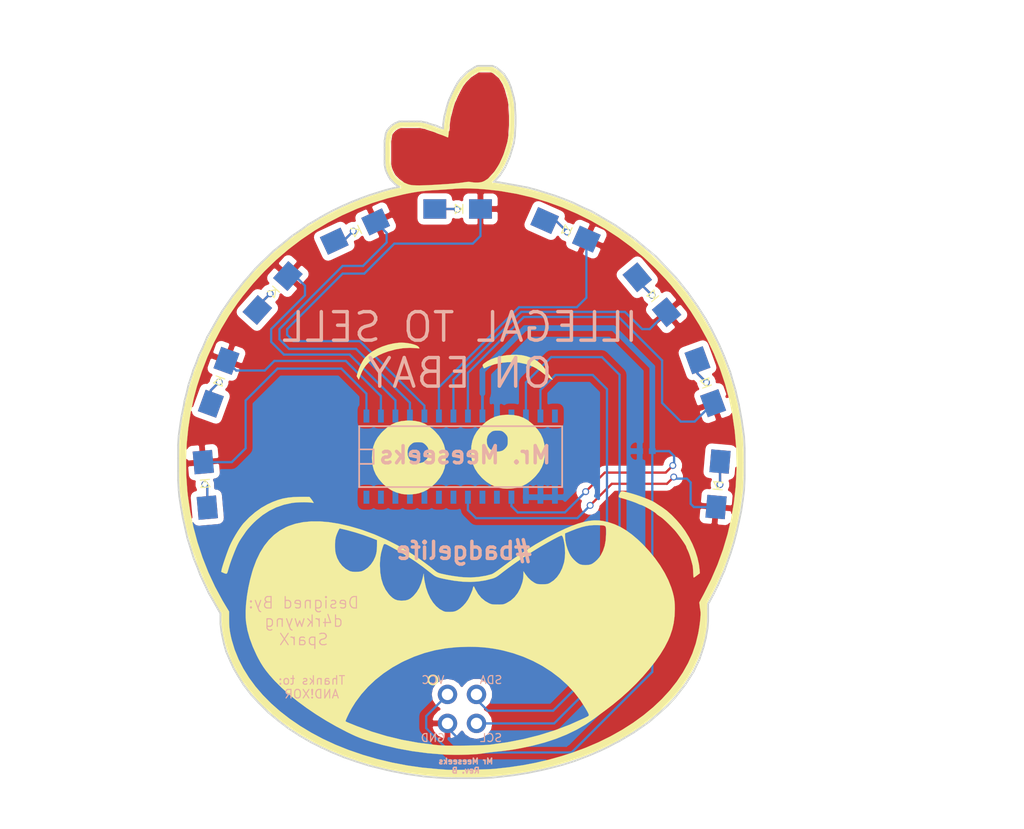
<source format=kicad_pcb>
(kicad_pcb (version 4) (host pcbnew 4.0.7)

  (general
    (links 37)
    (no_connects 0)
    (area 74.194599 65.253799 123.976201 127.837001)
    (thickness 1.6)
    (drawings 261)
    (tracks 192)
    (zones 0)
    (modules 23)
    (nets 32)
  )

  (page A4)
  (layers
    (0 F.Cu signal)
    (31 B.Cu signal)
    (32 B.Adhes user)
    (33 F.Adhes user)
    (34 B.Paste user)
    (35 F.Paste user)
    (36 B.SilkS user)
    (37 F.SilkS user)
    (38 B.Mask user)
    (39 F.Mask user)
    (40 Dwgs.User user)
    (41 Cmts.User user)
    (42 Eco1.User user)
    (43 Eco2.User user)
    (44 Edge.Cuts user)
    (45 Margin user)
    (46 B.CrtYd user)
    (47 F.CrtYd user)
    (48 B.Fab user)
    (49 F.Fab user)
  )

  (setup
    (last_trace_width 0.25)
    (user_trace_width 0.2)
    (user_trace_width 0.5)
    (trace_clearance 0.2)
    (zone_clearance 0.508)
    (zone_45_only yes)
    (trace_min 0.2)
    (segment_width 0.2)
    (edge_width 0.15)
    (via_size 0.6)
    (via_drill 0.4)
    (via_min_size 0.4)
    (via_min_drill 0.3)
    (uvia_size 0.3)
    (uvia_drill 0.1)
    (uvias_allowed no)
    (uvia_min_size 0.2)
    (uvia_min_drill 0.1)
    (pcb_text_width 0.3)
    (pcb_text_size 1.5 1.5)
    (mod_edge_width 0.15)
    (mod_text_size 1 1)
    (mod_text_width 0.15)
    (pad_size 1.524 1.524)
    (pad_drill 0.762)
    (pad_to_mask_clearance 0.2)
    (aux_axis_origin 0 0)
    (visible_elements 7FFFFFFF)
    (pcbplotparams
      (layerselection 0x010fc_80000001)
      (usegerberextensions true)
      (excludeedgelayer true)
      (linewidth 0.100000)
      (plotframeref false)
      (viasonmask false)
      (mode 1)
      (useauxorigin false)
      (hpglpennumber 1)
      (hpglpenspeed 20)
      (hpglpendiameter 15)
      (hpglpenoverlay 2)
      (psnegative false)
      (psa4output false)
      (plotreference true)
      (plotvalue true)
      (plotinvisibletext false)
      (padsonsilk false)
      (subtractmaskfromsilk true)
      (outputformat 1)
      (mirror false)
      (drillshape 0)
      (scaleselection 1)
      (outputdirectory gerbers/))
  )

  (net 0 "")
  (net 1 +3V3)
  (net 2 GND)
  (net 3 "Net-(D1-Pad2)")
  (net 4 "Net-(D2-Pad2)")
  (net 5 "Net-(D3-Pad2)")
  (net 6 "Net-(D4-Pad2)")
  (net 7 "Net-(D5-Pad2)")
  (net 8 "Net-(D6-Pad2)")
  (net 9 "Net-(D7-Pad2)")
  (net 10 "Net-(D8-Pad2)")
  (net 11 "Net-(D9-Pad2)")
  (net 12 "Net-(R1-Pad1)")
  (net 13 "Net-(R2-Pad1)")
  (net 14 "Net-(R3-Pad1)")
  (net 15 "Net-(R4-Pad1)")
  (net 16 "Net-(R5-Pad1)")
  (net 17 "Net-(R6-Pad1)")
  (net 18 "Net-(R7-Pad1)")
  (net 19 "Net-(R8-Pad1)")
  (net 20 "Net-(R9-Pad1)")
  (net 21 scl)
  (net 22 sda)
  (net 23 "Net-(U1-Pad19)")
  (net 24 "Net-(U1-Pad20)")
  (net 25 "Net-(U1-Pad22)")
  (net 26 "Net-(U1-Pad23)")
  (net 27 "Net-(U1-Pad24)")
  (net 28 "Net-(U1-Pad25)")
  (net 29 "Net-(U1-Pad26)")
  (net 30 "Net-(U1-Pad27)")
  (net 31 "Net-(U1-Pad28)")

  (net_class Default "This is the default net class."
    (clearance 0.2)
    (trace_width 0.25)
    (via_dia 0.6)
    (via_drill 0.4)
    (uvia_dia 0.3)
    (uvia_drill 0.1)
    (add_net +3V3)
    (add_net GND)
    (add_net "Net-(D1-Pad2)")
    (add_net "Net-(D2-Pad2)")
    (add_net "Net-(D3-Pad2)")
    (add_net "Net-(D4-Pad2)")
    (add_net "Net-(D5-Pad2)")
    (add_net "Net-(D6-Pad2)")
    (add_net "Net-(D7-Pad2)")
    (add_net "Net-(D8-Pad2)")
    (add_net "Net-(D9-Pad2)")
    (add_net "Net-(R1-Pad1)")
    (add_net "Net-(R2-Pad1)")
    (add_net "Net-(R3-Pad1)")
    (add_net "Net-(R4-Pad1)")
    (add_net "Net-(R5-Pad1)")
    (add_net "Net-(R6-Pad1)")
    (add_net "Net-(R7-Pad1)")
    (add_net "Net-(R8-Pad1)")
    (add_net "Net-(R9-Pad1)")
    (add_net "Net-(U1-Pad19)")
    (add_net "Net-(U1-Pad20)")
    (add_net "Net-(U1-Pad22)")
    (add_net "Net-(U1-Pad23)")
    (add_net "Net-(U1-Pad24)")
    (add_net "Net-(U1-Pad25)")
    (add_net "Net-(U1-Pad26)")
    (add_net "Net-(U1-Pad27)")
    (add_net "Net-(U1-Pad28)")
    (add_net scl)
    (add_net sda)
  )

  (module mrmeeseeks-addon:silkscreen (layer F.Cu) (tedit 0) (tstamp 5B0CBA87)
    (at 99.06 96.52)
    (fp_text reference G*** (at 0 0) (layer F.SilkS) hide
      (effects (font (thickness 0.3)))
    )
    (fp_text value LOGO (at 0.75 0) (layer F.SilkS) hide
      (effects (font (thickness 0.3)))
    )
    (fp_poly (pts (xy 3.005667 -30.9506) (xy 3.352263 -30.72276) (xy 3.661619 -30.420503) (xy 3.932617 -30.045988)
      (xy 4.164133 -29.601375) (xy 4.355047 -29.088822) (xy 4.504238 -28.51049) (xy 4.610585 -27.868536)
      (xy 4.612096 -27.856444) (xy 4.630561 -27.648384) (xy 4.643987 -27.374214) (xy 4.652493 -27.051315)
      (xy 4.656196 -26.697062) (xy 4.655217 -26.328835) (xy 4.649674 -25.964012) (xy 4.639685 -25.619969)
      (xy 4.62537 -25.314086) (xy 4.606847 -25.06374) (xy 4.592125 -24.935605) (xy 4.474668 -24.309668)
      (xy 4.303701 -23.6893) (xy 4.085157 -23.087799) (xy 3.824973 -22.518461) (xy 3.529081 -21.994583)
      (xy 3.203417 -21.529463) (xy 2.931565 -21.214985) (xy 2.688167 -20.961026) (xy 3.090334 -20.911864)
      (xy 4.49938 -20.697428) (xy 5.887152 -20.402283) (xy 7.250583 -20.028402) (xy 8.586602 -19.577762)
      (xy 9.892143 -19.052338) (xy 11.164137 -18.454106) (xy 12.399516 -17.785041) (xy 13.595212 -17.047119)
      (xy 14.748155 -16.242315) (xy 15.855279 -15.372605) (xy 16.913515 -14.439965) (xy 17.919795 -13.446369)
      (xy 18.87105 -12.393795) (xy 19.764213 -11.284216) (xy 20.596214 -10.11961) (xy 21.123257 -9.300852)
      (xy 21.827719 -8.083388) (xy 22.455855 -6.839733) (xy 23.008841 -5.566409) (xy 23.487852 -4.259937)
      (xy 23.894064 -2.916838) (xy 24.228654 -1.533633) (xy 24.492797 -0.106843) (xy 24.667652 1.185333)
      (xy 24.691734 1.457007) (xy 24.711535 1.799433) (xy 24.727055 2.198806) (xy 24.738293 2.641321)
      (xy 24.745249 3.113171) (xy 24.747925 3.600551) (xy 24.746319 4.089656) (xy 24.740432 4.56668)
      (xy 24.730263 5.017817) (xy 24.715813 5.429261) (xy 24.697082 5.787207) (xy 24.67407 6.077849)
      (xy 24.667652 6.138333) (xy 24.464675 7.60497) (xy 24.19268 9.024354) (xy 23.850726 10.399568)
      (xy 23.437877 11.733693) (xy 22.953192 13.029813) (xy 22.395734 14.291008) (xy 21.867995 15.330409)
      (xy 21.541448 15.936559) (xy 21.545797 16.784196) (xy 21.541691 17.25959) (xy 21.524723 17.684367)
      (xy 21.495548 18.044112) (xy 21.484172 18.139833) (xy 21.32572 19.034051) (xy 21.086064 19.912166)
      (xy 20.767475 20.772234) (xy 20.372224 21.612311) (xy 19.90258 22.430452) (xy 19.360816 23.224714)
      (xy 18.749201 23.993152) (xy 18.070006 24.733821) (xy 17.325502 25.444777) (xy 16.517959 26.124077)
      (xy 15.649648 26.769774) (xy 14.72284 27.379927) (xy 13.739806 27.952589) (xy 12.702815 28.485817)
      (xy 11.614139 28.977666) (xy 10.476049 29.426193) (xy 9.290814 29.829452) (xy 8.060707 30.185499)
      (xy 7.154334 30.410185) (xy 5.976258 30.655951) (xy 4.769697 30.854555) (xy 3.51907 31.00825)
      (xy 2.286 31.114023) (xy 2.062104 31.125609) (xy 1.767922 31.13492) (xy 1.417807 31.141971)
      (xy 1.026107 31.146778) (xy 0.607175 31.149357) (xy 0.175361 31.149723) (xy -0.254984 31.147893)
      (xy -0.669511 31.143883) (xy -1.053867 31.137708) (xy -1.393702 31.129385) (xy -1.674666 31.118928)
      (xy -1.8415 31.109459) (xy -3.342718 30.968826) (xy -4.812322 30.761522) (xy -6.246712 30.488676)
      (xy -7.642287 30.151417) (xy -8.995447 29.750875) (xy -10.30259 29.288179) (xy -11.560118 28.764458)
      (xy -12.764428 28.180844) (xy -13.911921 27.538464) (xy -14.598975 27.107424) (xy -15.53131 26.456834)
      (xy -16.39787 25.770646) (xy -17.196505 25.051447) (xy -17.925067 24.301825) (xy -18.581406 23.524367)
      (xy -19.163375 22.72166) (xy -19.668823 21.896293) (xy -20.095603 21.050852) (xy -20.441565 20.187925)
      (xy -20.507631 19.992899) (xy -20.707059 19.307004) (xy -20.857021 18.62385) (xy -20.954375 17.961303)
      (xy -20.995975 17.337231) (xy -20.997333 17.210403) (xy -20.997333 16.772143) (xy -21.308214 16.249488)
      (xy -21.978647 15.041611) (xy -22.582785 13.785977) (xy -23.117569 12.491125) (xy -23.579942 11.165598)
      (xy -23.966843 9.817936) (xy -24.275216 8.456681) (xy -24.443835 7.493) (xy -24.504035 7.093624)
      (xy -24.554083 6.740805) (xy -24.594899 6.420763) (xy -24.627403 6.11972) (xy -24.652514 5.823897)
      (xy -24.671151 5.519516) (xy -24.684236 5.192797) (xy -24.692688 4.829962) (xy -24.697426 4.417232)
      (xy -24.69937 3.940829) (xy -24.699582 3.661833) (xy -24.69897 3.290659) (xy -24.08915 3.290659)
      (xy -24.072784 4.662639) (xy -23.980095 6.022884) (xy -23.936426 6.434667) (xy -23.734277 7.829118)
      (xy -23.451493 9.207881) (xy -23.089829 10.565828) (xy -22.651037 11.897832) (xy -22.136873 13.198768)
      (xy -21.549091 14.463508) (xy -20.889446 15.686926) (xy -20.609324 16.157905) (xy -20.32 16.631311)
      (xy -20.319865 17.300905) (xy -20.312465 17.703212) (xy -20.287788 18.062901) (xy -20.24185 18.411208)
      (xy -20.17067 18.779366) (xy -20.085651 19.137976) (xy -19.828572 19.987259) (xy -19.489987 20.821105)
      (xy -19.072036 21.637193) (xy -18.576857 22.433202) (xy -18.006588 23.20681) (xy -17.36337 23.955697)
      (xy -16.649341 24.67754) (xy -15.86664 25.370019) (xy -15.017405 26.030811) (xy -14.103777 26.657597)
      (xy -13.127893 27.248053) (xy -12.115263 27.788178) (xy -11.002277 28.30541) (xy -9.828211 28.775218)
      (xy -8.603997 29.194707) (xy -7.340566 29.560983) (xy -6.048849 29.871151) (xy -4.739777 30.122316)
      (xy -3.424282 30.311585) (xy -2.116666 30.435825) (xy -1.874857 30.45299) (xy -1.649556 30.469438)
      (xy -1.46048 30.483698) (xy -1.327349 30.494297) (xy -1.291166 30.497459) (xy -1.148365 30.505404)
      (xy -0.932821 30.510337) (xy -0.656395 30.512477) (xy -0.330949 30.512043) (xy 0.031655 30.509253)
      (xy 0.419555 30.504326) (xy 0.820889 30.49748) (xy 1.223796 30.488935) (xy 1.616414 30.478909)
      (xy 1.986881 30.467621) (xy 2.323336 30.455289) (xy 2.613916 30.442132) (xy 2.846759 30.428368)
      (xy 2.963334 30.419031) (xy 4.212908 30.280539) (xy 5.402905 30.103797) (xy 6.551051 29.885093)
      (xy 7.675069 29.62072) (xy 8.792684 29.306965) (xy 9.753487 28.997785) (xy 10.912291 28.570558)
      (xy 12.027689 28.092358) (xy 13.095534 27.566011) (xy 14.111677 26.994344) (xy 15.071968 26.380181)
      (xy 15.972261 25.72635) (xy 16.808405 25.035677) (xy 17.576254 24.310988) (xy 18.271657 23.555109)
      (xy 18.887223 22.775333) (xy 19.426091 21.969539) (xy 19.882225 21.148129) (xy 20.256433 20.309235)
      (xy 20.549521 19.450992) (xy 20.762299 18.571534) (xy 20.802465 18.3515) (xy 20.869037 17.933509)
      (xy 20.920375 17.550118) (xy 20.955577 17.211338) (xy 20.973741 16.927181) (xy 20.973966 16.707658)
      (xy 20.961284 16.588648) (xy 20.931426 16.412912) (xy 20.902937 16.210496) (xy 20.889753 16.097891)
      (xy 20.862169 15.83395) (xy 21.244891 15.124225) (xy 21.890615 13.839683) (xy 22.454856 12.532193)
      (xy 22.937509 11.202163) (xy 23.338474 9.849999) (xy 23.657647 8.47611) (xy 23.894925 7.080902)
      (xy 24.050207 5.664782) (xy 24.12339 4.228158) (xy 24.129656 3.661833) (xy 24.088212 2.220391)
      (xy 23.964432 0.796995) (xy 23.759143 -0.606191) (xy 23.473172 -1.987007) (xy 23.107346 -3.343289)
      (xy 22.662492 -4.672875) (xy 22.139437 -5.973603) (xy 21.539008 -7.243311) (xy 20.862033 -8.479837)
      (xy 20.109338 -9.681018) (xy 19.281751 -10.844692) (xy 18.380098 -11.968697) (xy 17.971673 -12.437213)
      (xy 17.003887 -13.457762) (xy 15.980206 -14.417029) (xy 14.904387 -15.313034) (xy 13.780188 -16.143801)
      (xy 12.611368 -16.907352) (xy 11.401684 -17.60171) (xy 10.154894 -18.224896) (xy 8.874757 -18.774935)
      (xy 7.56503 -19.249847) (xy 6.229472 -19.647655) (xy 4.871841 -19.966382) (xy 3.495894 -20.204051)
      (xy 3.115282 -20.254875) (xy 2.286261 -20.346557) (xy 1.502454 -20.408977) (xy 0.7718 -20.441814)
      (xy 0.102241 -20.44475) (xy -0.498284 -20.417464) (xy -0.635 -20.406039) (xy -0.802067 -20.39214)
      (xy -1.036197 -20.374733) (xy -1.319919 -20.355007) (xy -1.635758 -20.334155) (xy -1.966242 -20.313365)
      (xy -2.21088 -20.298667) (xy -2.702116 -20.266793) (xy -3.132093 -20.231329) (xy -3.524218 -20.18914)
      (xy -3.901898 -20.13709) (xy -4.28854 -20.072044) (xy -4.707549 -19.990864) (xy -5.058833 -19.91714)
      (xy -6.442384 -19.576934) (xy -7.795303 -19.158483) (xy -9.115178 -18.663369) (xy -10.399597 -18.093172)
      (xy -11.64615 -17.449474) (xy -12.852424 -16.733855) (xy -14.016009 -15.947896) (xy -15.134492 -15.093177)
      (xy -16.205462 -14.17128) (xy -17.226508 -13.183786) (xy -18.195218 -12.132275) (xy -19.109181 -11.018328)
      (xy -19.569097 -10.405174) (xy -20.317016 -9.307354) (xy -21.008133 -8.151934) (xy -21.638507 -6.94745)
      (xy -22.204197 -5.702438) (xy -22.701262 -4.425435) (xy -23.125763 -3.124977) (xy -23.405034 -2.0955)
      (xy -23.687135 -0.786134) (xy -23.895643 0.555318) (xy -24.029876 1.917901) (xy -24.08915 3.290659)
      (xy -24.69897 3.290659) (xy -24.698732 3.14666) (xy -24.695569 2.702364) (xy -24.689174 2.315165)
      (xy -24.678626 1.971285) (xy -24.663006 1.656945) (xy -24.641393 1.358367) (xy -24.612869 1.061772)
      (xy -24.576513 0.75338) (xy -24.531406 0.419415) (xy -24.476627 0.046095) (xy -24.443835 -0.169333)
      (xy -24.187083 -1.56661) (xy -23.850823 -2.939176) (xy -23.437353 -4.284152) (xy -22.948967 -5.59866)
      (xy -22.387963 -6.879823) (xy -21.756636 -8.124761) (xy -21.057282 -9.330597) (xy -20.292197 -10.494452)
      (xy -19.463678 -11.613448) (xy -18.574021 -12.684707) (xy -17.625521 -13.70535) (xy -16.620475 -14.6725)
      (xy -15.561178 -15.583277) (xy -14.449928 -16.434804) (xy -13.289019 -17.224202) (xy -12.080749 -17.948593)
      (xy -10.827412 -18.605099) (xy -9.531306 -19.190841) (xy -9.144 -19.348554) (xy -8.567543 -19.567789)
      (xy -7.955536 -19.782878) (xy -7.330457 -19.986744) (xy -6.714788 -20.172311) (xy -6.131006 -20.332503)
      (xy -5.639124 -20.451897) (xy -5.203414 -20.549504) (xy -5.39727 -20.648024) (xy -5.610736 -20.784261)
      (xy -5.834471 -20.97355) (xy -6.046448 -21.193206) (xy -6.224644 -21.42054) (xy -6.34156 -21.620734)
      (xy -6.421326 -21.799466) (xy -6.484636 -21.959451) (xy -6.533371 -22.113835) (xy -6.569413 -22.27576)
      (xy -6.594646 -22.458373) (xy -6.610952 -22.674815) (xy -6.620213 -22.938232) (xy -6.624311 -23.261768)
      (xy -6.625142 -23.600833) (xy -6.625108 -23.609727) (xy -6.201377 -23.609727) (xy -6.201375 -23.600833)
      (xy -6.199416 -23.235321) (xy -6.192454 -22.939535) (xy -6.178287 -22.698579) (xy -6.154712 -22.497561)
      (xy -6.11953 -22.321584) (xy -6.070536 -22.155756) (xy -6.005531 -21.985181) (xy -5.940327 -21.834866)
      (xy -5.790033 -21.588822) (xy -5.571298 -21.35193) (xy -5.300303 -21.136157) (xy -4.993227 -20.953472)
      (xy -4.66625 -20.815844) (xy -4.496292 -20.766677) (xy -4.347478 -20.738882) (xy -4.16153 -20.719864)
      (xy -3.930944 -20.709614) (xy -3.648218 -20.708126) (xy -3.30585 -20.715392) (xy -2.896337 -20.731404)
      (xy -2.412176 -20.756156) (xy -2.264833 -20.764501) (xy -1.734365 -20.796191) (xy -1.278334 -20.826009)
      (xy -0.886558 -20.854828) (xy -0.548851 -20.883518) (xy -0.255029 -20.912954) (xy 0.005092 -20.944005)
      (xy 0.241697 -20.977546) (xy 0.264877 -20.981136) (xy 0.482628 -21.011419) (xy 0.644751 -21.023215)
      (xy 0.778102 -21.017127) (xy 0.902087 -20.995441) (xy 1.059261 -20.972469) (xy 1.258413 -20.959941)
      (xy 1.457216 -20.960476) (xy 1.462711 -20.960721) (xy 1.671384 -20.977775) (xy 1.835222 -21.012883)
      (xy 1.993628 -21.075599) (xy 2.049448 -21.102979) (xy 2.339107 -21.290813) (xy 2.62471 -21.554372)
      (xy 2.901523 -21.884717) (xy 3.164813 -22.272909) (xy 3.409846 -22.710009) (xy 3.631887 -23.187078)
      (xy 3.826204 -23.695177) (xy 3.988061 -24.225367) (xy 4.112726 -24.76871) (xy 4.168791 -25.104938)
      (xy 4.192673 -25.330766) (xy 4.211087 -25.62112) (xy 4.223881 -25.956028) (xy 4.2309 -26.315517)
      (xy 4.231989 -26.679614) (xy 4.226994 -27.028347) (xy 4.21576 -27.341741) (xy 4.198133 -27.599825)
      (xy 4.188763 -27.687111) (xy 4.087465 -28.314807) (xy 3.948453 -28.874098) (xy 3.772535 -29.363331)
      (xy 3.560518 -29.780854) (xy 3.313209 -30.125015) (xy 3.031417 -30.394163) (xy 2.788949 -30.550567)
      (xy 2.680538 -30.604133) (xy 2.584101 -30.63889) (xy 2.476416 -30.658854) (xy 2.334257 -30.668042)
      (xy 2.134399 -30.670471) (xy 2.0955 -30.6705) (xy 1.886512 -30.669052) (xy 1.737359 -30.661545)
      (xy 1.623219 -30.64324) (xy 1.519273 -30.609393) (xy 1.400697 -30.555265) (xy 1.343609 -30.526872)
      (xy 0.977198 -30.298151) (xy 0.630454 -29.992888) (xy 0.306423 -29.617561) (xy 0.008151 -29.178647)
      (xy -0.261313 -28.682624) (xy -0.498924 -28.135968) (xy -0.701634 -27.545159) (xy -0.866396 -26.916672)
      (xy -0.990164 -26.256986) (xy -1.06989 -25.572579) (xy -1.084698 -25.364495) (xy -1.102779 -25.130594)
      (xy -1.123622 -24.980148) (xy -1.14742 -24.911982) (xy -1.160072 -24.908197) (xy -1.383393 -25.002896)
      (xy -1.647818 -25.110515) (xy -1.936952 -25.224822) (xy -2.2344 -25.339588) (xy -2.523766 -25.448581)
      (xy -2.788655 -25.545571) (xy -3.012672 -25.624326) (xy -3.179421 -25.678617) (xy -3.213334 -25.688507)
      (xy -3.361343 -25.728353) (xy -3.490674 -25.757652) (xy -3.618734 -25.77801) (xy -3.762936 -25.791034)
      (xy -3.940687 -25.79833) (xy -4.169398 -25.801505) (xy -4.445 -25.802167) (xy -4.732711 -25.801567)
      (xy -4.94996 -25.798878) (xy -5.110946 -25.792763) (xy -5.22987 -25.781889) (xy -5.320932 -25.76492)
      (xy -5.398333 -25.74052) (xy -5.476274 -25.707354) (xy -5.482166 -25.704647) (xy -5.66531 -25.608395)
      (xy -5.815617 -25.498573) (xy -5.9361 -25.366371) (xy -6.029771 -25.202978) (xy -6.099642 -24.999581)
      (xy -6.148726 -24.747368) (xy -6.180035 -24.43753) (xy -6.196582 -24.061253) (xy -6.201377 -23.609727)
      (xy -6.625108 -23.609727) (xy -6.623594 -24.004764) (xy -6.618063 -24.335351) (xy -6.607242 -24.603876)
      (xy -6.589828 -24.82162) (xy -6.564514 -24.999866) (xy -6.529996 -25.149893) (xy -6.484969 -25.282984)
      (xy -6.428128 -25.410419) (xy -6.412114 -25.442333) (xy -6.249112 -25.681899) (xy -6.024033 -25.899509)
      (xy -5.75946 -26.074268) (xy -5.693833 -26.106935) (xy -5.439833 -26.2255) (xy -4.445 -26.2255)
      (xy -4.125284 -26.225053) (xy -3.875667 -26.222927) (xy -3.681582 -26.217948) (xy -3.528463 -26.208938)
      (xy -3.401744 -26.194723) (xy -3.286858 -26.174126) (xy -3.169238 -26.145971) (xy -3.047061 -26.112655)
      (xy -2.845926 -26.051158) (xy -2.59857 -25.96779) (xy -2.33677 -25.873621) (xy -2.098522 -25.782206)
      (xy -1.866953 -25.69129) (xy -1.702233 -25.63366) (xy -1.592957 -25.610277) (xy -1.52772 -25.622103)
      (xy -1.495117 -25.6701) (xy -1.483741 -25.755232) (xy -1.482315 -25.834195) (xy -1.472232 -26.001755)
      (xy -1.445345 -26.230213) (xy -1.405103 -26.498261) (xy -1.354956 -26.78459) (xy -1.298355 -27.067891)
      (xy -1.244172 -27.305) (xy -1.09333 -27.830088) (xy -0.901846 -28.355801) (xy -0.678862 -28.861724)
      (xy -0.43352 -29.327441) (xy -0.17496 -29.732536) (xy -0.128782 -29.796013) (xy 0.132259 -30.114314)
      (xy 0.420514 -30.408664) (xy 0.718505 -30.663325) (xy 1.008752 -30.862557) (xy 1.128522 -30.928115)
      (xy 1.4605 -31.093833) (xy 2.7305 -31.093833) (xy 3.005667 -30.9506)) (layer F.SilkS) (width 0.01))
    (fp_poly (pts (xy 12.034204 8.651219) (xy 12.388244 8.693736) (xy 12.929488 8.815945) (xy 13.449438 8.991842)
      (xy 13.956076 9.226074) (xy 14.457381 9.523285) (xy 14.961336 9.888121) (xy 15.475919 10.325229)
      (xy 15.920375 10.749802) (xy 16.476724 11.344579) (xy 16.984734 11.965923) (xy 17.437884 12.603896)
      (xy 17.829656 13.248559) (xy 18.153529 13.889972) (xy 18.402984 14.518197) (xy 18.414266 14.551723)
      (xy 18.540898 14.960361) (xy 18.630297 15.324339) (xy 18.687277 15.672485) (xy 18.716647 16.03363)
      (xy 18.723411 16.404167) (xy 18.697397 17.050224) (xy 18.622274 17.645117) (xy 18.493605 18.2096)
      (xy 18.306953 18.764432) (xy 18.130745 19.177) (xy 17.823338 19.772567) (xy 17.443346 20.391899)
      (xy 16.997051 21.027971) (xy 16.49074 21.673762) (xy 15.930697 22.322248) (xy 15.323205 22.966406)
      (xy 14.674551 23.599213) (xy 13.991018 24.213644) (xy 13.278891 24.802679) (xy 12.701042 25.244837)
      (xy 12.459044 25.423776) (xy 12.192468 25.621383) (xy 11.929524 25.816716) (xy 11.698426 25.988834)
      (xy 11.641743 26.031154) (xy 10.893607 26.5447) (xy 10.088809 27.009097) (xy 9.22454 27.425474)
      (xy 8.297992 27.794962) (xy 7.306358 28.11869) (xy 6.24683 28.397789) (xy 5.228167 28.612643)
      (xy 4.896312 28.674218) (xy 4.612933 28.724189) (xy 4.356364 28.76563) (xy 4.10494 28.801615)
      (xy 3.836994 28.835219) (xy 3.530859 28.869516) (xy 3.164872 28.90758) (xy 3.111384 28.913004)
      (xy 2.818143 28.944885) (xy 2.515464 28.981623) (xy 2.228443 29.019912) (xy 1.982176 29.056446)
      (xy 1.8415 29.080302) (xy 1.620436 29.111619) (xy 1.329237 29.138465) (xy 0.982334 29.160471)
      (xy 0.59416 29.177266) (xy 0.179146 29.188479) (xy -0.248274 29.193741) (xy -0.67367 29.192679)
      (xy -1.08261 29.184925) (xy -1.460661 29.170108) (xy -1.524 29.16668) (xy -2.905976 29.053962)
      (xy -4.272795 28.874314) (xy -5.612436 28.629872) (xy -6.912876 28.322767) (xy -7.923886 28.03122)
      (xy -8.307917 27.908277) (xy -8.635887 27.796149) (xy -8.931665 27.685196) (xy -9.21912 27.565778)
      (xy -9.522122 27.428255) (xy -9.864541 27.262986) (xy -10.033 27.179415) (xy -10.952303 26.697962)
      (xy -11.759547 26.23499) (xy -10.117666 26.23499) (xy -10.115551 26.249849) (xy -10.103234 26.265634)
      (xy -10.071762 26.286359) (xy -10.012181 26.316035) (xy -9.915537 26.358674) (xy -9.772875 26.418288)
      (xy -9.575242 26.498889) (xy -9.313683 26.604491) (xy -9.110352 26.686344) (xy -7.830412 27.15674)
      (xy -6.505953 27.555926) (xy -5.138964 27.883443) (xy -3.731429 28.138832) (xy -2.285337 28.321634)
      (xy -1.862666 28.360695) (xy -1.648957 28.373605) (xy -1.364632 28.382891) (xy -1.023063 28.388728)
      (xy -0.637622 28.391291) (xy -0.221679 28.390754) (xy 0.211395 28.38729) (xy 0.648227 28.381074)
      (xy 1.075447 28.372281) (xy 1.479683 28.361084) (xy 1.847564 28.347657) (xy 2.16572 28.332176)
      (xy 2.420777 28.314813) (xy 2.54 28.303335) (xy 4.018855 28.097371) (xy 5.45276 27.819993)
      (xy 6.842674 27.470925) (xy 8.189556 27.049893) (xy 9.494364 26.556621) (xy 10.758058 25.990835)
      (xy 10.974963 25.884388) (xy 11.078272 25.832516) (xy 11.147775 25.787471) (xy 11.182363 25.736321)
      (xy 11.180926 25.666135) (xy 11.142354 25.563982) (xy 11.065538 25.41693) (xy 10.949368 25.212048)
      (xy 10.911603 25.146) (xy 10.443387 24.41064) (xy 9.904258 23.716388) (xy 9.299064 23.066553)
      (xy 8.632654 22.464444) (xy 7.909874 21.913373) (xy 7.135574 21.416647) (xy 6.314601 20.977576)
      (xy 5.451803 20.599471) (xy 4.55203 20.285641) (xy 3.620127 20.039395) (xy 3.346263 19.981439)
      (xy 2.804773 19.882654) (xy 2.291614 19.810508) (xy 1.778765 19.762354) (xy 1.238205 19.735546)
      (xy 0.656167 19.727436) (xy -0.368601 19.760518) (xy -1.348462 19.861116) (xy -2.292173 20.031257)
      (xy -3.208489 20.272967) (xy -4.106167 20.588275) (xy -4.993963 20.979206) (xy -5.207 21.084742)
      (xy -6.023577 21.539939) (xy -6.789877 22.052413) (xy -7.500918 22.617581) (xy -8.15172 23.230862)
      (xy -8.737301 23.887672) (xy -9.25268 24.583432) (xy -9.576191 25.103667) (xy -9.681086 25.292901)
      (xy -9.789361 25.4995) (xy -9.893457 25.707675) (xy -9.985817 25.901636) (xy -10.058885 26.065593)
      (xy -10.105102 26.183755) (xy -10.117666 26.23499) (xy -11.759547 26.23499) (xy -11.849821 26.183216)
      (xy -12.717042 25.64129) (xy -13.545451 25.078296) (xy -14.326534 24.500346) (xy -15.051777 23.913552)
      (xy -15.712665 23.324027) (xy -16.300686 22.737883) (xy -16.459869 22.565538) (xy -16.798508 22.179307)
      (xy -17.084708 21.823691) (xy -17.333049 21.477561) (xy -17.558111 21.119792) (xy -17.774473 20.729257)
      (xy -17.907296 20.468167) (xy -18.248992 19.715604) (xy -18.517568 18.986233) (xy -18.71204 18.283441)
      (xy -18.831422 17.610613) (xy -18.869746 17.160113) (xy -18.872275 16.568512) (xy -18.832041 15.923529)
      (xy -18.751838 15.243148) (xy -18.634457 14.545355) (xy -18.482692 13.848132) (xy -18.299336 13.169466)
      (xy -18.201628 12.857719) (xy -17.927507 12.127784) (xy -17.608314 11.468709) (xy -17.244262 10.880755)
      (xy -17.104199 10.70372) (xy -11.042877 10.70372) (xy -11.042805 11.015494) (xy -11.022867 11.310666)
      (xy -10.983419 11.554761) (xy -10.851621 11.954989) (xy -10.657782 12.316988) (xy -10.410045 12.630892)
      (xy -10.116549 12.886835) (xy -9.785436 13.074951) (xy -9.700929 13.109039) (xy -9.54053 13.143259)
      (xy -9.303163 13.156069) (xy -9.144 13.153917) (xy -8.944604 13.144763) (xy -8.800552 13.127788)
      (xy -8.682526 13.09615) (xy -8.561208 13.043006) (xy -8.473801 12.9975) (xy -8.174504 12.79175)
      (xy -7.980676 12.593214) (xy -7.112 12.593214) (xy -7.080983 13.207208) (xy -6.98821 13.766815)
      (xy -6.834096 14.270799) (xy -6.619055 14.717926) (xy -6.343503 15.106959) (xy -6.223 15.239318)
      (xy -6.00657 15.438467) (xy -5.800443 15.571397) (xy -5.57961 15.648839) (xy -5.319068 15.681529)
      (xy -5.185833 15.6845) (xy -4.89998 15.668055) (xy -4.664807 15.611565) (xy -4.455308 15.504297)
      (xy -4.246476 15.335517) (xy -4.148666 15.239318) (xy -3.885023 14.924331) (xy -3.669653 14.566024)
      (xy -3.497079 14.153181) (xy -3.361824 13.674584) (xy -3.342818 13.589) (xy -3.306357 13.423255)
      (xy -3.283278 13.33387) (xy -3.270369 13.314181) (xy -3.264413 13.357524) (xy -3.262645 13.42279)
      (xy -3.253904 13.5532) (xy -3.23313 13.735013) (xy -3.204154 13.936466) (xy -3.191312 14.014341)
      (xy -3.073516 14.539829) (xy -2.909896 15.024095) (xy -2.704812 15.460603) (xy -2.46262 15.842817)
      (xy -2.18768 16.164201) (xy -1.884348 16.418218) (xy -1.556982 16.598331) (xy -1.439333 16.642113)
      (xy -1.349793 16.656595) (xy -1.202211 16.665322) (xy -1.02309 16.667019) (xy -0.9525 16.665561)
      (xy -0.7566 16.656435) (xy -0.614015 16.637838) (xy -0.49342 16.602334) (xy -0.363486 16.542492)
      (xy -0.305593 16.512062) (xy -0.072291 16.356518) (xy 0.167411 16.143016) (xy 0.391882 15.893491)
      (xy 0.57949 15.629877) (xy 0.602862 15.590907) (xy 0.676494 15.455002) (xy 0.759428 15.286626)
      (xy 0.843021 15.1054) (xy 0.918629 14.930944) (xy 0.97761 14.782879) (xy 1.011322 14.680826)
      (xy 1.016 14.653032) (xy 1.030001 14.585098) (xy 1.05974 14.495468) (xy 1.083013 14.44208)
      (xy 1.105896 14.42859) (xy 1.13797 14.464624) (xy 1.188815 14.559806) (xy 1.250394 14.686984)
      (xy 1.488448 15.099843) (xy 1.774619 15.443817) (xy 2.111078 15.721135) (xy 2.437495 15.90577)
      (xy 2.552538 15.956459) (xy 2.654711 15.990066) (xy 2.766386 16.010052) (xy 2.909937 16.01988)
      (xy 3.107735 16.023012) (xy 3.196167 16.023167) (xy 3.416247 16.021854) (xy 3.574406 16.015373)
      (xy 3.693379 15.999913) (xy 3.795901 15.971658) (xy 3.904707 15.926798) (xy 3.979334 15.891819)
      (xy 4.354732 15.666398) (xy 4.682487 15.372719) (xy 4.960034 15.014191) (xy 5.18481 14.594224)
      (xy 5.35425 14.116229) (xy 5.376083 14.034478) (xy 5.419097 13.824713) (xy 5.449645 13.596366)
      (xy 5.461 13.402665) (xy 5.461 13.102873) (xy 5.629124 13.360178) (xy 5.862196 13.661671)
      (xy 6.134049 13.920515) (xy 6.423132 14.116371) (xy 6.439629 14.125188) (xy 6.55113 14.180038)
      (xy 6.650465 14.21511) (xy 6.762015 14.234756) (xy 6.910156 14.243324) (xy 7.112 14.245167)
      (xy 7.318965 14.243189) (xy 7.465678 14.234356) (xy 7.576519 14.214318) (xy 7.675864 14.178725)
      (xy 7.784372 14.125188) (xy 8.111509 13.906101) (xy 8.401601 13.615982) (xy 8.649838 13.262091)
      (xy 8.851409 12.851685) (xy 9.001502 12.392025) (xy 9.038475 12.23287) (xy 9.087217 11.894203)
      (xy 9.104791 11.512051) (xy 9.0927 11.112645) (xy 9.052446 10.722221) (xy 8.985532 10.367011)
      (xy 8.918519 10.138833) (xy 8.868004 10.027281) (xy 8.81294 9.98196) (xy 8.769023 9.979438)
      (xy 8.694245 10.004587) (xy 8.556961 10.067384) (xy 8.367484 10.162279) (xy 8.136126 10.28372)
      (xy 7.873196 10.426157) (xy 7.589009 10.584038) (xy 7.293874 10.751812) (xy 6.998103 10.923929)
      (xy 6.838244 11.018822) (xy 6.315012 11.340114) (xy 5.768281 11.691019) (xy 5.216021 12.059222)
      (xy 4.676204 12.43241) (xy 4.166801 12.79827) (xy 3.705782 13.144488) (xy 3.494751 13.309792)
      (xy 3.295331 13.464125) (xy 3.136445 13.574032) (xy 2.996247 13.652332) (xy 2.852888 13.711843)
      (xy 2.753494 13.744723) (xy 2.128074 13.905792) (xy 1.486517 14.005287) (xy 0.819964 14.043371)
      (xy 0.119556 14.02021) (xy -0.623566 13.935967) (xy -1.280548 13.819489) (xy -1.586085 13.756006)
      (xy -1.824514 13.701202) (xy -2.012003 13.64847) (xy -2.164718 13.591209) (xy -2.298828 13.522812)
      (xy -2.4305 13.436675) (xy -2.575902 13.326195) (xy -2.667 13.253133) (xy -3.330354 12.734401)
      (xy -3.97964 12.265617) (xy -4.638711 11.831119) (xy -5.331426 11.415246) (xy -6.081638 11.002337)
      (xy -6.152249 10.965071) (xy -6.377086 10.845896) (xy -6.538545 10.764535) (xy -6.650105 10.723292)
      (xy -6.725248 10.72447) (xy -6.777455 10.770372) (xy -6.820206 10.863302) (xy -6.866982 11.005563)
      (xy -6.894787 11.091936) (xy -7.006723 11.498145) (xy -7.076789 11.916836) (xy -7.108893 12.375021)
      (xy -7.112 12.593214) (xy -7.980676 12.593214) (xy -7.907874 12.518645) (xy -7.684253 12.192498)
      (xy -7.513982 11.827626) (xy -7.431581 11.554761) (xy -7.402275 11.383233) (xy -7.380035 11.161493)
      (xy -7.367938 10.923899) (xy -7.366626 10.829738) (xy -7.366 10.377643) (xy -7.90575 10.167463)
      (xy -8.560324 9.929177) (xy -9.247371 9.70923) (xy -9.921841 9.521822) (xy -10.074271 9.483887)
      (xy -10.274866 9.435668) (xy -10.444809 9.395729) (xy -10.567681 9.367863) (xy -10.627059 9.355864)
      (xy -10.629376 9.355667) (xy -10.667067 9.39259) (xy -10.723593 9.490685) (xy -10.79061 9.630939)
      (xy -10.859771 9.794339) (xy -10.922731 9.961871) (xy -10.971143 10.114523) (xy -10.983419 10.162239)
      (xy -11.023081 10.408312) (xy -11.042877 10.70372) (xy -17.104199 10.70372) (xy -16.835568 10.364181)
      (xy -16.382447 9.919248) (xy -15.885114 9.546215) (xy -15.343784 9.245343) (xy -15.134166 9.153093)
      (xy -14.519183 8.94491) (xy -13.855442 8.805834) (xy -13.143087 8.735856) (xy -12.382266 8.73497)
      (xy -11.573124 8.803167) (xy -10.715807 8.94044) (xy -9.810461 9.146781) (xy -8.857232 9.422182)
      (xy -8.62393 9.497702) (xy -7.599346 9.873777) (xy -6.57112 10.324503) (xy -5.553685 10.841818)
      (xy -4.561469 11.417656) (xy -3.608905 12.043955) (xy -2.710421 12.71265) (xy -2.360194 12.997893)
      (xy -2.206875 13.120417) (xy -2.079387 13.202386) (xy -1.944618 13.260432) (xy -1.769458 13.311189)
      (xy -1.704027 13.327495) (xy -1.222913 13.431652) (xy -0.69204 13.523037) (xy -0.146002 13.596126)
      (xy 0.195852 13.630787) (xy 0.845819 13.651628) (xy 1.513817 13.605721) (xy 2.171389 13.496117)
      (xy 2.667 13.365811) (xy 2.785497 13.310907) (xy 2.958393 13.204979) (xy 3.177156 13.053644)
      (xy 3.433258 12.86252) (xy 3.446022 12.852691) (xy 4.452514 12.107247) (xy 5.484166 11.402482)
      (xy 6.52595 10.747875) (xy 7.562841 10.152904) (xy 8.26445 9.788225) (xy 9.101667 9.788225)
      (xy 9.101667 10.033889) (xy 9.130683 10.407762) (xy 9.21192 10.809413) (xy 9.336664 11.207837)
      (xy 9.496201 11.572032) (xy 9.572533 11.709071) (xy 9.705952 11.897554) (xy 9.875018 12.088389)
      (xy 10.060403 12.263528) (xy 10.242777 12.404921) (xy 10.402812 12.494519) (xy 10.421131 12.501479)
      (xy 10.639958 12.550875) (xy 10.897731 12.567219) (xy 11.155404 12.550405) (xy 11.363214 12.504071)
      (xy 11.535532 12.417134) (xy 11.729135 12.274044) (xy 11.924427 12.092791) (xy 12.101814 11.891365)
      (xy 12.229134 11.709071) (xy 12.431491 11.30733) (xy 12.575849 10.866957) (xy 12.664379 10.37885)
      (xy 12.699252 9.833905) (xy 12.7 9.734432) (xy 12.699592 9.501301) (xy 12.690545 9.332257)
      (xy 12.661125 9.21653) (xy 12.5996 9.143353) (xy 12.494235 9.101956) (xy 12.333297 9.081573)
      (xy 12.105053 9.071433) (xy 11.972964 9.067203) (xy 11.60315 9.066775) (xy 11.252493 9.093395)
      (xy 10.903511 9.150833) (xy 10.53872 9.242863) (xy 10.140635 9.373254) (xy 9.691773 9.545779)
      (xy 9.621701 9.574407) (xy 9.101667 9.788225) (xy 8.26445 9.788225) (xy 8.487834 9.672116)
      (xy 9.129967 9.368929) (xy 9.715952 9.120945) (xy 10.252374 8.92651) (xy 10.745823 8.783973)
      (xy 11.202885 8.69168) (xy 11.63015 8.64798) (xy 12.034204 8.651219)) (layer F.SilkS) (width 0.01))
    (fp_poly (pts (xy 14.156081 6.106108) (xy 14.303923 6.132277) (xy 14.5174 6.181563) (xy 14.520334 6.182261)
      (xy 14.833066 6.263682) (xy 15.172245 6.364047) (xy 15.522987 6.47788) (xy 15.870407 6.599709)
      (xy 16.199621 6.72406) (xy 16.495744 6.845458) (xy 16.743893 6.958431) (xy 16.929183 7.057504)
      (xy 16.96881 7.082703) (xy 17.062931 7.145041) (xy 17.209229 7.240953) (xy 17.388771 7.358063)
      (xy 17.582618 7.483995) (xy 17.610667 7.502174) (xy 18.018457 7.800913) (xy 18.441956 8.178064)
      (xy 18.877065 8.629718) (xy 19.24512 9.059645) (xy 19.619895 9.566961) (xy 19.959047 10.120992)
      (xy 20.256121 10.706413) (xy 20.50466 11.3079) (xy 20.698206 11.910128) (xy 20.830302 12.497774)
      (xy 20.888348 12.959475) (xy 20.912725 13.28245) (xy 20.690446 13.448986) (xy 20.538299 13.561604)
      (xy 20.440964 13.62914) (xy 20.38652 13.658621) (xy 20.363047 13.657074) (xy 20.358894 13.644415)
      (xy 20.342351 13.468024) (xy 20.331176 13.311922) (xy 20.32249 13.132641) (xy 20.318941 13.041342)
      (xy 20.308581 12.866157) (xy 20.292589 12.70718) (xy 20.27439 12.598292) (xy 20.274023 12.596842)
      (xy 20.176864 12.227407) (xy 20.091316 11.926352) (xy 20.012513 11.679009) (xy 19.935589 11.470708)
      (xy 19.85568 11.286782) (xy 19.805704 11.184818) (xy 19.755719 11.074535) (xy 19.728822 10.991362)
      (xy 19.727334 10.978186) (xy 19.702788 10.912845) (xy 19.635096 10.793407) (xy 19.533176 10.632544)
      (xy 19.405947 10.442926) (xy 19.262325 10.237223) (xy 19.111228 10.028106) (xy 18.961576 9.828244)
      (xy 18.822285 9.65031) (xy 18.702274 9.506973) (xy 18.656256 9.456417) (xy 18.39486 9.184714)
      (xy 18.148385 8.937176) (xy 17.925893 8.722437) (xy 17.736444 8.549132) (xy 17.589101 8.425897)
      (xy 17.529774 8.382907) (xy 17.347243 8.261297) (xy 17.223806 8.175659) (xy 17.146974 8.116746)
      (xy 17.104263 8.075309) (xy 17.092143 8.058797) (xy 17.030591 8.000041) (xy 16.909428 7.913319)
      (xy 16.744593 7.807666) (xy 16.552028 7.692118) (xy 16.347672 7.575711) (xy 16.147466 7.46748)
      (xy 15.967349 7.376462) (xy 15.823263 7.31169) (xy 15.731146 7.282202) (xy 15.720575 7.281333)
      (xy 15.66305 7.26403) (xy 15.554181 7.218826) (xy 15.427419 7.160191) (xy 15.291835 7.102455)
      (xy 15.096285 7.029024) (xy 14.862335 6.947025) (xy 14.611551 6.863585) (xy 14.365499 6.785832)
      (xy 14.145746 6.720892) (xy 13.973858 6.675894) (xy 13.93825 6.668047) (xy 13.844432 6.633416)
      (xy 13.80494 6.571013) (xy 13.81824 6.467727) (xy 13.8828 6.310448) (xy 13.893769 6.287632)
      (xy 13.942717 6.193817) (xy 13.991842 6.134125) (xy 14.057509 6.105807) (xy 14.156081 6.106108)) (layer F.SilkS) (width 0.01))
    (fp_poly (pts (xy -13.171357 6.717501) (xy -13.075208 6.843483) (xy -12.988732 6.972835) (xy -12.981223 6.985393)
      (xy -12.902613 7.119223) (xy -13.14503 7.088935) (xy -13.416954 7.066733) (xy -13.742029 7.058472)
      (xy -14.09001 7.06349) (xy -14.430652 7.081122) (xy -14.733708 7.110706) (xy -14.839954 7.126116)
      (xy -15.529095 7.278035) (xy -16.178985 7.50277) (xy -16.793582 7.802364) (xy -17.376846 8.178865)
      (xy -17.932735 8.634318) (xy -18.141386 8.832228) (xy -18.332709 9.027664) (xy -18.520832 9.23196)
      (xy -18.688931 9.426013) (xy -18.820182 9.590723) (xy -18.865826 9.654752) (xy -18.98426 9.830165)
      (xy -19.105749 10.008327) (xy -19.207968 10.156538) (xy -19.227083 10.183919) (xy -19.351372 10.370986)
      (xy -19.465721 10.566331) (xy -19.577984 10.785857) (xy -19.696012 11.045466) (xy -19.827657 11.36106)
      (xy -19.908798 11.564479) (xy -20.040887 11.904739) (xy -20.147841 12.194028) (xy -20.238664 12.458856)
      (xy -20.322363 12.725728) (xy -20.407945 13.021154) (xy -20.427634 13.091583) (xy -20.473469 13.234112)
      (xy -20.524536 13.309783) (xy -20.60011 13.32617) (xy -20.719468 13.290845) (xy -20.822743 13.246817)
      (xy -21.007986 13.164614) (xy -20.979517 12.985224) (xy -20.952616 12.868065) (xy -20.900811 12.687034)
      (xy -20.829299 12.457395) (xy -20.743276 12.194412) (xy -20.647939 11.913348) (xy -20.548483 11.629467)
      (xy -20.450106 11.358033) (xy -20.358003 11.114309) (xy -20.277371 10.91356) (xy -20.261714 10.87674)
      (xy -20.12598 10.587673) (xy -19.956205 10.266123) (xy -19.764283 9.931618) (xy -19.562105 9.603686)
      (xy -19.361563 9.301855) (xy -19.174549 9.045654) (xy -19.065517 8.912428) (xy -18.569204 8.393186)
      (xy -18.039579 7.932839) (xy -17.487668 7.54013) (xy -16.9545 7.238535) (xy -16.488301 7.023693)
      (xy -16.048627 6.85761) (xy -15.614503 6.735555) (xy -15.164958 6.652798) (xy -14.679019 6.60461)
      (xy -14.135714 6.586261) (xy -14.060357 6.585822) (xy -13.282881 6.583439) (xy -13.171357 6.717501)) (layer F.SilkS) (width 0.01))
    (fp_poly (pts (xy -4.070378 -0.074323) (xy -3.619392 0.014706) (xy -3.206024 0.169696) (xy -2.817256 0.396055)
      (xy -2.440067 0.699189) (xy -2.286 0.846667) (xy -1.950229 1.222459) (xy -1.693337 1.604575)
      (xy -1.509818 2.006259) (xy -1.394167 2.440755) (xy -1.340879 2.921307) (xy -1.335783 3.132667)
      (xy -1.363454 3.632868) (xy -1.452541 4.083804) (xy -1.608275 4.498059) (xy -1.835887 4.88822)
      (xy -2.14061 5.266871) (xy -2.286 5.418667) (xy -2.61939 5.721267) (xy -2.951429 5.955314)
      (xy -3.303543 6.133797) (xy -3.683 6.265686) (xy -3.97404 6.328083) (xy -4.307115 6.365935)
      (xy -4.651098 6.378031) (xy -4.97486 6.363163) (xy -5.223893 6.325579) (xy -5.669505 6.199935)
      (xy -6.061684 6.029827) (xy -6.421361 5.803573) (xy -6.769472 5.509492) (xy -6.879166 5.401863)
      (xy -7.212663 5.021798) (xy -7.467098 4.631502) (xy -7.64739 4.218951) (xy -7.758459 3.77212)
      (xy -7.805223 3.278984) (xy -7.807464 3.132667) (xy -7.780144 2.651387) (xy -4.69186 2.651387)
      (xy -4.674507 2.948715) (xy -4.587693 3.198173) (xy -4.430123 3.402108) (xy -4.200501 3.562867)
      (xy -4.184355 3.571215) (xy -4.009475 3.624239) (xy -3.792395 3.639434) (xy -3.565504 3.619037)
      (xy -3.361189 3.565282) (xy -3.245107 3.506399) (xy -3.113389 3.395609) (xy -2.991984 3.261906)
      (xy -2.969941 3.231892) (xy -2.913597 3.141018) (xy -2.879858 3.052213) (xy -2.863108 2.939384)
      (xy -2.857734 2.776438) (xy -2.8575 2.709333) (xy -2.860416 2.524801) (xy -2.872908 2.39875)
      (xy -2.900591 2.305086) (xy -2.949078 2.217717) (xy -2.969941 2.186774) (xy -3.08121 2.055001)
      (xy -3.215188 1.93357) (xy -3.245107 1.911607) (xy -3.335982 1.855264) (xy -3.424787 1.821524)
      (xy -3.537616 1.804775) (xy -3.700562 1.799401) (xy -3.767666 1.799167) (xy -3.952198 1.802083)
      (xy -4.07825 1.814575) (xy -4.171913 1.842257) (xy -4.259283 1.890744) (xy -4.290226 1.911607)
      (xy -4.486521 2.080342) (xy -4.612574 2.274468) (xy -4.67846 2.512542) (xy -4.69186 2.651387)
      (xy -7.780144 2.651387) (xy -7.778989 2.631045) (xy -7.68996 2.180059) (xy -7.53497 1.766691)
      (xy -7.308611 1.377922) (xy -7.005477 1.000734) (xy -6.858 0.846667) (xy -6.481797 0.510547)
      (xy -6.099342 0.253416) (xy -5.697617 0.069866) (xy -5.263603 -0.045509) (xy -4.784282 -0.098116)
      (xy -4.572 -0.102798) (xy -4.070378 -0.074323)) (layer F.SilkS) (width 0.01))
    (fp_poly (pts (xy 4.607955 -0.582323) (xy 5.058941 -0.493294) (xy 5.472309 -0.338304) (xy 5.861078 -0.111945)
      (xy 6.238266 0.191189) (xy 6.392334 0.338667) (xy 6.728104 0.714459) (xy 6.984996 1.096575)
      (xy 7.168515 1.498259) (xy 7.284166 1.932755) (xy 7.337455 2.413307) (xy 7.34255 2.624667)
      (xy 7.314879 3.124868) (xy 7.225793 3.575804) (xy 7.070059 3.990059) (xy 6.842446 4.38022)
      (xy 6.537724 4.758871) (xy 6.392334 4.910667) (xy 6.058943 5.213267) (xy 5.726904 5.447314)
      (xy 5.37479 5.625797) (xy 4.995334 5.757686) (xy 4.704293 5.820083) (xy 4.371218 5.857935)
      (xy 4.027236 5.870031) (xy 3.703474 5.855163) (xy 3.454441 5.817579) (xy 3.008828 5.691935)
      (xy 2.61665 5.521827) (xy 2.256972 5.295573) (xy 1.908861 5.001492) (xy 1.799167 4.893863)
      (xy 1.46567 4.513798) (xy 1.211235 4.123502) (xy 1.030943 3.710951) (xy 0.919874 3.26412)
      (xy 0.87311 2.770984) (xy 0.870869 2.624667) (xy 0.899344 2.123045) (xy 0.988373 1.672059)
      (xy 1.002122 1.635387) (xy 2.250807 1.635387) (xy 2.268159 1.932715) (xy 2.354973 2.182173)
      (xy 2.512544 2.386108) (xy 2.742166 2.546867) (xy 2.758311 2.555215) (xy 2.933192 2.608239)
      (xy 3.150272 2.623434) (xy 3.377163 2.603037) (xy 3.581477 2.549282) (xy 3.697559 2.490399)
      (xy 3.829277 2.379609) (xy 3.950683 2.245906) (xy 3.972726 2.215892) (xy 4.02907 2.125018)
      (xy 4.062809 2.036213) (xy 4.079558 1.923384) (xy 4.084933 1.760438) (xy 4.085167 1.693333)
      (xy 4.082251 1.508801) (xy 4.069758 1.38275) (xy 4.042076 1.289086) (xy 3.993589 1.201717)
      (xy 3.972726 1.170774) (xy 3.861456 1.039001) (xy 3.727479 0.91757) (xy 3.697559 0.895607)
      (xy 3.606685 0.839264) (xy 3.51788 0.805524) (xy 3.405051 0.788775) (xy 3.242105 0.783401)
      (xy 3.175 0.783167) (xy 2.990468 0.786083) (xy 2.864417 0.798575) (xy 2.770753 0.826257)
      (xy 2.683384 0.874744) (xy 2.652441 0.895607) (xy 2.456146 1.064342) (xy 2.330093 1.258468)
      (xy 2.264207 1.496542) (xy 2.250807 1.635387) (xy 1.002122 1.635387) (xy 1.143363 1.258691)
      (xy 1.369722 0.869922) (xy 1.672856 0.492734) (xy 1.820334 0.338667) (xy 2.196536 0.002547)
      (xy 2.578991 -0.254584) (xy 2.980716 -0.438134) (xy 3.41473 -0.553509) (xy 3.894052 -0.606116)
      (xy 4.106334 -0.610798) (xy 4.607955 -0.582323)) (layer F.SilkS) (width 0.01))
    (fp_poly (pts (xy -4.912576 -6.91307) (xy -4.626748 -6.877114) (xy -4.352874 -6.824554) (xy -4.107556 -6.758796)
      (xy -3.907396 -6.683244) (xy -3.768995 -6.601302) (xy -3.736127 -6.569291) (xy -3.672488 -6.487339)
      (xy -3.641462 -6.435652) (xy -3.640877 -6.432436) (xy -3.678768 -6.424669) (xy -3.777198 -6.428484)
      (xy -3.884083 -6.439447) (xy -4.484756 -6.475448) (xy -5.112406 -6.43926) (xy -5.753319 -6.332941)
      (xy -6.393784 -6.15855) (xy -6.837051 -5.996037) (xy -7.283096 -5.790564) (xy -7.661494 -5.562969)
      (xy -7.988433 -5.302965) (xy -8.106833 -5.189197) (xy -8.338804 -4.93255) (xy -8.525288 -4.671196)
      (xy -8.683114 -4.378185) (xy -8.823685 -4.041023) (xy -8.961472 -3.674811) (xy -9.054035 -3.831695)
      (xy -9.146599 -3.988578) (xy -9.058707 -4.312039) (xy -8.96778 -4.589662) (xy -8.844842 -4.88491)
      (xy -8.702449 -5.172324) (xy -8.55316 -5.426447) (xy -8.416955 -5.613166) (xy -8.131675 -5.893971)
      (xy -7.776394 -6.153361) (xy -7.364329 -6.385498) (xy -6.9087 -6.584546) (xy -6.422725 -6.744669)
      (xy -5.919624 -6.860029) (xy -5.453694 -6.921552) (xy -5.193759 -6.929018) (xy -4.912576 -6.91307)) (layer F.SilkS) (width 0.01))
    (fp_poly (pts (xy 5.333748 -5.823919) (xy 5.726931 -5.738595) (xy 6.099705 -5.613974) (xy 6.422243 -5.468232)
      (xy 6.708404 -5.290569) (xy 6.972045 -5.070186) (xy 7.227025 -4.796284) (xy 7.487201 -4.458065)
      (xy 7.624756 -4.259702) (xy 7.750821 -4.075335) (xy 7.863005 -3.915931) (xy 7.951631 -3.794893)
      (xy 8.007021 -3.725626) (xy 8.017731 -3.715398) (xy 8.03034 -3.689246) (xy 7.995039 -3.683648)
      (xy 7.923569 -3.70684) (xy 7.814272 -3.767125) (xy 7.734428 -3.820583) (xy 7.608392 -3.914551)
      (xy 7.447979 -4.03862) (xy 7.284016 -4.168881) (xy 7.253555 -4.193535) (xy 6.930055 -4.443919)
      (xy 6.635651 -4.641366) (xy 6.346228 -4.79879) (xy 6.03767 -4.92911) (xy 5.685862 -5.045243)
      (xy 5.636212 -5.059821) (xy 5.130009 -5.169281) (xy 4.586746 -5.219414) (xy 4.025364 -5.211961)
      (xy 3.464799 -5.148662) (xy 2.923991 -5.031259) (xy 2.421877 -4.861494) (xy 2.156073 -4.73984)
      (xy 2.051614 -4.689515) (xy 1.998371 -4.678303) (xy 1.973135 -4.704946) (xy 1.964575 -4.729464)
      (xy 1.924256 -4.830754) (xy 1.896273 -4.887369) (xy 1.879086 -4.945503) (xy 1.905548 -5.00465)
      (xy 1.987068 -5.086173) (xy 2.01578 -5.111173) (xy 2.30405 -5.313453) (xy 2.658343 -5.488447)
      (xy 3.063714 -5.633628) (xy 3.505222 -5.746469) (xy 3.967922 -5.824446) (xy 4.436872 -5.86503)
      (xy 4.897128 -5.865697) (xy 5.333748 -5.823919)) (layer F.SilkS) (width 0.01))
  )

  (module mrmeeseeks-addon-design:soldermask (layer F.Cu) (tedit 0) (tstamp 5B0F5BF3)
    (at 99.06 96.52)
    (fp_text reference G*** (at 0 0) (layer F.SilkS) hide
      (effects (font (thickness 0.3)))
    )
    (fp_text value LOGO (at 0.75 0) (layer F.SilkS) hide
      (effects (font (thickness 0.3)))
    )
    (fp_poly (pts (xy 1.250893 19.735934) (xy 1.790519 19.763193) (xy 2.303067 19.811859) (xy 2.816556 19.884577)
      (xy 3.346263 19.981439) (xy 4.286525 20.207592) (xy 5.196056 20.502283) (xy 6.070007 20.862202)
      (xy 6.903532 21.284041) (xy 7.691781 21.764489) (xy 8.429907 22.300237) (xy 9.113061 22.887976)
      (xy 9.736396 23.524395) (xy 10.295063 24.206185) (xy 10.784214 24.930036) (xy 10.911603 25.146)
      (xy 11.038454 25.368486) (xy 11.125656 25.529695) (xy 11.174317 25.642556) (xy 11.185548 25.720001)
      (xy 11.160458 25.774962) (xy 11.100157 25.820371) (xy 11.005754 25.869159) (xy 10.974963 25.884388)
      (xy 9.718363 26.462888) (xy 8.420816 26.968825) (xy 7.081364 27.402474) (xy 5.699047 27.764111)
      (xy 4.272906 28.054011) (xy 2.801984 28.272447) (xy 2.54 28.303335) (xy 2.330151 28.321763)
      (xy 2.049022 28.338416) (xy 1.709984 28.353121) (xy 1.326408 28.365703) (xy 0.911666 28.375988)
      (xy 0.479129 28.383802) (xy 0.042167 28.38897) (xy -0.385846 28.391319) (xy -0.791542 28.390675)
      (xy -1.161547 28.386862) (xy -1.482491 28.379707) (xy -1.741002 28.369035) (xy -1.862666 28.360695)
      (xy -3.319478 28.19885) (xy -4.738303 27.964286) (xy -6.117154 27.657462) (xy -7.454046 27.278837)
      (xy -8.74699 26.82887) (xy -9.110352 26.686344) (xy -9.417146 26.562787) (xy -9.65433 26.466778)
      (xy -9.830856 26.394303) (xy -9.955681 26.341351) (xy -10.037756 26.30391) (xy -10.086037 26.277967)
      (xy -10.109478 26.259511) (xy -10.117033 26.244528) (xy -10.117666 26.23499) (xy -10.098669 26.165369)
      (xy -10.046713 26.037195) (xy -9.969358 25.866257) (xy -9.874159 25.668345) (xy -9.768675 25.459248)
      (xy -9.660463 25.254756) (xy -9.576191 25.103667) (xy -9.114209 24.382804) (xy -8.578454 23.697605)
      (xy -7.973906 23.05265) (xy -7.305547 22.452524) (xy -6.578358 21.901806) (xy -5.797322 21.40508)
      (xy -5.207 21.084742) (xy -4.320275 20.675319) (xy -3.425773 20.342008) (xy -2.51474 20.08278)
      (xy -1.578418 19.895611) (xy -0.608051 19.778471) (xy 0.405116 19.729335) (xy 0.656167 19.727436)
      (xy 1.250893 19.735934)) (layer F.Mask) (width 0.01))
    (fp_poly (pts (xy 8.835266 9.992376) (xy 8.88668 10.060584) (xy 8.918519 10.138833) (xy 9.004501 10.450253)
      (xy 9.064954 10.816625) (xy 9.098375 11.211717) (xy 9.103261 11.609294) (xy 9.07811 11.983123)
      (xy 9.038475 12.23287) (xy 8.906188 12.707008) (xy 8.720858 13.134255) (xy 8.487294 13.507353)
      (xy 8.210308 13.819043) (xy 7.89471 14.062066) (xy 7.784372 14.125188) (xy 7.672871 14.180038)
      (xy 7.573535 14.21511) (xy 7.461986 14.234756) (xy 7.313845 14.243324) (xy 7.112 14.245167)
      (xy 6.905035 14.243189) (xy 6.758322 14.234356) (xy 6.647482 14.214318) (xy 6.548136 14.178725)
      (xy 6.439629 14.125188) (xy 6.150214 13.933522) (xy 5.876805 13.677711) (xy 5.640952 13.378096)
      (xy 5.629124 13.360178) (xy 5.461 13.102873) (xy 5.461 13.402665) (xy 5.449222 13.600574)
      (xy 5.418374 13.829035) (xy 5.376083 14.034478) (xy 5.215748 14.521454) (xy 4.999665 14.950948)
      (xy 4.7304 15.319549) (xy 4.410517 15.623848) (xy 4.04258 15.860434) (xy 3.979334 15.891819)
      (xy 3.856536 15.948011) (xy 3.753157 15.985394) (xy 3.646461 16.007781) (xy 3.513714 16.018985)
      (xy 3.332181 16.022818) (xy 3.196167 16.023167) (xy 2.973465 16.021593) (xy 2.813034 16.014564)
      (xy 2.6925 15.998619) (xy 2.589493 15.970295) (xy 2.481638 15.92613) (xy 2.437495 15.90577)
      (xy 2.056677 15.683239) (xy 1.727991 15.395945) (xy 1.449266 15.041658) (xy 1.250394 14.686984)
      (xy 1.1773 14.536793) (xy 1.130746 14.453552) (xy 1.101148 14.427636) (xy 1.078927 14.449421)
      (xy 1.05974 14.495468) (xy 1.027738 14.59325) (xy 1.016 14.653032) (xy 0.998306 14.72445)
      (xy 0.950983 14.851771) (xy 0.882677 15.015375) (xy 0.802029 15.195641) (xy 0.717683 15.372947)
      (xy 0.638281 15.527674) (xy 0.602862 15.590907) (xy 0.422566 15.854743) (xy 0.202197 16.107743)
      (xy -0.036612 16.327975) (xy -0.27223 16.493504) (xy -0.305593 16.512062) (xy -0.447188 16.583018)
      (xy -0.567626 16.62683) (xy -0.698235 16.650933) (xy -0.870342 16.662758) (xy -0.9525 16.665561)
      (xy -1.136645 16.666861) (xy -1.299291 16.660647) (xy -1.413934 16.648194) (xy -1.439333 16.642113)
      (xy -1.773974 16.488995) (xy -2.086084 16.25972) (xy -2.371306 15.960824) (xy -2.625281 15.598845)
      (xy -2.843651 15.180317) (xy -3.022059 14.711779) (xy -3.156146 14.199765) (xy -3.191312 14.014341)
      (xy -3.22247 13.813877) (xy -3.246936 13.620525) (xy -3.26088 13.46605) (xy -3.262645 13.42279)
      (xy -3.265618 13.338797) (xy -3.273266 13.313112) (xy -3.288804 13.3524) (xy -3.315446 13.463323)
      (xy -3.342818 13.589) (xy -3.472471 14.079457) (xy -3.638546 14.50232) (xy -3.846518 14.868807)
      (xy -4.101865 15.190132) (xy -4.148666 15.239318) (xy -4.365096 15.438467) (xy -4.571224 15.571397)
      (xy -4.792056 15.648839) (xy -5.052599 15.681529) (xy -5.185833 15.6845) (xy -5.471686 15.668055)
      (xy -5.706859 15.611565) (xy -5.916358 15.504297) (xy -6.12519 15.335517) (xy -6.223 15.239318)
      (xy -6.52144 14.872686) (xy -6.759526 14.447492) (xy -6.936844 13.96497) (xy -7.052978 13.426357)
      (xy -7.107514 12.832887) (xy -7.112 12.593214) (xy -7.095171 12.109455) (xy -7.042077 11.676924)
      (xy -6.948811 11.268611) (xy -6.894787 11.091936) (xy -6.8413 10.925208) (xy -6.798301 10.808915)
      (xy -6.75231 10.740754) (xy -6.689845 10.718421) (xy -6.597427 10.739614) (xy -6.461573 10.802029)
      (xy -6.268804 10.903362) (xy -6.152249 10.965071) (xy -5.395741 11.378478) (xy -4.698861 11.793449)
      (xy -4.037755 12.225647) (xy -3.388566 12.690732) (xy -2.727438 13.204366) (xy -2.667 13.253133)
      (xy -2.507256 13.379715) (xy -2.370082 13.478341) (xy -2.239308 13.555618) (xy -2.098767 13.618149)
      (xy -1.932292 13.672539) (xy -1.723715 13.725392) (xy -1.456869 13.783312) (xy -1.280548 13.819489)
      (xy -0.495151 13.95441) (xy 0.240163 14.028386) (xy 0.934254 14.041253) (xy 1.595981 13.992846)
      (xy 2.234203 13.883002) (xy 2.753494 13.744723) (xy 2.909678 13.690406) (xy 3.04924 13.625199)
      (xy 3.194028 13.536284) (xy 3.365888 13.410841) (xy 3.494751 13.309792) (xy 3.924118 12.97836)
      (xy 4.41105 12.620996) (xy 4.937576 12.250013) (xy 5.485725 11.877725) (xy 6.037526 11.516445)
      (xy 6.575008 11.178487) (xy 6.838244 11.018822) (xy 7.129946 10.846686) (xy 7.426707 10.675827)
      (xy 7.718215 10.511796) (xy 7.99416 10.360144) (xy 8.244229 10.226421) (xy 8.458111 10.116179)
      (xy 8.625495 10.034969) (xy 8.736068 9.988342) (xy 8.769023 9.979438) (xy 8.835266 9.992376)) (layer F.Mask) (width 0.01))
    (fp_poly (pts (xy -10.580242 9.365131) (xy -10.465305 9.390995) (xy -10.300988 9.429465) (xy -10.10371 9.47675)
      (xy -10.074271 9.483887) (xy -9.409339 9.661545) (xy -8.721199 9.875093) (xy -8.054901 10.110332)
      (xy -7.90575 10.167463) (xy -7.366 10.377643) (xy -7.366626 10.829738) (xy -7.373665 11.06389)
      (xy -7.392112 11.296298) (xy -7.418889 11.492603) (xy -7.431581 11.554761) (xy -7.558008 11.938339)
      (xy -7.745077 12.293286) (xy -7.982448 12.605288) (xy -8.25978 12.86003) (xy -8.473801 12.9975)
      (xy -8.611356 13.066987) (xy -8.727872 13.110825) (xy -8.852668 13.135859) (xy -9.015061 13.14893)
      (xy -9.144 13.153917) (xy -9.421003 13.152891) (xy -9.62378 13.130234) (xy -9.700929 13.109039)
      (xy -10.03989 12.938744) (xy -10.343195 12.698243) (xy -10.602704 12.397404) (xy -10.810275 12.046093)
      (xy -10.957769 11.654175) (xy -10.983419 11.554761) (xy -11.023081 11.308687) (xy -11.042877 11.013279)
      (xy -11.042805 10.701505) (xy -11.022867 10.406334) (xy -10.983419 10.162239) (xy -10.942298 10.019615)
      (xy -10.88362 9.855256) (xy -10.815733 9.688174) (xy -10.746981 9.537384) (xy -10.685711 9.421898)
      (xy -10.640268 9.360729) (xy -10.629376 9.355667) (xy -10.580242 9.365131)) (layer F.Mask) (width 0.01))
    (fp_poly (pts (xy 11.972964 9.067203) (xy 12.236437 9.076246) (xy 12.427157 9.090536) (xy 12.556858 9.120839)
      (xy 12.637272 9.177926) (xy 12.680135 9.272564) (xy 12.697179 9.415521) (xy 12.700138 9.617566)
      (xy 12.7 9.734432) (xy 12.67408 10.29) (xy 12.594874 10.787176) (xy 12.46021 11.235062)
      (xy 12.267918 11.642759) (xy 12.229134 11.709071) (xy 12.084307 11.913305) (xy 11.904072 12.113435)
      (xy 11.708025 12.291469) (xy 11.515762 12.429418) (xy 11.363214 12.504071) (xy 11.141412 12.552255)
      (xy 10.882685 12.567178) (xy 10.62608 12.548949) (xy 10.421131 12.501479) (xy 10.265461 12.420015)
      (xy 10.084916 12.284388) (xy 9.898825 12.112648) (xy 9.726516 11.922844) (xy 9.587319 11.733024)
      (xy 9.572533 11.709071) (xy 9.40083 11.368855) (xy 9.26021 10.981212) (xy 9.159387 10.577145)
      (xy 9.107076 10.187657) (xy 9.101667 10.033889) (xy 9.101667 9.788225) (xy 9.621701 9.574407)
      (xy 10.079344 9.395484) (xy 10.483683 9.259239) (xy 10.852204 9.161901) (xy 11.202389 9.099699)
      (xy 11.551723 9.06886) (xy 11.91769 9.065614) (xy 11.972964 9.067203)) (layer F.Mask) (width 0.01))
    (fp_poly (pts (xy -3.583135 1.802083) (xy -3.457083 1.814575) (xy -3.36342 1.842257) (xy -3.27605 1.890744)
      (xy -3.245107 1.911607) (xy -3.113334 2.022877) (xy -2.991903 2.156854) (xy -2.969941 2.186774)
      (xy -2.913597 2.277648) (xy -2.879858 2.366453) (xy -2.863108 2.479282) (xy -2.857734 2.642229)
      (xy -2.8575 2.709333) (xy -2.860416 2.893865) (xy -2.872908 3.019916) (xy -2.900591 3.11358)
      (xy -2.949078 3.20095) (xy -2.969941 3.231892) (xy -3.131926 3.423325) (xy -3.314902 3.546818)
      (xy -3.538977 3.612988) (xy -3.725333 3.630667) (xy -3.9322 3.630791) (xy -4.081162 3.609817)
      (xy -4.184355 3.571215) (xy -4.418354 3.41298) (xy -4.580224 3.21171) (xy -4.67126 2.965058)
      (xy -4.692756 2.670677) (xy -4.69186 2.651387) (xy -4.651866 2.384895) (xy -4.556659 2.171476)
      (xy -4.396164 1.992575) (xy -4.290226 1.911607) (xy -4.199351 1.855264) (xy -4.110546 1.821524)
      (xy -3.997717 1.804775) (xy -3.834771 1.799401) (xy -3.767666 1.799167) (xy -3.583135 1.802083)) (layer F.Mask) (width 0.01))
    (fp_poly (pts (xy 3.359532 0.786083) (xy 3.485583 0.798575) (xy 3.579247 0.826257) (xy 3.666617 0.874744)
      (xy 3.697559 0.895607) (xy 3.829332 1.006877) (xy 3.950764 1.140854) (xy 3.972726 1.170774)
      (xy 4.02907 1.261648) (xy 4.062809 1.350453) (xy 4.079558 1.463282) (xy 4.084933 1.626229)
      (xy 4.085167 1.693333) (xy 4.082251 1.877865) (xy 4.069758 2.003916) (xy 4.042076 2.09758)
      (xy 3.993589 2.18495) (xy 3.972726 2.215892) (xy 3.81074 2.407325) (xy 3.627764 2.530818)
      (xy 3.403689 2.596988) (xy 3.217334 2.614667) (xy 3.010467 2.614791) (xy 2.861505 2.593817)
      (xy 2.758311 2.555215) (xy 2.524312 2.39698) (xy 2.362442 2.19571) (xy 2.271407 1.949058)
      (xy 2.249911 1.654677) (xy 2.250807 1.635387) (xy 2.290801 1.368895) (xy 2.386008 1.155476)
      (xy 2.546503 0.976575) (xy 2.652441 0.895607) (xy 2.743315 0.839264) (xy 2.83212 0.805524)
      (xy 2.944949 0.788775) (xy 3.107896 0.783401) (xy 3.175 0.783167) (xy 3.359532 0.786083)) (layer F.Mask) (width 0.01))
    (fp_poly (pts (xy 2.306749 -30.668781) (xy 2.456583 -30.660945) (xy 2.568225 -30.642976) (xy 2.664901 -30.610857)
      (xy 2.769834 -30.560571) (xy 2.788949 -30.550567) (xy 3.097001 -30.340899) (xy 3.371197 -30.054932)
      (xy 3.61073 -29.694319) (xy 3.814791 -29.260712) (xy 3.982575 -28.755762) (xy 4.113273 -28.181121)
      (xy 4.188763 -27.687111) (xy 4.209127 -27.458287) (xy 4.223034 -27.165743) (xy 4.230637 -26.829454)
      (xy 4.23209 -26.469391) (xy 4.227549 -26.105527) (xy 4.217168 -25.757836) (xy 4.2011 -25.446291)
      (xy 4.179501 -25.190864) (xy 4.168791 -25.104938) (xy 4.069305 -24.55795) (xy 3.92972 -24.018626)
      (xy 3.75477 -23.495905) (xy 3.549189 -22.998726) (xy 3.31771 -22.536029) (xy 3.065068 -22.116752)
      (xy 2.795996 -21.749834) (xy 2.515228 -21.444214) (xy 2.227498 -21.208831) (xy 2.049448 -21.102979)
      (xy 1.884481 -21.029442) (xy 1.726657 -20.986561) (xy 1.536573 -20.964783) (xy 1.462711 -20.960721)
      (xy 1.264569 -20.959754) (xy 1.064814 -20.971931) (xy 0.905772 -20.994628) (xy 0.902087 -20.995441)
      (xy 0.771229 -21.017898) (xy 0.637015 -21.023041) (xy 0.472587 -21.010268) (xy 0.264877 -20.981136)
      (xy 0.030096 -20.947293) (xy -0.227164 -20.916028) (xy -0.517087 -20.886468) (xy -0.849859 -20.857741)
      (xy -1.235662 -20.828976) (xy -1.684682 -20.799299) (xy -2.207103 -20.767839) (xy -2.264833 -20.764501)
      (xy -2.770855 -20.737345) (xy -3.200164 -20.718927) (xy -3.560262 -20.709253) (xy -3.858654 -20.708331)
      (xy -4.102841 -20.716169) (xy -4.300325 -20.732773) (xy -4.45861 -20.758152) (xy -4.496292 -20.766677)
      (xy -4.827197 -20.876589) (xy -5.146489 -21.037688) (xy -5.437988 -21.238006) (xy -5.685515 -21.465575)
      (xy -5.872889 -21.708426) (xy -5.940327 -21.834866) (xy -6.019768 -22.020015) (xy -6.08143 -22.188469)
      (xy -6.127516 -22.355123) (xy -6.160228 -22.534872) (xy -6.181766 -22.74261) (xy -6.194333 -22.993232)
      (xy -6.200131 -23.301632) (xy -6.201375 -23.600833) (xy -6.196763 -24.053799) (xy -6.180456 -24.431355)
      (xy -6.14944 -24.742315) (xy -6.100703 -24.995489) (xy -6.031234 -25.199688) (xy -5.938019 -25.363726)
      (xy -5.818047 -25.496412) (xy -5.668304 -25.60656) (xy -5.48578 -25.702979) (xy -5.482166 -25.704647)
      (xy -5.403651 -25.738482) (xy -5.326678 -25.763457) (xy -5.237045 -25.780907) (xy -5.120554 -25.792168)
      (xy -4.963003 -25.798574) (xy -4.750192 -25.801461) (xy -4.46792 -25.802165) (xy -4.445 -25.802167)
      (xy -4.152835 -25.801393) (xy -3.927921 -25.798002) (xy -3.752849 -25.790387) (xy -3.610207 -25.77694)
      (xy -3.482588 -25.756056) (xy -3.352581 -25.726128) (xy -3.213334 -25.688507) (xy -3.06538 -25.642109)
      (xy -2.85561 -25.569517) (xy -2.600419 -25.476962) (xy -2.316201 -25.370675) (xy -2.019352 -25.256887)
      (xy -1.726268 -25.141827) (xy -1.453343 -25.031728) (xy -1.216973 -24.932819) (xy -1.160072 -24.908197)
      (xy -1.134771 -24.936919) (xy -1.11252 -25.047353) (xy -1.093126 -25.240674) (xy -1.084698 -25.364495)
      (xy -1.018706 -26.055025) (xy -0.907764 -26.722767) (xy -0.754917 -27.361243) (xy -0.563213 -27.963975)
      (xy -0.335699 -28.524486) (xy -0.075422 -29.036298) (xy 0.214571 -29.492934) (xy 0.531234 -29.887916)
      (xy 0.871518 -30.214767) (xy 1.232379 -30.467009) (xy 1.343609 -30.526872) (xy 1.474986 -30.590441)
      (xy 1.581807 -30.631831) (xy 1.68889 -30.655784) (xy 1.821059 -30.667042) (xy 2.003134 -30.670344)
      (xy 2.0955 -30.6705) (xy 2.306749 -30.668781)) (layer F.Mask) (width 0.01))
  )

  (module mrmeeseeks-addon:Badgelife-Shitty-2x2 (layer F.Cu) (tedit 5AAC5583) (tstamp 5B0E174F)
    (at 99.1362 121.6914)
    (descr "Through hole angled pin header, 2x02, 2.54mm pitch, 6mm pin length, double rows")
    (tags "Through hole angled pin header THT 2x02 2.54mm double row")
    (path /5B0E1521)
    (fp_text reference X1 (at 0 0) (layer F.Fab)
      (effects (font (size 1 1) (thickness 0.15)))
    )
    (fp_text value Badgelife_shitty_connector (at 0 4.2) (layer F.Fab)
      (effects (font (size 1 1) (thickness 0.15)))
    )
    (fp_text user SDA (at 2.54 -2.54) (layer B.SilkS)
      (effects (font (size 0.7 0.7) (thickness 0.1)) (justify mirror))
    )
    (fp_line (start -25 9) (end 25 9) (layer F.Fab) (width 0.1))
    (fp_circle (center -2.54 -2.54) (end -2.14 -2.54) (layer F.SilkS) (width 0.15))
    (fp_line (start -25 -41) (end -25 9) (layer F.Fab) (width 0.1))
    (fp_line (start 25 -41) (end 25 9) (layer F.Fab) (width 0.1))
    (fp_line (start -25 -41) (end 25 -41) (layer F.Fab) (width 0.1))
    (fp_text user SCL (at 2.54 2.54) (layer B.SilkS)
      (effects (font (size 0.7 0.7) (thickness 0.1)) (justify mirror))
    )
    (fp_text user GND (at -2.54 2.54) (layer B.SilkS)
      (effects (font (size 0.7 0.7) (thickness 0.1)) (justify mirror))
    )
    (fp_text user VCC (at -2.54 -2.54) (layer B.SilkS)
      (effects (font (size 0.7 0.7) (thickness 0.1)) (justify mirror))
    )
    (pad 4 thru_hole circle (at 1.27 -1.27) (size 1.7 1.7) (drill 1) (layers *.Cu *.Mask)
      (net 22 sda))
    (pad 3 thru_hole oval (at 1.27 1.27) (size 1.7 1.7) (drill 1) (layers *.Cu *.Mask)
      (net 21 scl))
    (pad 1 thru_hole oval (at -1.27 -1.27) (size 1.7 1.7) (drill 1) (layers *.Cu *.Mask)
      (net 1 +3V3))
    (pad 2 thru_hole oval (at -1.27 1.27) (size 1.7 1.7) (drill 1) (layers *.Cu *.Mask)
      (net 2 GND))
    (model ${KISYS3DMOD}/Pin_Headers.3dshapes/Pin_Header_Angled_2x02_Pitch2.54mm.wrl
      (at (xyz 0 0 0))
      (scale (xyz 1 1 1))
      (rotate (xyz 0 0 0))
    )
  )

  (module mrmeeseeks-addon:C_0402_NoSilk_NoText (layer B.Cu) (tedit 5B0E24B1) (tstamp 5B0CA9FF)
    (at 115.25504 99.10064 180)
    (descr "Capacitor SMD 0402, reflow soldering, AVX (see smccp.pdf)")
    (tags "capacitor 0402")
    (path /5B0C9ACD)
    (attr smd)
    (fp_text reference C1 (at 0 1.27 180) (layer B.Fab)
      (effects (font (size 1 1) (thickness 0.15)) (justify mirror))
    )
    (fp_text value 0.1uf (at 0 -1.27 180) (layer B.Fab)
      (effects (font (size 1 1) (thickness 0.15)) (justify mirror))
    )
    (fp_text user %R (at 0 1.27 180) (layer B.Fab)
      (effects (font (size 1 1) (thickness 0.15)) (justify mirror))
    )
    (fp_line (start -0.5 -0.25) (end -0.5 0.25) (layer B.Fab) (width 0.1))
    (fp_line (start 0.5 -0.25) (end -0.5 -0.25) (layer B.Fab) (width 0.1))
    (fp_line (start 0.5 0.25) (end 0.5 -0.25) (layer B.Fab) (width 0.1))
    (fp_line (start -0.5 0.25) (end 0.5 0.25) (layer B.Fab) (width 0.1))
    (fp_line (start -1 0.4) (end 1 0.4) (layer B.CrtYd) (width 0.05))
    (fp_line (start -1 0.4) (end -1 -0.4) (layer B.CrtYd) (width 0.05))
    (fp_line (start 1 -0.4) (end 1 0.4) (layer B.CrtYd) (width 0.05))
    (fp_line (start 1 -0.4) (end -1 -0.4) (layer B.CrtYd) (width 0.05))
    (pad 1 smd rect (at -0.55 0 180) (size 0.6 0.5) (layers B.Cu B.Paste B.Mask)
      (net 1 +3V3))
    (pad 2 smd rect (at 0.55 0 180) (size 0.6 0.5) (layers B.Cu B.Paste B.Mask)
      (net 2 GND))
    (model Capacitors_SMD.3dshapes/C_0402.wrl
      (at (xyz 0 0 0))
      (scale (xyz 1 1 1))
      (rotate (xyz 0 0 0))
    )
  )

  (module mrmeeseeks-addon:R_1206_HandSoldering_NoSilk (layer B.Cu) (tedit 5B0E23D2) (tstamp 5B0CAA83)
    (at 108.204 79.7052 156)
    (descr "Resistor SMD 1206, hand soldering")
    (tags "resistor 1206")
    (path /5AFFA90E)
    (attr smd)
    (fp_text reference R6 (at 0 1.85 156) (layer B.Fab)
      (effects (font (size 1 1) (thickness 0.15)) (justify mirror))
    )
    (fp_text value 220 (at 0 -1.9 156) (layer B.Fab)
      (effects (font (size 1 1) (thickness 0.15)) (justify mirror))
    )
    (fp_text user %R (at 0 0 156) (layer B.Fab)
      (effects (font (size 0.7 0.7) (thickness 0.105)) (justify mirror))
    )
    (fp_line (start -1.6 -0.8) (end -1.6 0.8) (layer B.Fab) (width 0.1))
    (fp_line (start 1.6 -0.8) (end -1.6 -0.8) (layer B.Fab) (width 0.1))
    (fp_line (start 1.6 0.8) (end 1.6 -0.8) (layer B.Fab) (width 0.1))
    (fp_line (start -1.6 0.8) (end 1.6 0.8) (layer B.Fab) (width 0.1))
    (fp_line (start -3.25 1.11) (end 3.25 1.11) (layer B.CrtYd) (width 0.05))
    (fp_line (start -3.25 1.11) (end -3.25 -1.1) (layer B.CrtYd) (width 0.05))
    (fp_line (start 3.25 -1.1) (end 3.25 1.11) (layer B.CrtYd) (width 0.05))
    (fp_line (start 3.25 -1.1) (end -3.25 -1.1) (layer B.CrtYd) (width 0.05))
    (pad 1 smd rect (at -2 0 156) (size 2 1.7) (layers B.Cu B.Paste B.Mask)
      (net 17 "Net-(R6-Pad1)"))
    (pad 2 smd rect (at 2 0 156) (size 2 1.7) (layers B.Cu B.Paste B.Mask)
      (net 8 "Net-(D6-Pad2)"))
    (model ${KISYS3DMOD}/Resistors_SMD.3dshapes/R_1206.wrl
      (at (xyz 0 0 0))
      (scale (xyz 1 1 1))
      (rotate (xyz 0 0 0))
    )
  )

  (module mrmeeseeks-addon:R_1206_HandSoldering_NoSilk (layer B.Cu) (tedit 5B0E23D2) (tstamp 5B0CAA65)
    (at 76.6572 102.0572 275)
    (descr "Resistor SMD 1206, hand soldering")
    (tags "resistor 1206")
    (path /5AFFA605)
    (attr smd)
    (fp_text reference R1 (at 0 1.85 275) (layer B.Fab)
      (effects (font (size 1 1) (thickness 0.15)) (justify mirror))
    )
    (fp_text value 220 (at 0 -1.9 275) (layer B.Fab)
      (effects (font (size 1 1) (thickness 0.15)) (justify mirror))
    )
    (fp_text user %R (at 0 0 275) (layer B.Fab)
      (effects (font (size 0.7 0.7) (thickness 0.105)) (justify mirror))
    )
    (fp_line (start -1.6 -0.8) (end -1.6 0.8) (layer B.Fab) (width 0.1))
    (fp_line (start 1.6 -0.8) (end -1.6 -0.8) (layer B.Fab) (width 0.1))
    (fp_line (start 1.6 0.8) (end 1.6 -0.8) (layer B.Fab) (width 0.1))
    (fp_line (start -1.6 0.8) (end 1.6 0.8) (layer B.Fab) (width 0.1))
    (fp_line (start -3.25 1.11) (end 3.25 1.11) (layer B.CrtYd) (width 0.05))
    (fp_line (start -3.25 1.11) (end -3.25 -1.1) (layer B.CrtYd) (width 0.05))
    (fp_line (start 3.25 -1.1) (end 3.25 1.11) (layer B.CrtYd) (width 0.05))
    (fp_line (start 3.25 -1.1) (end -3.25 -1.1) (layer B.CrtYd) (width 0.05))
    (pad 1 smd rect (at -2 0 275) (size 2 1.7) (layers B.Cu B.Paste B.Mask)
      (net 12 "Net-(R1-Pad1)"))
    (pad 2 smd rect (at 2 0 275) (size 2 1.7) (layers B.Cu B.Paste B.Mask)
      (net 3 "Net-(D1-Pad2)"))
    (model ${KISYS3DMOD}/Resistors_SMD.3dshapes/R_1206.wrl
      (at (xyz 0 0 0))
      (scale (xyz 1 1 1))
      (rotate (xyz 0 0 0))
    )
  )

  (module mrmeeseeks-addon:R_1206_HandSoldering_NoSilk (layer B.Cu) (tedit 5B0E23D2) (tstamp 5B0CAA6B)
    (at 77.8256 93.0656 250)
    (descr "Resistor SMD 1206, hand soldering")
    (tags "resistor 1206")
    (path /5AFFA793)
    (attr smd)
    (fp_text reference R2 (at 0 1.85 250) (layer B.Fab)
      (effects (font (size 1 1) (thickness 0.15)) (justify mirror))
    )
    (fp_text value 220 (at 0 -1.9 250) (layer B.Fab)
      (effects (font (size 1 1) (thickness 0.15)) (justify mirror))
    )
    (fp_text user %R (at 0 0 250) (layer B.Fab)
      (effects (font (size 0.7 0.7) (thickness 0.105)) (justify mirror))
    )
    (fp_line (start -1.6 -0.8) (end -1.6 0.8) (layer B.Fab) (width 0.1))
    (fp_line (start 1.6 -0.8) (end -1.6 -0.8) (layer B.Fab) (width 0.1))
    (fp_line (start 1.6 0.8) (end 1.6 -0.8) (layer B.Fab) (width 0.1))
    (fp_line (start -1.6 0.8) (end 1.6 0.8) (layer B.Fab) (width 0.1))
    (fp_line (start -3.25 1.11) (end 3.25 1.11) (layer B.CrtYd) (width 0.05))
    (fp_line (start -3.25 1.11) (end -3.25 -1.1) (layer B.CrtYd) (width 0.05))
    (fp_line (start 3.25 -1.1) (end 3.25 1.11) (layer B.CrtYd) (width 0.05))
    (fp_line (start 3.25 -1.1) (end -3.25 -1.1) (layer B.CrtYd) (width 0.05))
    (pad 1 smd rect (at -2 0 250) (size 2 1.7) (layers B.Cu B.Paste B.Mask)
      (net 13 "Net-(R2-Pad1)"))
    (pad 2 smd rect (at 2 0 250) (size 2 1.7) (layers B.Cu B.Paste B.Mask)
      (net 4 "Net-(D2-Pad2)"))
    (model ${KISYS3DMOD}/Resistors_SMD.3dshapes/R_1206.wrl
      (at (xyz 0 0 0))
      (scale (xyz 1 1 1))
      (rotate (xyz 0 0 0))
    )
  )

  (module mrmeeseeks-addon:R_1206_HandSoldering_NoSilk (layer B.Cu) (tedit 5B0E23D2) (tstamp 5B0CAA71)
    (at 82.55 85.2424 228)
    (descr "Resistor SMD 1206, hand soldering")
    (tags "resistor 1206")
    (path /5AFFA7E3)
    (attr smd)
    (fp_text reference R3 (at 0 1.85 228) (layer B.Fab)
      (effects (font (size 1 1) (thickness 0.15)) (justify mirror))
    )
    (fp_text value 220 (at 0 -1.9 228) (layer B.Fab)
      (effects (font (size 1 1) (thickness 0.15)) (justify mirror))
    )
    (fp_text user %R (at 0 0 228) (layer B.Fab)
      (effects (font (size 0.7 0.7) (thickness 0.105)) (justify mirror))
    )
    (fp_line (start -1.6 -0.8) (end -1.6 0.8) (layer B.Fab) (width 0.1))
    (fp_line (start 1.6 -0.8) (end -1.6 -0.8) (layer B.Fab) (width 0.1))
    (fp_line (start 1.6 0.8) (end 1.6 -0.8) (layer B.Fab) (width 0.1))
    (fp_line (start -1.6 0.8) (end 1.6 0.8) (layer B.Fab) (width 0.1))
    (fp_line (start -3.25 1.11) (end 3.25 1.11) (layer B.CrtYd) (width 0.05))
    (fp_line (start -3.25 1.11) (end -3.25 -1.1) (layer B.CrtYd) (width 0.05))
    (fp_line (start 3.25 -1.1) (end 3.25 1.11) (layer B.CrtYd) (width 0.05))
    (fp_line (start 3.25 -1.1) (end -3.25 -1.1) (layer B.CrtYd) (width 0.05))
    (pad 1 smd rect (at -2 0 228) (size 2 1.7) (layers B.Cu B.Paste B.Mask)
      (net 14 "Net-(R3-Pad1)"))
    (pad 2 smd rect (at 2 0 228) (size 2 1.7) (layers B.Cu B.Paste B.Mask)
      (net 5 "Net-(D3-Pad2)"))
    (model ${KISYS3DMOD}/Resistors_SMD.3dshapes/R_1206.wrl
      (at (xyz 0 0 0))
      (scale (xyz 1 1 1))
      (rotate (xyz 0 0 0))
    )
  )

  (module mrmeeseeks-addon:R_1206_HandSoldering_NoSilk (layer B.Cu) (tedit 5B0E23D2) (tstamp 5B0CAA77)
    (at 89.7636 79.8576 205)
    (descr "Resistor SMD 1206, hand soldering")
    (tags "resistor 1206")
    (path /5AFFA844)
    (attr smd)
    (fp_text reference R4 (at 0 1.85 205) (layer B.Fab)
      (effects (font (size 1 1) (thickness 0.15)) (justify mirror))
    )
    (fp_text value 220 (at 0 -1.9 205) (layer B.Fab)
      (effects (font (size 1 1) (thickness 0.15)) (justify mirror))
    )
    (fp_text user %R (at 0 0 205) (layer B.Fab)
      (effects (font (size 0.7 0.7) (thickness 0.105)) (justify mirror))
    )
    (fp_line (start -1.6 -0.8) (end -1.6 0.8) (layer B.Fab) (width 0.1))
    (fp_line (start 1.6 -0.8) (end -1.6 -0.8) (layer B.Fab) (width 0.1))
    (fp_line (start 1.6 0.8) (end 1.6 -0.8) (layer B.Fab) (width 0.1))
    (fp_line (start -1.6 0.8) (end 1.6 0.8) (layer B.Fab) (width 0.1))
    (fp_line (start -3.25 1.11) (end 3.25 1.11) (layer B.CrtYd) (width 0.05))
    (fp_line (start -3.25 1.11) (end -3.25 -1.1) (layer B.CrtYd) (width 0.05))
    (fp_line (start 3.25 -1.1) (end 3.25 1.11) (layer B.CrtYd) (width 0.05))
    (fp_line (start 3.25 -1.1) (end -3.25 -1.1) (layer B.CrtYd) (width 0.05))
    (pad 1 smd rect (at -2 0 205) (size 2 1.7) (layers B.Cu B.Paste B.Mask)
      (net 15 "Net-(R4-Pad1)"))
    (pad 2 smd rect (at 2 0 205) (size 2 1.7) (layers B.Cu B.Paste B.Mask)
      (net 6 "Net-(D4-Pad2)"))
    (model ${KISYS3DMOD}/Resistors_SMD.3dshapes/R_1206.wrl
      (at (xyz 0 0 0))
      (scale (xyz 1 1 1))
      (rotate (xyz 0 0 0))
    )
  )

  (module mrmeeseeks-addon:R_1206_HandSoldering_NoSilk (layer B.Cu) (tedit 5B0E23D2) (tstamp 5B0CAA7D)
    (at 98.7552 77.8764 180)
    (descr "Resistor SMD 1206, hand soldering")
    (tags "resistor 1206")
    (path /5AFFA89E)
    (attr smd)
    (fp_text reference R5 (at 0 1.85 180) (layer B.Fab)
      (effects (font (size 1 1) (thickness 0.15)) (justify mirror))
    )
    (fp_text value 220 (at 0 -1.9 180) (layer B.Fab)
      (effects (font (size 1 1) (thickness 0.15)) (justify mirror))
    )
    (fp_text user %R (at 0 0 180) (layer B.Fab)
      (effects (font (size 0.7 0.7) (thickness 0.105)) (justify mirror))
    )
    (fp_line (start -1.6 -0.8) (end -1.6 0.8) (layer B.Fab) (width 0.1))
    (fp_line (start 1.6 -0.8) (end -1.6 -0.8) (layer B.Fab) (width 0.1))
    (fp_line (start 1.6 0.8) (end 1.6 -0.8) (layer B.Fab) (width 0.1))
    (fp_line (start -1.6 0.8) (end 1.6 0.8) (layer B.Fab) (width 0.1))
    (fp_line (start -3.25 1.11) (end 3.25 1.11) (layer B.CrtYd) (width 0.05))
    (fp_line (start -3.25 1.11) (end -3.25 -1.1) (layer B.CrtYd) (width 0.05))
    (fp_line (start 3.25 -1.1) (end 3.25 1.11) (layer B.CrtYd) (width 0.05))
    (fp_line (start 3.25 -1.1) (end -3.25 -1.1) (layer B.CrtYd) (width 0.05))
    (pad 1 smd rect (at -2 0 180) (size 2 1.7) (layers B.Cu B.Paste B.Mask)
      (net 16 "Net-(R5-Pad1)"))
    (pad 2 smd rect (at 2 0 180) (size 2 1.7) (layers B.Cu B.Paste B.Mask)
      (net 7 "Net-(D5-Pad2)"))
    (model ${KISYS3DMOD}/Resistors_SMD.3dshapes/R_1206.wrl
      (at (xyz 0 0 0))
      (scale (xyz 1 1 1))
      (rotate (xyz 0 0 0))
    )
  )

  (module mrmeeseeks-addon:R_1206_HandSoldering_NoSilk (layer B.Cu) (tedit 5B0E23D2) (tstamp 5B0CAA89)
    (at 115.7732 85.3948 130)
    (descr "Resistor SMD 1206, hand soldering")
    (tags "resistor 1206")
    (path /5AFFA986)
    (attr smd)
    (fp_text reference R7 (at 0 1.85 130) (layer B.Fab)
      (effects (font (size 1 1) (thickness 0.15)) (justify mirror))
    )
    (fp_text value 220 (at 0 -1.9 130) (layer B.Fab)
      (effects (font (size 1 1) (thickness 0.15)) (justify mirror))
    )
    (fp_text user %R (at 0 0 130) (layer B.Fab)
      (effects (font (size 0.7 0.7) (thickness 0.105)) (justify mirror))
    )
    (fp_line (start -1.6 -0.8) (end -1.6 0.8) (layer B.Fab) (width 0.1))
    (fp_line (start 1.6 -0.8) (end -1.6 -0.8) (layer B.Fab) (width 0.1))
    (fp_line (start 1.6 0.8) (end 1.6 -0.8) (layer B.Fab) (width 0.1))
    (fp_line (start -1.6 0.8) (end 1.6 0.8) (layer B.Fab) (width 0.1))
    (fp_line (start -3.25 1.11) (end 3.25 1.11) (layer B.CrtYd) (width 0.05))
    (fp_line (start -3.25 1.11) (end -3.25 -1.1) (layer B.CrtYd) (width 0.05))
    (fp_line (start 3.25 -1.1) (end 3.25 1.11) (layer B.CrtYd) (width 0.05))
    (fp_line (start 3.25 -1.1) (end -3.25 -1.1) (layer B.CrtYd) (width 0.05))
    (pad 1 smd rect (at -2 0 130) (size 2 1.7) (layers B.Cu B.Paste B.Mask)
      (net 18 "Net-(R7-Pad1)"))
    (pad 2 smd rect (at 2 0 130) (size 2 1.7) (layers B.Cu B.Paste B.Mask)
      (net 9 "Net-(D7-Pad2)"))
    (model ${KISYS3DMOD}/Resistors_SMD.3dshapes/R_1206.wrl
      (at (xyz 0 0 0))
      (scale (xyz 1 1 1))
      (rotate (xyz 0 0 0))
    )
  )

  (module mrmeeseeks-addon:R_1206_HandSoldering_NoSilk (layer B.Cu) (tedit 5B0E23D2) (tstamp 5B0CAA8F)
    (at 120.4468 93.0148 110)
    (descr "Resistor SMD 1206, hand soldering")
    (tags "resistor 1206")
    (path /5AFFA9E1)
    (attr smd)
    (fp_text reference R8 (at 0 1.85 110) (layer B.Fab)
      (effects (font (size 1 1) (thickness 0.15)) (justify mirror))
    )
    (fp_text value 220 (at 0 -1.9 110) (layer B.Fab)
      (effects (font (size 1 1) (thickness 0.15)) (justify mirror))
    )
    (fp_text user %R (at 0 0 110) (layer B.Fab)
      (effects (font (size 0.7 0.7) (thickness 0.105)) (justify mirror))
    )
    (fp_line (start -1.6 -0.8) (end -1.6 0.8) (layer B.Fab) (width 0.1))
    (fp_line (start 1.6 -0.8) (end -1.6 -0.8) (layer B.Fab) (width 0.1))
    (fp_line (start 1.6 0.8) (end 1.6 -0.8) (layer B.Fab) (width 0.1))
    (fp_line (start -1.6 0.8) (end 1.6 0.8) (layer B.Fab) (width 0.1))
    (fp_line (start -3.25 1.11) (end 3.25 1.11) (layer B.CrtYd) (width 0.05))
    (fp_line (start -3.25 1.11) (end -3.25 -1.1) (layer B.CrtYd) (width 0.05))
    (fp_line (start 3.25 -1.1) (end 3.25 1.11) (layer B.CrtYd) (width 0.05))
    (fp_line (start 3.25 -1.1) (end -3.25 -1.1) (layer B.CrtYd) (width 0.05))
    (pad 1 smd rect (at -2 0 110) (size 2 1.7) (layers B.Cu B.Paste B.Mask)
      (net 19 "Net-(R8-Pad1)"))
    (pad 2 smd rect (at 2 0 110) (size 2 1.7) (layers B.Cu B.Paste B.Mask)
      (net 10 "Net-(D8-Pad2)"))
    (model ${KISYS3DMOD}/Resistors_SMD.3dshapes/R_1206.wrl
      (at (xyz 0 0 0))
      (scale (xyz 1 1 1))
      (rotate (xyz 0 0 0))
    )
  )

  (module mrmeeseeks-addon:R_1206_HandSoldering_NoSilk (layer B.Cu) (tedit 5B0E23D2) (tstamp 5B0CAA95)
    (at 121.5644 102.0064 85)
    (descr "Resistor SMD 1206, hand soldering")
    (tags "resistor 1206")
    (path /5AFFAA61)
    (attr smd)
    (fp_text reference R9 (at 0 1.85 85) (layer B.Fab)
      (effects (font (size 1 1) (thickness 0.15)) (justify mirror))
    )
    (fp_text value 220 (at 0 -1.9 85) (layer B.Fab)
      (effects (font (size 1 1) (thickness 0.15)) (justify mirror))
    )
    (fp_text user %R (at 0 0 85) (layer B.Fab)
      (effects (font (size 0.7 0.7) (thickness 0.105)) (justify mirror))
    )
    (fp_line (start -1.6 -0.8) (end -1.6 0.8) (layer B.Fab) (width 0.1))
    (fp_line (start 1.6 -0.8) (end -1.6 -0.8) (layer B.Fab) (width 0.1))
    (fp_line (start 1.6 0.8) (end 1.6 -0.8) (layer B.Fab) (width 0.1))
    (fp_line (start -1.6 0.8) (end 1.6 0.8) (layer B.Fab) (width 0.1))
    (fp_line (start -3.25 1.11) (end 3.25 1.11) (layer B.CrtYd) (width 0.05))
    (fp_line (start -3.25 1.11) (end -3.25 -1.1) (layer B.CrtYd) (width 0.05))
    (fp_line (start 3.25 -1.1) (end 3.25 1.11) (layer B.CrtYd) (width 0.05))
    (fp_line (start 3.25 -1.1) (end -3.25 -1.1) (layer B.CrtYd) (width 0.05))
    (pad 1 smd rect (at -2 0 85) (size 2 1.7) (layers B.Cu B.Paste B.Mask)
      (net 20 "Net-(R9-Pad1)"))
    (pad 2 smd rect (at 2 0 85) (size 2 1.7) (layers B.Cu B.Paste B.Mask)
      (net 11 "Net-(D9-Pad2)"))
    (model ${KISYS3DMOD}/Resistors_SMD.3dshapes/R_1206.wrl
      (at (xyz 0 0 0))
      (scale (xyz 1 1 1))
      (rotate (xyz 0 0 0))
    )
  )

  (module mrmeeseeks-addon:LED_1206_HandSoldering_MinSilk (layer F.Cu) (tedit 5B0E1DC6) (tstamp 5B0CAA05)
    (at 76.6572 102.0572 275)
    (descr "LED SMD 1206, hand soldering")
    (tags "LED 1206")
    (path /5AFFA16B)
    (attr smd)
    (fp_text reference D1 (at 0 -1.85 275) (layer F.Fab)
      (effects (font (size 1 1) (thickness 0.15)))
    )
    (fp_text value LED (at 0 1.9 275) (layer F.Fab)
      (effects (font (size 1 1) (thickness 0.15)))
    )
    (fp_line (start -0.4 0) (end 0.2 -0.4) (layer F.SilkS) (width 0.1))
    (fp_line (start 0.2 -0.4) (end 0.2 0.4) (layer F.SilkS) (width 0.1))
    (fp_line (start 0.2 0.4) (end -0.4 0) (layer F.SilkS) (width 0.1))
    (fp_line (start -0.45 -0.4) (end -0.45 0.4) (layer F.SilkS) (width 0.1))
    (fp_line (start -1.6 0.8) (end -1.6 -0.8) (layer F.Fab) (width 0.1))
    (fp_line (start 1.6 0.8) (end -1.6 0.8) (layer F.Fab) (width 0.1))
    (fp_line (start 1.6 -0.8) (end 1.6 0.8) (layer F.Fab) (width 0.1))
    (fp_line (start -1.6 -0.8) (end 1.6 -0.8) (layer F.Fab) (width 0.1))
    (fp_line (start -3.25 -1.11) (end 3.25 -1.11) (layer F.CrtYd) (width 0.05))
    (fp_line (start -3.25 -1.11) (end -3.25 1.1) (layer F.CrtYd) (width 0.05))
    (fp_line (start 3.25 1.1) (end 3.25 -1.11) (layer F.CrtYd) (width 0.05))
    (fp_line (start 3.25 1.1) (end -3.25 1.1) (layer F.CrtYd) (width 0.05))
    (pad 1 smd rect (at -2 0 275) (size 2 1.7) (layers F.Cu F.Paste F.Mask)
      (net 2 GND))
    (pad 2 smd rect (at 2 0 275) (size 2 1.7) (layers F.Cu F.Paste F.Mask)
      (net 3 "Net-(D1-Pad2)"))
    (model ${KISYS3DMOD}/LEDs.3dshapes/LED_1206.wrl
      (at (xyz 0 0 0))
      (scale (xyz 1 1 1))
      (rotate (xyz 0 0 180))
    )
  )

  (module mrmeeseeks-addon:LED_1206_HandSoldering_MinSilk (layer F.Cu) (tedit 5B0E1DC6) (tstamp 5B0CAA0B)
    (at 77.8256 93.0656 250)
    (descr "LED SMD 1206, hand soldering")
    (tags "LED 1206")
    (path /5AFFA1AD)
    (attr smd)
    (fp_text reference D2 (at 0 -1.85 250) (layer F.Fab)
      (effects (font (size 1 1) (thickness 0.15)))
    )
    (fp_text value LED (at 0 1.9 250) (layer F.Fab)
      (effects (font (size 1 1) (thickness 0.15)))
    )
    (fp_line (start -0.4 0) (end 0.2 -0.4) (layer F.SilkS) (width 0.1))
    (fp_line (start 0.2 -0.4) (end 0.2 0.4) (layer F.SilkS) (width 0.1))
    (fp_line (start 0.2 0.4) (end -0.4 0) (layer F.SilkS) (width 0.1))
    (fp_line (start -0.45 -0.4) (end -0.45 0.4) (layer F.SilkS) (width 0.1))
    (fp_line (start -1.6 0.8) (end -1.6 -0.8) (layer F.Fab) (width 0.1))
    (fp_line (start 1.6 0.8) (end -1.6 0.8) (layer F.Fab) (width 0.1))
    (fp_line (start 1.6 -0.8) (end 1.6 0.8) (layer F.Fab) (width 0.1))
    (fp_line (start -1.6 -0.8) (end 1.6 -0.8) (layer F.Fab) (width 0.1))
    (fp_line (start -3.25 -1.11) (end 3.25 -1.11) (layer F.CrtYd) (width 0.05))
    (fp_line (start -3.25 -1.11) (end -3.25 1.1) (layer F.CrtYd) (width 0.05))
    (fp_line (start 3.25 1.1) (end 3.25 -1.11) (layer F.CrtYd) (width 0.05))
    (fp_line (start 3.25 1.1) (end -3.25 1.1) (layer F.CrtYd) (width 0.05))
    (pad 1 smd rect (at -2 0 250) (size 2 1.7) (layers F.Cu F.Paste F.Mask)
      (net 2 GND))
    (pad 2 smd rect (at 2 0 250) (size 2 1.7) (layers F.Cu F.Paste F.Mask)
      (net 4 "Net-(D2-Pad2)"))
    (model ${KISYS3DMOD}/LEDs.3dshapes/LED_1206.wrl
      (at (xyz 0 0 0))
      (scale (xyz 1 1 1))
      (rotate (xyz 0 0 180))
    )
  )

  (module mrmeeseeks-addon:LED_1206_HandSoldering_MinSilk (layer F.Cu) (tedit 5B0E1DC6) (tstamp 5B0CAA11)
    (at 82.55 85.2424 228)
    (descr "LED SMD 1206, hand soldering")
    (tags "LED 1206")
    (path /5AFFA1E9)
    (attr smd)
    (fp_text reference D3 (at 0 -1.85 228) (layer F.Fab)
      (effects (font (size 1 1) (thickness 0.15)))
    )
    (fp_text value LED (at 0 1.9 228) (layer F.Fab)
      (effects (font (size 1 1) (thickness 0.15)))
    )
    (fp_line (start -0.4 0) (end 0.2 -0.4) (layer F.SilkS) (width 0.1))
    (fp_line (start 0.2 -0.4) (end 0.2 0.4) (layer F.SilkS) (width 0.1))
    (fp_line (start 0.2 0.4) (end -0.4 0) (layer F.SilkS) (width 0.1))
    (fp_line (start -0.45 -0.4) (end -0.45 0.4) (layer F.SilkS) (width 0.1))
    (fp_line (start -1.6 0.8) (end -1.6 -0.8) (layer F.Fab) (width 0.1))
    (fp_line (start 1.6 0.8) (end -1.6 0.8) (layer F.Fab) (width 0.1))
    (fp_line (start 1.6 -0.8) (end 1.6 0.8) (layer F.Fab) (width 0.1))
    (fp_line (start -1.6 -0.8) (end 1.6 -0.8) (layer F.Fab) (width 0.1))
    (fp_line (start -3.25 -1.11) (end 3.25 -1.11) (layer F.CrtYd) (width 0.05))
    (fp_line (start -3.25 -1.11) (end -3.25 1.1) (layer F.CrtYd) (width 0.05))
    (fp_line (start 3.25 1.1) (end 3.25 -1.11) (layer F.CrtYd) (width 0.05))
    (fp_line (start 3.25 1.1) (end -3.25 1.1) (layer F.CrtYd) (width 0.05))
    (pad 1 smd rect (at -2 0 228) (size 2 1.7) (layers F.Cu F.Paste F.Mask)
      (net 2 GND))
    (pad 2 smd rect (at 2 0 228) (size 2 1.7) (layers F.Cu F.Paste F.Mask)
      (net 5 "Net-(D3-Pad2)"))
    (model ${KISYS3DMOD}/LEDs.3dshapes/LED_1206.wrl
      (at (xyz 0 0 0))
      (scale (xyz 1 1 1))
      (rotate (xyz 0 0 180))
    )
  )

  (module mrmeeseeks-addon:LED_1206_HandSoldering_MinSilk (layer F.Cu) (tedit 5B0E1DC6) (tstamp 5B0CAA17)
    (at 89.7636 79.8576 205)
    (descr "LED SMD 1206, hand soldering")
    (tags "LED 1206")
    (path /5AFFA230)
    (attr smd)
    (fp_text reference D4 (at 0 -1.85 205) (layer F.Fab)
      (effects (font (size 1 1) (thickness 0.15)))
    )
    (fp_text value LED (at 0 1.9 205) (layer F.Fab)
      (effects (font (size 1 1) (thickness 0.15)))
    )
    (fp_line (start -0.4 0) (end 0.2 -0.4) (layer F.SilkS) (width 0.1))
    (fp_line (start 0.2 -0.4) (end 0.2 0.4) (layer F.SilkS) (width 0.1))
    (fp_line (start 0.2 0.4) (end -0.4 0) (layer F.SilkS) (width 0.1))
    (fp_line (start -0.45 -0.4) (end -0.45 0.4) (layer F.SilkS) (width 0.1))
    (fp_line (start -1.6 0.8) (end -1.6 -0.8) (layer F.Fab) (width 0.1))
    (fp_line (start 1.6 0.8) (end -1.6 0.8) (layer F.Fab) (width 0.1))
    (fp_line (start 1.6 -0.8) (end 1.6 0.8) (layer F.Fab) (width 0.1))
    (fp_line (start -1.6 -0.8) (end 1.6 -0.8) (layer F.Fab) (width 0.1))
    (fp_line (start -3.25 -1.11) (end 3.25 -1.11) (layer F.CrtYd) (width 0.05))
    (fp_line (start -3.25 -1.11) (end -3.25 1.1) (layer F.CrtYd) (width 0.05))
    (fp_line (start 3.25 1.1) (end 3.25 -1.11) (layer F.CrtYd) (width 0.05))
    (fp_line (start 3.25 1.1) (end -3.25 1.1) (layer F.CrtYd) (width 0.05))
    (pad 1 smd rect (at -2 0 205) (size 2 1.7) (layers F.Cu F.Paste F.Mask)
      (net 2 GND))
    (pad 2 smd rect (at 2 0 205) (size 2 1.7) (layers F.Cu F.Paste F.Mask)
      (net 6 "Net-(D4-Pad2)"))
    (model ${KISYS3DMOD}/LEDs.3dshapes/LED_1206.wrl
      (at (xyz 0 0 0))
      (scale (xyz 1 1 1))
      (rotate (xyz 0 0 180))
    )
  )

  (module mrmeeseeks-addon:LED_1206_HandSoldering_MinSilk (layer F.Cu) (tedit 5B0E1DC6) (tstamp 5B0CAA1D)
    (at 98.7552 77.8764 180)
    (descr "LED SMD 1206, hand soldering")
    (tags "LED 1206")
    (path /5AFFA25E)
    (attr smd)
    (fp_text reference D5 (at 0 -1.85 180) (layer F.Fab)
      (effects (font (size 1 1) (thickness 0.15)))
    )
    (fp_text value LED (at 0 1.9 180) (layer F.Fab)
      (effects (font (size 1 1) (thickness 0.15)))
    )
    (fp_line (start -0.4 0) (end 0.2 -0.4) (layer F.SilkS) (width 0.1))
    (fp_line (start 0.2 -0.4) (end 0.2 0.4) (layer F.SilkS) (width 0.1))
    (fp_line (start 0.2 0.4) (end -0.4 0) (layer F.SilkS) (width 0.1))
    (fp_line (start -0.45 -0.4) (end -0.45 0.4) (layer F.SilkS) (width 0.1))
    (fp_line (start -1.6 0.8) (end -1.6 -0.8) (layer F.Fab) (width 0.1))
    (fp_line (start 1.6 0.8) (end -1.6 0.8) (layer F.Fab) (width 0.1))
    (fp_line (start 1.6 -0.8) (end 1.6 0.8) (layer F.Fab) (width 0.1))
    (fp_line (start -1.6 -0.8) (end 1.6 -0.8) (layer F.Fab) (width 0.1))
    (fp_line (start -3.25 -1.11) (end 3.25 -1.11) (layer F.CrtYd) (width 0.05))
    (fp_line (start -3.25 -1.11) (end -3.25 1.1) (layer F.CrtYd) (width 0.05))
    (fp_line (start 3.25 1.1) (end 3.25 -1.11) (layer F.CrtYd) (width 0.05))
    (fp_line (start 3.25 1.1) (end -3.25 1.1) (layer F.CrtYd) (width 0.05))
    (pad 1 smd rect (at -2 0 180) (size 2 1.7) (layers F.Cu F.Paste F.Mask)
      (net 2 GND))
    (pad 2 smd rect (at 2 0 180) (size 2 1.7) (layers F.Cu F.Paste F.Mask)
      (net 7 "Net-(D5-Pad2)"))
    (model ${KISYS3DMOD}/LEDs.3dshapes/LED_1206.wrl
      (at (xyz 0 0 0))
      (scale (xyz 1 1 1))
      (rotate (xyz 0 0 180))
    )
  )

  (module mrmeeseeks-addon:LED_1206_HandSoldering_MinSilk (layer F.Cu) (tedit 5B0E1DC6) (tstamp 5B0CAA23)
    (at 108.204 79.7052 156)
    (descr "LED SMD 1206, hand soldering")
    (tags "LED 1206")
    (path /5AFFA2A5)
    (attr smd)
    (fp_text reference D6 (at 0 -1.85 156) (layer F.Fab)
      (effects (font (size 1 1) (thickness 0.15)))
    )
    (fp_text value LED (at 0 1.9 156) (layer F.Fab)
      (effects (font (size 1 1) (thickness 0.15)))
    )
    (fp_line (start -0.4 0) (end 0.2 -0.4) (layer F.SilkS) (width 0.1))
    (fp_line (start 0.2 -0.4) (end 0.2 0.4) (layer F.SilkS) (width 0.1))
    (fp_line (start 0.2 0.4) (end -0.4 0) (layer F.SilkS) (width 0.1))
    (fp_line (start -0.45 -0.4) (end -0.45 0.4) (layer F.SilkS) (width 0.1))
    (fp_line (start -1.6 0.8) (end -1.6 -0.8) (layer F.Fab) (width 0.1))
    (fp_line (start 1.6 0.8) (end -1.6 0.8) (layer F.Fab) (width 0.1))
    (fp_line (start 1.6 -0.8) (end 1.6 0.8) (layer F.Fab) (width 0.1))
    (fp_line (start -1.6 -0.8) (end 1.6 -0.8) (layer F.Fab) (width 0.1))
    (fp_line (start -3.25 -1.11) (end 3.25 -1.11) (layer F.CrtYd) (width 0.05))
    (fp_line (start -3.25 -1.11) (end -3.25 1.1) (layer F.CrtYd) (width 0.05))
    (fp_line (start 3.25 1.1) (end 3.25 -1.11) (layer F.CrtYd) (width 0.05))
    (fp_line (start 3.25 1.1) (end -3.25 1.1) (layer F.CrtYd) (width 0.05))
    (pad 1 smd rect (at -2 0 156) (size 2 1.7) (layers F.Cu F.Paste F.Mask)
      (net 2 GND))
    (pad 2 smd rect (at 2 0 156) (size 2 1.7) (layers F.Cu F.Paste F.Mask)
      (net 8 "Net-(D6-Pad2)"))
    (model ${KISYS3DMOD}/LEDs.3dshapes/LED_1206.wrl
      (at (xyz 0 0 0))
      (scale (xyz 1 1 1))
      (rotate (xyz 0 0 180))
    )
  )

  (module mrmeeseeks-addon:LED_1206_HandSoldering_MinSilk (layer F.Cu) (tedit 5B0E1DC6) (tstamp 5B0CAA29)
    (at 115.7732 85.3948 130)
    (descr "LED SMD 1206, hand soldering")
    (tags "LED 1206")
    (path /5AFFA2D5)
    (attr smd)
    (fp_text reference D7 (at 0 -1.85 130) (layer F.Fab)
      (effects (font (size 1 1) (thickness 0.15)))
    )
    (fp_text value LED (at 0 1.9 130) (layer F.Fab)
      (effects (font (size 1 1) (thickness 0.15)))
    )
    (fp_line (start -0.4 0) (end 0.2 -0.4) (layer F.SilkS) (width 0.1))
    (fp_line (start 0.2 -0.4) (end 0.2 0.4) (layer F.SilkS) (width 0.1))
    (fp_line (start 0.2 0.4) (end -0.4 0) (layer F.SilkS) (width 0.1))
    (fp_line (start -0.45 -0.4) (end -0.45 0.4) (layer F.SilkS) (width 0.1))
    (fp_line (start -1.6 0.8) (end -1.6 -0.8) (layer F.Fab) (width 0.1))
    (fp_line (start 1.6 0.8) (end -1.6 0.8) (layer F.Fab) (width 0.1))
    (fp_line (start 1.6 -0.8) (end 1.6 0.8) (layer F.Fab) (width 0.1))
    (fp_line (start -1.6 -0.8) (end 1.6 -0.8) (layer F.Fab) (width 0.1))
    (fp_line (start -3.25 -1.11) (end 3.25 -1.11) (layer F.CrtYd) (width 0.05))
    (fp_line (start -3.25 -1.11) (end -3.25 1.1) (layer F.CrtYd) (width 0.05))
    (fp_line (start 3.25 1.1) (end 3.25 -1.11) (layer F.CrtYd) (width 0.05))
    (fp_line (start 3.25 1.1) (end -3.25 1.1) (layer F.CrtYd) (width 0.05))
    (pad 1 smd rect (at -2 0 130) (size 2 1.7) (layers F.Cu F.Paste F.Mask)
      (net 2 GND))
    (pad 2 smd rect (at 2 0 130) (size 2 1.7) (layers F.Cu F.Paste F.Mask)
      (net 9 "Net-(D7-Pad2)"))
    (model ${KISYS3DMOD}/LEDs.3dshapes/LED_1206.wrl
      (at (xyz 0 0 0))
      (scale (xyz 1 1 1))
      (rotate (xyz 0 0 180))
    )
  )

  (module mrmeeseeks-addon:LED_1206_HandSoldering_MinSilk (layer F.Cu) (tedit 5B0E1DC6) (tstamp 5B0CAA2F)
    (at 120.4468 93.0148 110)
    (descr "LED SMD 1206, hand soldering")
    (tags "LED 1206")
    (path /5AFFA31C)
    (attr smd)
    (fp_text reference D8 (at 0 -1.85 110) (layer F.Fab)
      (effects (font (size 1 1) (thickness 0.15)))
    )
    (fp_text value LED (at 0 1.9 110) (layer F.Fab)
      (effects (font (size 1 1) (thickness 0.15)))
    )
    (fp_line (start -0.4 0) (end 0.2 -0.4) (layer F.SilkS) (width 0.1))
    (fp_line (start 0.2 -0.4) (end 0.2 0.4) (layer F.SilkS) (width 0.1))
    (fp_line (start 0.2 0.4) (end -0.4 0) (layer F.SilkS) (width 0.1))
    (fp_line (start -0.45 -0.4) (end -0.45 0.4) (layer F.SilkS) (width 0.1))
    (fp_line (start -1.6 0.8) (end -1.6 -0.8) (layer F.Fab) (width 0.1))
    (fp_line (start 1.6 0.8) (end -1.6 0.8) (layer F.Fab) (width 0.1))
    (fp_line (start 1.6 -0.8) (end 1.6 0.8) (layer F.Fab) (width 0.1))
    (fp_line (start -1.6 -0.8) (end 1.6 -0.8) (layer F.Fab) (width 0.1))
    (fp_line (start -3.25 -1.11) (end 3.25 -1.11) (layer F.CrtYd) (width 0.05))
    (fp_line (start -3.25 -1.11) (end -3.25 1.1) (layer F.CrtYd) (width 0.05))
    (fp_line (start 3.25 1.1) (end 3.25 -1.11) (layer F.CrtYd) (width 0.05))
    (fp_line (start 3.25 1.1) (end -3.25 1.1) (layer F.CrtYd) (width 0.05))
    (pad 1 smd rect (at -2 0 110) (size 2 1.7) (layers F.Cu F.Paste F.Mask)
      (net 2 GND))
    (pad 2 smd rect (at 2 0 110) (size 2 1.7) (layers F.Cu F.Paste F.Mask)
      (net 10 "Net-(D8-Pad2)"))
    (model ${KISYS3DMOD}/LEDs.3dshapes/LED_1206.wrl
      (at (xyz 0 0 0))
      (scale (xyz 1 1 1))
      (rotate (xyz 0 0 180))
    )
  )

  (module mrmeeseeks-addon:LED_1206_HandSoldering_MinSilk (layer F.Cu) (tedit 5B0E1DC6) (tstamp 5B0CAA35)
    (at 121.5644 102.0064 85)
    (descr "LED SMD 1206, hand soldering")
    (tags "LED 1206")
    (path /5AFFA356)
    (attr smd)
    (fp_text reference D9 (at 0 -1.85 85) (layer F.Fab)
      (effects (font (size 1 1) (thickness 0.15)))
    )
    (fp_text value LED (at 0 1.9 85) (layer F.Fab)
      (effects (font (size 1 1) (thickness 0.15)))
    )
    (fp_line (start -0.4 0) (end 0.2 -0.4) (layer F.SilkS) (width 0.1))
    (fp_line (start 0.2 -0.4) (end 0.2 0.4) (layer F.SilkS) (width 0.1))
    (fp_line (start 0.2 0.4) (end -0.4 0) (layer F.SilkS) (width 0.1))
    (fp_line (start -0.45 -0.4) (end -0.45 0.4) (layer F.SilkS) (width 0.1))
    (fp_line (start -1.6 0.8) (end -1.6 -0.8) (layer F.Fab) (width 0.1))
    (fp_line (start 1.6 0.8) (end -1.6 0.8) (layer F.Fab) (width 0.1))
    (fp_line (start 1.6 -0.8) (end 1.6 0.8) (layer F.Fab) (width 0.1))
    (fp_line (start -1.6 -0.8) (end 1.6 -0.8) (layer F.Fab) (width 0.1))
    (fp_line (start -3.25 -1.11) (end 3.25 -1.11) (layer F.CrtYd) (width 0.05))
    (fp_line (start -3.25 -1.11) (end -3.25 1.1) (layer F.CrtYd) (width 0.05))
    (fp_line (start 3.25 1.1) (end 3.25 -1.11) (layer F.CrtYd) (width 0.05))
    (fp_line (start 3.25 1.1) (end -3.25 1.1) (layer F.CrtYd) (width 0.05))
    (pad 1 smd rect (at -2 0 85) (size 2 1.7) (layers F.Cu F.Paste F.Mask)
      (net 2 GND))
    (pad 2 smd rect (at 2 0 85) (size 2 1.7) (layers F.Cu F.Paste F.Mask)
      (net 11 "Net-(D9-Pad2)"))
    (model ${KISYS3DMOD}/LEDs.3dshapes/LED_1206.wrl
      (at (xyz 0 0 0))
      (scale (xyz 1 1 1))
      (rotate (xyz 0 0 180))
    )
  )

  (module Libraries:SOIC-28_NoSilk (layer B.Cu) (tedit 5B10345F) (tstamp 5B0CAADF)
    (at 99.0219 99.5807)
    (descr "Module CMS SOJ 28 pins large")
    (tags "CMS SOJ")
    (path /5AFFA0F8)
    (attr smd)
    (fp_text reference U1 (at 0 1.26238) (layer B.Fab)
      (effects (font (size 1 1) (thickness 0.15)) (justify mirror))
    )
    (fp_text value MCP23017 (at 0 -1.27) (layer B.Fab)
      (effects (font (size 1 1) (thickness 0.15)) (justify mirror))
    )
    (fp_line (start 8.763 -2.667) (end -8.89 -2.667) (layer B.SilkS) (width 0.15))
    (fp_line (start -8.89 2.667) (end 8.89 2.667) (layer B.SilkS) (width 0.15))
    (fp_line (start 8.89 -2.667) (end 8.89 2.667) (layer B.SilkS) (width 0.15))
    (fp_line (start -8.89 2.667) (end -8.89 -2.667) (layer B.SilkS) (width 0.15))
    (fp_line (start -8.89 0.635) (end -7.62 0.635) (layer B.SilkS) (width 0.15))
    (fp_line (start -7.62 0.635) (end -7.62 -0.635) (layer B.SilkS) (width 0.15))
    (fp_line (start -7.62 -0.635) (end -8.89 -0.635) (layer B.SilkS) (width 0.15))
    (pad 1 smd rect (at -8.255 -3.556) (size 0.508 1.143) (layers B.Cu B.Paste B.Mask)
      (net 12 "Net-(R1-Pad1)"))
    (pad 2 smd rect (at -6.985 -3.556) (size 0.508 1.143) (layers B.Cu B.Paste B.Mask)
      (net 13 "Net-(R2-Pad1)"))
    (pad 3 smd rect (at -5.715 -3.556) (size 0.508 1.143) (layers B.Cu B.Paste B.Mask)
      (net 14 "Net-(R3-Pad1)"))
    (pad 4 smd rect (at -4.445 -3.556) (size 0.508 1.143) (layers B.Cu B.Paste B.Mask)
      (net 15 "Net-(R4-Pad1)"))
    (pad 5 smd rect (at -3.175 -3.556) (size 0.508 1.143) (layers B.Cu B.Paste B.Mask)
      (net 16 "Net-(R5-Pad1)"))
    (pad 6 smd rect (at -1.905 -3.556) (size 0.508 1.143) (layers B.Cu B.Paste B.Mask)
      (net 17 "Net-(R6-Pad1)"))
    (pad 7 smd rect (at -0.635 -3.556) (size 0.508 1.143) (layers B.Cu B.Paste B.Mask)
      (net 18 "Net-(R7-Pad1)"))
    (pad 8 smd rect (at 0.635 -3.556) (size 0.508 1.143) (layers B.Cu B.Paste B.Mask)
      (net 19 "Net-(R8-Pad1)"))
    (pad 9 smd rect (at 1.905 -3.556) (size 0.508 1.143) (layers B.Cu B.Paste B.Mask)
      (net 1 +3V3))
    (pad 10 smd rect (at 3.175 -3.556) (size 0.508 1.143) (layers B.Cu B.Paste B.Mask)
      (net 2 GND))
    (pad 11 smd rect (at 4.445 -3.556) (size 0.508 1.143) (layers B.Cu B.Paste B.Mask))
    (pad 12 smd rect (at 5.715 -3.556) (size 0.508 1.143) (layers B.Cu B.Paste B.Mask)
      (net 21 scl))
    (pad 13 smd rect (at 6.985 -3.556) (size 0.508 1.143) (layers B.Cu B.Paste B.Mask)
      (net 22 sda))
    (pad 14 smd rect (at 8.255 -3.556) (size 0.508 1.143) (layers B.Cu B.Paste B.Mask))
    (pad 15 smd rect (at 8.255 3.556) (size 0.508 1.143) (layers B.Cu B.Paste B.Mask)
      (net 2 GND))
    (pad 16 smd rect (at 6.985 3.556) (size 0.508 1.143) (layers B.Cu B.Paste B.Mask)
      (net 2 GND))
    (pad 17 smd rect (at 5.715 3.556) (size 0.508 1.143) (layers B.Cu B.Paste B.Mask)
      (net 2 GND))
    (pad 18 smd rect (at 4.445 3.556) (size 0.508 1.143) (layers B.Cu B.Paste B.Mask)
      (net 1 +3V3))
    (pad 19 smd rect (at 3.175 3.556) (size 0.508 1.143) (layers B.Cu B.Paste B.Mask)
      (net 23 "Net-(U1-Pad19)"))
    (pad 20 smd rect (at 1.905 3.556) (size 0.508 1.143) (layers B.Cu B.Paste B.Mask)
      (net 24 "Net-(U1-Pad20)"))
    (pad 21 smd rect (at 0.635 3.556) (size 0.508 1.143) (layers B.Cu B.Paste B.Mask)
      (net 20 "Net-(R9-Pad1)"))
    (pad 22 smd rect (at -0.635 3.556) (size 0.508 1.143) (layers B.Cu B.Paste B.Mask)
      (net 25 "Net-(U1-Pad22)"))
    (pad 23 smd rect (at -1.905 3.556) (size 0.508 1.143) (layers B.Cu B.Paste B.Mask)
      (net 26 "Net-(U1-Pad23)"))
    (pad 24 smd rect (at -3.175 3.556) (size 0.508 1.143) (layers B.Cu B.Paste B.Mask)
      (net 27 "Net-(U1-Pad24)"))
    (pad 25 smd rect (at -4.445 3.556) (size 0.508 1.143) (layers B.Cu B.Paste B.Mask)
      (net 28 "Net-(U1-Pad25)"))
    (pad 26 smd rect (at -5.715 3.556) (size 0.508 1.143) (layers B.Cu B.Paste B.Mask)
      (net 29 "Net-(U1-Pad26)"))
    (pad 27 smd rect (at -6.985 3.556) (size 0.508 1.143) (layers B.Cu B.Paste B.Mask)
      (net 30 "Net-(U1-Pad27)"))
    (pad 28 smd rect (at -8.255 3.556) (size 0.508 1.143) (layers B.Cu B.Paste B.Mask)
      (net 31 "Net-(U1-Pad28)"))
  )

  (gr_text "Mr Meeseeks\nRev. B" (at 99.4664 126.6825) (layer B.SilkS)
    (effects (font (size 0.5 0.5) (thickness 0.125)) (justify mirror))
  )
  (gr_text "Mr. Meeseeks" (at 99.40544 99.441) (layer B.SilkS)
    (effects (font (size 1.5 1.5) (thickness 0.3)) (justify mirror))
  )
  (gr_text "#badgelife" (at 99.2886 107.823) (layer B.SilkS)
    (effects (font (size 1.5 1.5) (thickness 0.3)) (justify mirror))
  )
  (gr_text "Thanks to:\nAND!XOR" (at 85.979 119.7864) (layer B.SilkS)
    (effects (font (size 0.75 0.75) (thickness 0.1)) (justify mirror))
  )
  (gr_text "ILLEGAL TO SELL\nON EBAY" (at 98.9584 90.2462) (layer B.SilkS)
    (effects (font (size 2.5 2.5) (thickness 0.3)) (justify mirror))
  )
  (gr_text "Designed By:\nd4rkwyng\nSparX" (at 85.27288 113.9952) (layer B.SilkS)
    (effects (font (size 1 1) (thickness 0.1)) (justify mirror))
  )
  (dimension 49.988155 (width 0.3) (layer Dwgs.User)
    (gr_text "49.988 mm" (at 97.273261 129.302464 356.3292321) (layer Dwgs.User)
      (effects (font (size 1.5 1.5) (thickness 0.3)))
    )
    (feature1 (pts (xy 124.0536 102.2604) (xy 122.12963 132.249895)))
    (feature2 (pts (xy 74.168 99.06) (xy 72.24403 129.049495)))
    (crossbar (pts (xy 72.416893 126.355034) (xy 122.302493 129.555434)))
    (arrow1a (pts (xy 122.302493 129.555434) (xy 121.140756 130.068529)))
    (arrow1b (pts (xy 122.302493 129.555434) (xy 121.215845 128.898094)))
    (arrow2a (pts (xy 72.416893 126.355034) (xy 73.503541 127.012374)))
    (arrow2b (pts (xy 72.416893 126.355034) (xy 73.57863 125.841939)))
  )
  (dimension 62.612314 (width 0.3) (layer Dwgs.User)
    (gr_text "62.612 mm" (at 125.634244 97.271285 88.32624895) (layer Dwgs.User)
      (effects (font (size 1.5 1.5) (thickness 0.3)))
    )
    (feature1 (pts (xy 100.838 65.2272) (xy 127.898068 66.017916)))
    (feature2 (pts (xy 99.0092 127.8128) (xy 126.069268 128.603516)))
    (crossbar (pts (xy 123.37042 128.524654) (xy 125.19922 65.939054)))
    (arrow1a (pts (xy 125.19922 65.939054) (xy 125.752487 67.082205)))
    (arrow1b (pts (xy 125.19922 65.939054) (xy 124.580146 67.047949)))
    (arrow2a (pts (xy 123.37042 128.524654) (xy 123.989494 127.415759)))
    (arrow2b (pts (xy 123.37042 128.524654) (xy 122.817153 127.381503)))
  )
  (gr_line (start 110.49 78.0796) (end 110.8456 78.2828) (angle 90) (layer Edge.Cuts) (width 0.15))
  (gr_line (start 109.474 77.6224) (end 110.49 78.0796) (angle 90) (layer Edge.Cuts) (width 0.15))
  (gr_line (start 108.8644 77.3176) (end 109.474 77.6224) (angle 90) (layer Edge.Cuts) (width 0.15))
  (gr_line (start 108.1024 77.0128) (end 108.8644 77.3176) (angle 90) (layer Edge.Cuts) (width 0.15))
  (gr_line (start 107.2896 76.708) (end 108.1024 77.0128) (angle 90) (layer Edge.Cuts) (width 0.15))
  (gr_line (start 106.4768 76.454) (end 107.2896 76.708) (angle 90) (layer Edge.Cuts) (width 0.15))
  (gr_line (start 105.664 76.2) (end 106.4768 76.454) (angle 90) (layer Edge.Cuts) (width 0.15))
  (gr_line (start 104.902 75.9968) (end 105.664 76.2) (angle 90) (layer Edge.Cuts) (width 0.15))
  (gr_line (start 103.8352 75.7936) (end 104.902 75.9968) (angle 90) (layer Edge.Cuts) (width 0.15))
  (gr_line (start 102.9716 75.6412) (end 103.8352 75.7936) (angle 90) (layer Edge.Cuts) (width 0.15))
  (gr_line (start 102.4128 75.5396) (end 102.9716 75.6412) (angle 90) (layer Edge.Cuts) (width 0.15))
  (gr_line (start 101.9556 75.4888) (end 102.4128 75.5396) (angle 90) (layer Edge.Cuts) (width 0.15))
  (gr_line (start 102.4636 74.93) (end 101.9556 75.4888) (angle 90) (layer Edge.Cuts) (width 0.15))
  (gr_line (start 102.9208 74.2188) (end 102.4636 74.93) (angle 90) (layer Edge.Cuts) (width 0.15))
  (gr_line (start 103.124 73.7616) (end 102.9208 74.2188) (angle 90) (layer Edge.Cuts) (width 0.15))
  (gr_line (start 103.3272 73.3044) (end 103.124 73.7616) (angle 90) (layer Edge.Cuts) (width 0.15))
  (gr_line (start 103.5304 72.644) (end 103.3272 73.3044) (angle 90) (layer Edge.Cuts) (width 0.15))
  (gr_line (start 103.6828 72.136) (end 103.5304 72.644) (angle 90) (layer Edge.Cuts) (width 0.15))
  (gr_line (start 103.7844 71.4756) (end 103.6828 72.136) (angle 90) (layer Edge.Cuts) (width 0.15))
  (gr_line (start 103.7844 71.2216) (end 103.7844 71.4756) (angle 90) (layer Edge.Cuts) (width 0.15))
  (gr_line (start 103.8352 70.5612) (end 103.7844 71.2216) (angle 90) (layer Edge.Cuts) (width 0.15))
  (gr_line (start 103.8352 69.9008) (end 103.8352 70.5612) (angle 90) (layer Edge.Cuts) (width 0.15))
  (gr_line (start 103.8352 69.6976) (end 103.8352 69.9008) (angle 90) (layer Edge.Cuts) (width 0.15))
  (gr_line (start 103.7844 68.9864) (end 103.8352 69.6976) (angle 90) (layer Edge.Cuts) (width 0.15))
  (gr_line (start 103.7844 68.6816) (end 103.7844 68.9864) (angle 90) (layer Edge.Cuts) (width 0.15))
  (gr_line (start 103.6828 68.1228) (end 103.7844 68.6816) (angle 90) (layer Edge.Cuts) (width 0.15))
  (gr_line (start 103.5812 67.7672) (end 103.6828 68.1228) (angle 90) (layer Edge.Cuts) (width 0.15))
  (gr_line (start 103.4288 67.2084) (end 103.5812 67.7672) (angle 90) (layer Edge.Cuts) (width 0.15))
  (gr_line (start 103.2256 66.7004) (end 103.4288 67.2084) (angle 90) (layer Edge.Cuts) (width 0.15))
  (gr_line (start 103.0732 66.4464) (end 103.2256 66.7004) (angle 90) (layer Edge.Cuts) (width 0.15))
  (gr_line (start 102.8192 66.04) (end 103.0732 66.4464) (angle 90) (layer Edge.Cuts) (width 0.15))
  (gr_line (start 102.4636 65.7352) (end 102.8192 66.04) (angle 90) (layer Edge.Cuts) (width 0.15))
  (gr_line (start 102.1588 65.4812) (end 102.4636 65.7352) (angle 90) (layer Edge.Cuts) (width 0.15))
  (gr_line (start 101.8032 65.3288) (end 102.1588 65.4812) (angle 90) (layer Edge.Cuts) (width 0.15))
  (gr_line (start 100.4824 65.3288) (end 101.8032 65.3288) (angle 90) (layer Edge.Cuts) (width 0.15))
  (gr_line (start 100.2792 65.4304) (end 100.4824 65.3288) (angle 90) (layer Edge.Cuts) (width 0.15))
  (gr_line (start 99.8728 65.6844) (end 100.2792 65.4304) (angle 90) (layer Edge.Cuts) (width 0.15))
  (gr_line (start 99.568 65.8876) (end 99.8728 65.6844) (angle 90) (layer Edge.Cuts) (width 0.15))
  (gr_line (start 99.06 66.3956) (end 99.568 65.8876) (angle 90) (layer Edge.Cuts) (width 0.15))
  (gr_line (start 98.7552 66.802) (end 99.06 66.3956) (angle 90) (layer Edge.Cuts) (width 0.15))
  (gr_line (start 98.5012 67.2592) (end 98.7552 66.802) (angle 90) (layer Edge.Cuts) (width 0.15))
  (gr_line (start 98.2472 67.7672) (end 98.5012 67.2592) (angle 90) (layer Edge.Cuts) (width 0.15))
  (gr_line (start 98.0948 68.1228) (end 98.2472 67.7672) (angle 90) (layer Edge.Cuts) (width 0.15))
  (gr_line (start 97.9932 68.326) (end 98.0948 68.1228) (angle 90) (layer Edge.Cuts) (width 0.15))
  (gr_line (start 97.8916 68.6308) (end 97.9932 68.326) (angle 90) (layer Edge.Cuts) (width 0.15))
  (gr_line (start 97.79 68.9864) (end 97.8916 68.6308) (angle 90) (layer Edge.Cuts) (width 0.15))
  (gr_line (start 97.6884 69.3928) (end 97.79 68.9864) (angle 90) (layer Edge.Cuts) (width 0.15))
  (gr_line (start 97.5868 69.7484) (end 97.6884 69.3928) (angle 90) (layer Edge.Cuts) (width 0.15))
  (gr_line (start 97.536 70.104) (end 97.5868 69.7484) (angle 90) (layer Edge.Cuts) (width 0.15))
  (gr_line (start 97.4852 70.4596) (end 97.536 70.104) (angle 90) (layer Edge.Cuts) (width 0.15))
  (gr_line (start 97.4852 70.8152) (end 97.4852 70.4596) (angle 90) (layer Edge.Cuts) (width 0.15))
  (gr_line (start 97.3328 70.7644) (end 97.4852 70.8152) (angle 90) (layer Edge.Cuts) (width 0.15))
  (gr_line (start 97.1804 70.7136) (end 97.3328 70.7644) (angle 90) (layer Edge.Cuts) (width 0.15))
  (gr_line (start 96.9772 70.612) (end 97.1804 70.7136) (angle 90) (layer Edge.Cuts) (width 0.15))
  (gr_line (start 96.8248 70.5612) (end 96.9772 70.612) (angle 90) (layer Edge.Cuts) (width 0.15))
  (gr_line (start 96.4692 70.4596) (end 96.8248 70.5612) (angle 90) (layer Edge.Cuts) (width 0.15))
  (gr_line (start 96.1644 70.358) (end 96.4692 70.4596) (angle 90) (layer Edge.Cuts) (width 0.15))
  (gr_line (start 96.0628 70.3072) (end 96.1644 70.358) (angle 90) (layer Edge.Cuts) (width 0.15))
  (gr_line (start 95.758 70.2564) (end 96.0628 70.3072) (angle 90) (layer Edge.Cuts) (width 0.15))
  (gr_line (start 95.5548 70.2056) (end 95.758 70.2564) (angle 90) (layer Edge.Cuts) (width 0.15))
  (gr_line (start 95.1992 70.2056) (end 95.5548 70.2056) (angle 90) (layer Edge.Cuts) (width 0.15))
  (gr_line (start 94.9452 70.2056) (end 95.1992 70.2056) (angle 90) (layer Edge.Cuts) (width 0.15))
  (gr_line (start 94.488 70.2056) (end 94.9452 70.2056) (angle 90) (layer Edge.Cuts) (width 0.15))
  (gr_line (start 93.8784 70.2056) (end 94.488 70.2056) (angle 90) (layer Edge.Cuts) (width 0.15))
  (gr_line (start 93.6244 70.2056) (end 93.8784 70.2056) (angle 90) (layer Edge.Cuts) (width 0.15))
  (gr_line (start 93.5228 70.2564) (end 93.6244 70.2056) (angle 90) (layer Edge.Cuts) (width 0.15))
  (gr_line (start 93.2688 70.358) (end 93.5228 70.2564) (angle 90) (layer Edge.Cuts) (width 0.15))
  (gr_line (start 92.964 70.5612) (end 93.2688 70.358) (angle 90) (layer Edge.Cuts) (width 0.15))
  (gr_line (start 92.7608 70.7644) (end 92.964 70.5612) (angle 90) (layer Edge.Cuts) (width 0.15))
  (gr_line (start 92.5576 71.0184) (end 92.7608 70.7644) (angle 90) (layer Edge.Cuts) (width 0.15))
  (gr_line (start 92.456 71.2724) (end 92.5576 71.0184) (angle 90) (layer Edge.Cuts) (width 0.15))
  (gr_line (start 92.4052 71.628) (end 92.456 71.2724) (angle 90) (layer Edge.Cuts) (width 0.15))
  (gr_line (start 92.3544 71.882) (end 92.4052 71.628) (angle 90) (layer Edge.Cuts) (width 0.15))
  (gr_line (start 92.3544 71.9836) (end 92.3544 71.882) (angle 90) (layer Edge.Cuts) (width 0.15))
  (gr_line (start 92.3544 72.4916) (end 92.3544 71.9836) (angle 90) (layer Edge.Cuts) (width 0.15))
  (gr_line (start 92.3544 73.1012) (end 92.3544 72.4916) (angle 90) (layer Edge.Cuts) (width 0.15))
  (gr_line (start 92.3544 73.66) (end 92.3544 73.1012) (angle 90) (layer Edge.Cuts) (width 0.15))
  (gr_line (start 92.3544 74.0156) (end 92.3544 73.66) (angle 90) (layer Edge.Cuts) (width 0.15))
  (gr_line (start 92.4052 74.2696) (end 92.3544 74.0156) (angle 90) (layer Edge.Cuts) (width 0.15))
  (gr_line (start 92.456 74.4728) (end 92.4052 74.2696) (angle 90) (layer Edge.Cuts) (width 0.15))
  (gr_line (start 92.5576 74.7268) (end 92.456 74.4728) (angle 90) (layer Edge.Cuts) (width 0.15))
  (gr_line (start 92.71 75.0316) (end 92.5576 74.7268) (angle 90) (layer Edge.Cuts) (width 0.15))
  (gr_line (start 92.8624 75.2856) (end 92.71 75.0316) (angle 90) (layer Edge.Cuts) (width 0.15))
  (gr_line (start 92.964 75.3872) (end 92.8624 75.2856) (angle 90) (layer Edge.Cuts) (width 0.15))
  (gr_line (start 93.2688 75.692) (end 92.964 75.3872) (angle 90) (layer Edge.Cuts) (width 0.15))
  (gr_line (start 93.472 75.8444) (end 93.2688 75.692) (angle 90) (layer Edge.Cuts) (width 0.15))
  (gr_line (start 93.6244 75.946) (end 93.472 75.8444) (angle 90) (layer Edge.Cuts) (width 0.15))
  (gr_line (start 93.1164 76.0476) (end 93.6244 75.946) (angle 90) (layer Edge.Cuts) (width 0.15))
  (gr_line (start 92.5068 76.2) (end 93.1164 76.0476) (angle 90) (layer Edge.Cuts) (width 0.15))
  (gr_line (start 91.8464 76.4032) (end 92.5068 76.2) (angle 90) (layer Edge.Cuts) (width 0.15))
  (gr_line (start 91.0336 76.6572) (end 91.8464 76.4032) (angle 90) (layer Edge.Cuts) (width 0.15))
  (gr_line (start 90.4748 76.8604) (end 91.0336 76.6572) (angle 90) (layer Edge.Cuts) (width 0.15))
  (gr_line (start 90.2208 76.962) (end 90.4748 76.8604) (angle 90) (layer Edge.Cuts) (width 0.15))
  (gr_line (start 89.5604 77.216) (end 90.2208 76.962) (angle 90) (layer Edge.Cuts) (width 0.15))
  (gr_line (start 88.7476 77.5716) (end 89.5604 77.216) (angle 90) (layer Edge.Cuts) (width 0.15))
  (gr_line (start 87.884 77.978) (end 88.7476 77.5716) (angle 90) (layer Edge.Cuts) (width 0.15))
  (gr_line (start 87.122 78.3844) (end 87.884 77.978) (angle 90) (layer Edge.Cuts) (width 0.15))
  (gr_line (start 86.7664 78.5876) (end 87.122 78.3844) (angle 90) (layer Edge.Cuts) (width 0.15))
  (gr_line (start 86.2584 78.8924) (end 86.7664 78.5876) (angle 90) (layer Edge.Cuts) (width 0.15))
  (gr_line (start 85.6488 79.248) (end 86.2584 78.8924) (angle 90) (layer Edge.Cuts) (width 0.15))
  (gr_line (start 85.0392 79.7052) (end 85.6488 79.248) (angle 90) (layer Edge.Cuts) (width 0.15))
  (gr_line (start 84.2772 80.2132) (end 85.0392 79.7052) (angle 90) (layer Edge.Cuts) (width 0.15))
  (gr_line (start 83.4136 80.9244) (end 84.2772 80.2132) (angle 90) (layer Edge.Cuts) (width 0.15))
  (gr_line (start 82.6516 81.534) (end 83.4136 80.9244) (angle 90) (layer Edge.Cuts) (width 0.15))
  (gr_line (start 81.5848 82.55) (end 82.6516 81.534) (angle 90) (layer Edge.Cuts) (width 0.15))
  (gr_line (start 81.026 83.1088) (end 81.5848 82.55) (angle 90) (layer Edge.Cuts) (width 0.15))
  (gr_line (start 80.4164 83.82) (end 81.026 83.1088) (angle 90) (layer Edge.Cuts) (width 0.15))
  (gr_line (start 80.01 84.2772) (end 80.4164 83.82) (angle 90) (layer Edge.Cuts) (width 0.15))
  (gr_line (start 79.4512 84.9884) (end 80.01 84.2772) (angle 90) (layer Edge.Cuts) (width 0.15))
  (gr_line (start 79.0448 85.4964) (end 79.4512 84.9884) (angle 90) (layer Edge.Cuts) (width 0.15))
  (gr_line (start 78.5876 86.1568) (end 79.0448 85.4964) (angle 90) (layer Edge.Cuts) (width 0.15))
  (gr_line (start 78.1304 86.8172) (end 78.5876 86.1568) (angle 90) (layer Edge.Cuts) (width 0.15))
  (gr_line (start 77.8256 87.3252) (end 78.1304 86.8172) (angle 90) (layer Edge.Cuts) (width 0.15))
  (gr_line (start 77.4192 88.0364) (end 77.8256 87.3252) (angle 90) (layer Edge.Cuts) (width 0.15))
  (gr_line (start 77.1652 88.4936) (end 77.4192 88.0364) (angle 90) (layer Edge.Cuts) (width 0.15))
  (gr_line (start 76.8096 89.1032) (end 77.1652 88.4936) (angle 90) (layer Edge.Cuts) (width 0.15))
  (gr_line (start 76.5556 89.7128) (end 76.8096 89.1032) (angle 90) (layer Edge.Cuts) (width 0.15))
  (gr_line (start 76.4032 90.0684) (end 76.5556 89.7128) (angle 90) (layer Edge.Cuts) (width 0.15))
  (gr_line (start 76.3524 90.17) (end 76.4032 90.0684) (angle 90) (layer Edge.Cuts) (width 0.15))
  (gr_line (start 76.0984 90.678) (end 76.3524 90.17) (angle 90) (layer Edge.Cuts) (width 0.15))
  (gr_line (start 75.8444 91.3892) (end 76.0984 90.678) (angle 90) (layer Edge.Cuts) (width 0.15))
  (gr_line (start 75.5904 91.9988) (end 75.8444 91.3892) (angle 90) (layer Edge.Cuts) (width 0.15))
  (gr_line (start 75.4888 92.3544) (end 75.5904 91.9988) (angle 90) (layer Edge.Cuts) (width 0.15))
  (gr_line (start 75.184 93.2688) (end 75.4888 92.3544) (angle 90) (layer Edge.Cuts) (width 0.15))
  (gr_line (start 74.9808 94.1324) (end 75.184 93.2688) (angle 90) (layer Edge.Cuts) (width 0.15))
  (gr_line (start 74.8284 94.6912) (end 74.9808 94.1324) (angle 90) (layer Edge.Cuts) (width 0.15))
  (gr_line (start 74.7776 95.0468) (end 74.8284 94.6912) (angle 90) (layer Edge.Cuts) (width 0.15))
  (gr_line (start 74.5744 96.012) (end 74.7776 95.0468) (angle 90) (layer Edge.Cuts) (width 0.15))
  (gr_line (start 74.4728 96.6724) (end 74.5744 96.012) (angle 90) (layer Edge.Cuts) (width 0.15))
  (gr_line (start 74.3204 97.7392) (end 74.4728 96.6724) (angle 90) (layer Edge.Cuts) (width 0.15))
  (gr_line (start 74.2696 98.552) (end 74.3204 97.7392) (angle 90) (layer Edge.Cuts) (width 0.15))
  (gr_line (start 74.2696 99.7204) (end 74.2696 98.552) (angle 90) (layer Edge.Cuts) (width 0.15))
  (gr_line (start 74.2696 100.838) (end 74.2696 99.7204) (angle 90) (layer Edge.Cuts) (width 0.15))
  (gr_line (start 74.2696 101.6508) (end 74.2696 100.838) (angle 90) (layer Edge.Cuts) (width 0.15))
  (gr_line (start 74.3204 102.5144) (end 74.2696 101.6508) (angle 90) (layer Edge.Cuts) (width 0.15))
  (gr_line (start 74.3712 103.0732) (end 74.3204 102.5144) (angle 90) (layer Edge.Cuts) (width 0.15))
  (gr_line (start 74.5236 104.0384) (end 74.3712 103.0732) (angle 90) (layer Edge.Cuts) (width 0.15))
  (gr_line (start 74.6252 104.5972) (end 74.5236 104.0384) (angle 90) (layer Edge.Cuts) (width 0.15))
  (gr_line (start 74.676 104.902) (end 74.6252 104.5972) (angle 90) (layer Edge.Cuts) (width 0.15))
  (gr_line (start 74.8792 105.8164) (end 74.676 104.902) (angle 90) (layer Edge.Cuts) (width 0.15))
  (gr_line (start 75.0824 106.7308) (end 74.8792 105.8164) (angle 90) (layer Edge.Cuts) (width 0.15))
  (gr_line (start 75.3872 107.696) (end 75.0824 106.7308) (angle 90) (layer Edge.Cuts) (width 0.15))
  (gr_line (start 75.6412 108.5088) (end 75.3872 107.696) (angle 90) (layer Edge.Cuts) (width 0.15))
  (gr_line (start 75.9968 109.3724) (end 75.6412 108.5088) (angle 90) (layer Edge.Cuts) (width 0.15))
  (gr_line (start 76.2 109.9312) (end 75.9968 109.3724) (angle 90) (layer Edge.Cuts) (width 0.15))
  (gr_line (start 76.5556 110.6932) (end 76.2 109.9312) (angle 90) (layer Edge.Cuts) (width 0.15))
  (gr_line (start 76.962 111.5568) (end 76.5556 110.6932) (angle 90) (layer Edge.Cuts) (width 0.15))
  (gr_line (start 77.3176 112.1664) (end 76.962 111.5568) (angle 90) (layer Edge.Cuts) (width 0.15))
  (gr_line (start 77.724 112.8776) (end 77.3176 112.1664) (angle 90) (layer Edge.Cuts) (width 0.15))
  (gr_line (start 77.978 113.3348) (end 77.724 112.8776) (angle 90) (layer Edge.Cuts) (width 0.15))
  (gr_line (start 77.978 113.4872) (end 77.978 113.3348) (angle 90) (layer Edge.Cuts) (width 0.15))
  (gr_line (start 77.978 114.2492) (end 77.978 113.4872) (angle 90) (layer Edge.Cuts) (width 0.15))
  (gr_line (start 78.0796 115.0112) (end 77.978 114.2492) (angle 90) (layer Edge.Cuts) (width 0.15))
  (gr_line (start 78.2828 115.9764) (end 78.0796 115.0112) (angle 90) (layer Edge.Cuts) (width 0.15))
  (gr_line (start 78.486 116.6876) (end 78.2828 115.9764) (angle 90) (layer Edge.Cuts) (width 0.15))
  (gr_line (start 78.8416 117.5004) (end 78.486 116.6876) (angle 90) (layer Edge.Cuts) (width 0.15))
  (gr_line (start 79.1464 118.1608) (end 78.8416 117.5004) (angle 90) (layer Edge.Cuts) (width 0.15))
  (gr_line (start 79.502 118.7704) (end 79.1464 118.1608) (angle 90) (layer Edge.Cuts) (width 0.15))
  (gr_line (start 80.01 119.5832) (end 79.502 118.7704) (angle 90) (layer Edge.Cuts) (width 0.15))
  (gr_line (start 80.6704 120.4468) (end 80.01 119.5832) (angle 90) (layer Edge.Cuts) (width 0.15))
  (gr_line (start 81.3308 121.158) (end 80.6704 120.4468) (angle 90) (layer Edge.Cuts) (width 0.15))
  (gr_line (start 81.8388 121.666) (end 81.3308 121.158) (angle 90) (layer Edge.Cuts) (width 0.15))
  (gr_line (start 82.1944 122.0216) (end 81.8388 121.666) (angle 90) (layer Edge.Cuts) (width 0.15))
  (gr_line (start 83.058 122.7328) (end 82.1944 122.0216) (angle 90) (layer Edge.Cuts) (width 0.15))
  (gr_line (start 83.9216 123.3932) (end 83.058 122.7328) (angle 90) (layer Edge.Cuts) (width 0.15))
  (gr_line (start 84.9376 124.0536) (end 83.9216 123.3932) (angle 90) (layer Edge.Cuts) (width 0.15))
  (gr_line (start 85.9028 124.6124) (end 84.9376 124.0536) (angle 90) (layer Edge.Cuts) (width 0.15))
  (gr_line (start 86.8172 125.0696) (end 85.9028 124.6124) (angle 90) (layer Edge.Cuts) (width 0.15))
  (gr_line (start 87.6808 125.476) (end 86.8172 125.0696) (angle 90) (layer Edge.Cuts) (width 0.15))
  (gr_line (start 88.7984 125.9332) (end 87.6808 125.476) (angle 90) (layer Edge.Cuts) (width 0.15))
  (gr_line (start 89.8144 126.2888) (end 88.7984 125.9332) (angle 90) (layer Edge.Cuts) (width 0.15))
  (gr_line (start 90.932 126.6444) (end 89.8144 126.2888) (angle 90) (layer Edge.Cuts) (width 0.15))
  (gr_line (start 91.3384 126.746) (end 90.932 126.6444) (angle 90) (layer Edge.Cuts) (width 0.15))
  (gr_line (start 91.7448 126.8476) (end 91.3384 126.746) (angle 90) (layer Edge.Cuts) (width 0.15))
  (gr_line (start 92.5576 127.0508) (end 91.7448 126.8476) (angle 90) (layer Edge.Cuts) (width 0.15))
  (gr_line (start 93.0148 127.1524) (end 92.5576 127.0508) (angle 90) (layer Edge.Cuts) (width 0.15))
  (gr_line (start 94.3356 127.4064) (end 93.0148 127.1524) (angle 90) (layer Edge.Cuts) (width 0.15))
  (gr_line (start 95.758 127.6096) (end 94.3356 127.4064) (angle 90) (layer Edge.Cuts) (width 0.15))
  (gr_line (start 96.9264 127.7112) (end 95.758 127.6096) (angle 90) (layer Edge.Cuts) (width 0.15))
  (gr_line (start 97.8408 127.762) (end 96.9264 127.7112) (angle 90) (layer Edge.Cuts) (width 0.15))
  (gr_line (start 98.0948 127.762) (end 97.8408 127.762) (angle 90) (layer Edge.Cuts) (width 0.15))
  (gr_line (start 98.6028 127.762) (end 98.0948 127.762) (angle 90) (layer Edge.Cuts) (width 0.15))
  (gr_line (start 99.7712 127.762) (end 98.6028 127.762) (angle 90) (layer Edge.Cuts) (width 0.15))
  (gr_line (start 100.6856 127.762) (end 99.7712 127.762) (angle 90) (layer Edge.Cuts) (width 0.15))
  (gr_line (start 101.854 127.7112) (end 100.6856 127.762) (angle 90) (layer Edge.Cuts) (width 0.15))
  (gr_line (start 102.7684 127.6096) (end 101.854 127.7112) (angle 90) (layer Edge.Cuts) (width 0.15))
  (gr_line (start 103.632 127.508) (end 102.7684 127.6096) (angle 90) (layer Edge.Cuts) (width 0.15))
  (gr_line (start 104.902 127.3048) (end 103.632 127.508) (angle 90) (layer Edge.Cuts) (width 0.15))
  (gr_line (start 106.1212 127.0508) (end 104.902 127.3048) (angle 90) (layer Edge.Cuts) (width 0.15))
  (gr_line (start 106.9848 126.8476) (end 106.1212 127.0508) (angle 90) (layer Edge.Cuts) (width 0.15))
  (gr_line (start 107.95 126.5936) (end 106.9848 126.8476) (angle 90) (layer Edge.Cuts) (width 0.15))
  (gr_line (start 109.0676 126.238) (end 107.95 126.5936) (angle 90) (layer Edge.Cuts) (width 0.15))
  (gr_line (start 110.3884 125.73) (end 109.0676 126.238) (angle 90) (layer Edge.Cuts) (width 0.15))
  (gr_line (start 111.2012 125.3744) (end 110.3884 125.73) (angle 90) (layer Edge.Cuts) (width 0.15))
  (gr_line (start 111.9632 125.0188) (end 111.2012 125.3744) (angle 90) (layer Edge.Cuts) (width 0.15))
  (gr_line (start 112.4204 124.7648) (end 111.9632 125.0188) (angle 90) (layer Edge.Cuts) (width 0.15))
  (gr_line (start 112.9284 124.5108) (end 112.4204 124.7648) (angle 90) (layer Edge.Cuts) (width 0.15))
  (gr_line (start 113.4364 124.206) (end 112.9284 124.5108) (angle 90) (layer Edge.Cuts) (width 0.15))
  (gr_line (start 114.1984 123.7488) (end 113.4364 124.206) (angle 90) (layer Edge.Cuts) (width 0.15))
  (gr_line (start 115.0112 123.19) (end 114.1984 123.7488) (angle 90) (layer Edge.Cuts) (width 0.15))
  (gr_line (start 115.5192 122.8344) (end 115.0112 123.19) (angle 90) (layer Edge.Cuts) (width 0.15))
  (gr_line (start 116.2304 122.2248) (end 115.5192 122.8344) (angle 90) (layer Edge.Cuts) (width 0.15))
  (gr_line (start 117.1448 121.412) (end 116.2304 122.2248) (angle 90) (layer Edge.Cuts) (width 0.15))
  (gr_line (start 117.8052 120.7008) (end 117.1448 121.412) (angle 90) (layer Edge.Cuts) (width 0.15))
  (gr_line (start 118.7196 119.5324) (end 117.8052 120.7008) (angle 90) (layer Edge.Cuts) (width 0.15))
  (gr_line (start 119.0752 118.9736) (end 118.7196 119.5324) (angle 90) (layer Edge.Cuts) (width 0.15))
  (gr_line (start 119.4308 118.4148) (end 119.0752 118.9736) (angle 90) (layer Edge.Cuts) (width 0.15))
  (gr_line (start 119.9388 117.348) (end 119.4308 118.4148) (angle 90) (layer Edge.Cuts) (width 0.15))
  (gr_line (start 120.142 116.7384) (end 119.9388 117.348) (angle 90) (layer Edge.Cuts) (width 0.15))
  (gr_line (start 120.2944 116.2812) (end 120.142 116.7384) (angle 90) (layer Edge.Cuts) (width 0.15))
  (gr_line (start 120.4976 115.4684) (end 120.2944 116.2812) (angle 90) (layer Edge.Cuts) (width 0.15))
  (gr_line (start 120.65 114.6048) (end 120.4976 115.4684) (angle 90) (layer Edge.Cuts) (width 0.15))
  (gr_line (start 120.7008 113.9952) (end 120.65 114.6048) (angle 90) (layer Edge.Cuts) (width 0.15))
  (gr_line (start 120.7008 112.9284) (end 120.7008 113.9952) (angle 90) (layer Edge.Cuts) (width 0.15))
  (gr_line (start 120.7008 112.4712) (end 120.7008 112.9284) (angle 90) (layer Edge.Cuts) (width 0.15))
  (gr_line (start 120.8024 112.3188) (end 120.7008 112.4712) (angle 90) (layer Edge.Cuts) (width 0.15))
  (gr_line (start 121.158 111.6584) (end 120.8024 112.3188) (angle 90) (layer Edge.Cuts) (width 0.15))
  (gr_line (start 121.5644 110.8456) (end 121.158 111.6584) (angle 90) (layer Edge.Cuts) (width 0.15))
  (gr_line (start 121.8692 110.1344) (end 121.5644 110.8456) (angle 90) (layer Edge.Cuts) (width 0.15))
  (gr_line (start 122.1232 109.5756) (end 121.8692 110.1344) (angle 90) (layer Edge.Cuts) (width 0.15))
  (gr_line (start 122.3772 108.8644) (end 122.1232 109.5756) (angle 90) (layer Edge.Cuts) (width 0.15))
  (gr_line (start 122.682 108.0008) (end 122.3772 108.8644) (angle 90) (layer Edge.Cuts) (width 0.15))
  (gr_line (start 122.936 107.188) (end 122.682 108.0008) (angle 90) (layer Edge.Cuts) (width 0.15))
  (gr_line (start 123.19 106.2228) (end 122.936 107.188) (angle 90) (layer Edge.Cuts) (width 0.15))
  (gr_line (start 123.3932 105.3084) (end 123.19 106.2228) (angle 90) (layer Edge.Cuts) (width 0.15))
  (gr_line (start 123.5964 104.3432) (end 123.3932 105.3084) (angle 90) (layer Edge.Cuts) (width 0.15))
  (gr_line (start 123.7488 103.3272) (end 123.5964 104.3432) (angle 90) (layer Edge.Cuts) (width 0.15))
  (gr_line (start 123.8504 102.5144) (end 123.7488 103.3272) (angle 90) (layer Edge.Cuts) (width 0.15))
  (gr_line (start 123.9012 101.4984) (end 123.8504 102.5144) (angle 90) (layer Edge.Cuts) (width 0.15))
  (gr_line (start 123.9012 101.1936) (end 123.9012 101.4984) (angle 90) (layer Edge.Cuts) (width 0.15))
  (gr_line (start 123.9012 100.076) (end 123.9012 101.1936) (angle 90) (layer Edge.Cuts) (width 0.15))
  (gr_line (start 123.9012 98.8568) (end 123.9012 100.076) (angle 90) (layer Edge.Cuts) (width 0.15))
  (gr_line (start 123.8504 97.8408) (end 123.9012 98.8568) (angle 90) (layer Edge.Cuts) (width 0.15))
  (gr_line (start 123.7488 97.1296) (end 123.8504 97.8408) (angle 90) (layer Edge.Cuts) (width 0.15))
  (gr_line (start 123.6472 96.4184) (end 123.7488 97.1296) (angle 90) (layer Edge.Cuts) (width 0.15))
  (gr_line (start 123.5456 95.8596) (end 123.6472 96.4184) (angle 90) (layer Edge.Cuts) (width 0.15))
  (gr_line (start 123.3932 94.996) (end 123.5456 95.8596) (angle 90) (layer Edge.Cuts) (width 0.15))
  (gr_line (start 123.2408 94.3864) (end 123.3932 94.996) (angle 90) (layer Edge.Cuts) (width 0.15))
  (gr_line (start 123.0884 93.726) (end 123.2408 94.3864) (angle 90) (layer Edge.Cuts) (width 0.15))
  (gr_line (start 122.936 93.218) (end 123.0884 93.726) (angle 90) (layer Edge.Cuts) (width 0.15))
  (gr_line (start 122.6312 92.1512) (end 122.936 93.218) (angle 90) (layer Edge.Cuts) (width 0.15))
  (gr_line (start 122.1232 90.8304) (end 122.6312 92.1512) (angle 90) (layer Edge.Cuts) (width 0.15))
  (gr_line (start 121.666 89.7636) (end 122.1232 90.8304) (angle 90) (layer Edge.Cuts) (width 0.15))
  (gr_line (start 121.3612 89.154) (end 121.666 89.7636) (angle 90) (layer Edge.Cuts) (width 0.15))
  (gr_line (start 120.9548 88.3412) (end 121.3612 89.154) (angle 90) (layer Edge.Cuts) (width 0.15))
  (gr_line (start 120.4976 87.5284) (end 120.9548 88.3412) (angle 90) (layer Edge.Cuts) (width 0.15))
  (gr_line (start 119.7864 86.4108) (end 120.4976 87.5284) (angle 90) (layer Edge.Cuts) (width 0.15))
  (gr_line (start 118.9228 85.1916) (end 119.7864 86.4108) (angle 90) (layer Edge.Cuts) (width 0.15))
  (gr_line (start 117.9068 83.9216) (end 118.9228 85.1916) (angle 90) (layer Edge.Cuts) (width 0.15))
  (gr_line (start 116.1288 82.042) (end 117.9068 83.9216) (angle 90) (layer Edge.Cuts) (width 0.15))
  (gr_line (start 114.3 80.518) (end 116.1288 82.042) (angle 90) (layer Edge.Cuts) (width 0.15))
  (gr_line (start 112.5728 79.2988) (end 114.3 80.518) (angle 90) (layer Edge.Cuts) (width 0.15))
  (gr_line (start 110.8456 78.2828) (end 112.5728 79.2988) (angle 90) (layer Edge.Cuts) (width 0.15))

  (segment (start 103.4669 103.1367) (end 103.4669 103.91394) (width 0.2) (layer B.Cu) (net 1))
  (segment (start 117.28704 99.10064) (end 115.80504 99.10064) (width 0.2) (layer B.Cu) (net 1) (tstamp 5B105A6C))
  (segment (start 117.71376 99.52736) (end 117.28704 99.10064) (width 0.2) (layer B.Cu) (net 1) (tstamp 5B105A6B))
  (segment (start 117.71376 100.24872) (end 117.71376 99.52736) (width 0.2) (layer B.Cu) (net 1) (tstamp 5B105A6A))
  (segment (start 117.602 100.36048) (end 117.71376 100.24872) (width 0.2) (layer B.Cu) (net 1) (tstamp 5B105A69))
  (via (at 117.602 100.36048) (size 0.6) (drill 0.4) (layers F.Cu B.Cu) (net 1))
  (segment (start 116.98224 100.98024) (end 117.602 100.36048) (width 0.2) (layer F.Cu) (net 1) (tstamp 5B105A66))
  (segment (start 111.64316 100.98024) (end 116.98224 100.98024) (width 0.2) (layer F.Cu) (net 1) (tstamp 5B105A63))
  (segment (start 109.97184 102.65156) (end 111.64316 100.98024) (width 0.2) (layer F.Cu) (net 1) (tstamp 5B105A62))
  (via (at 109.97184 102.65156) (size 0.6) (drill 0.4) (layers F.Cu B.Cu) (net 1))
  (segment (start 108.1532 104.4702) (end 109.97184 102.65156) (width 0.2) (layer B.Cu) (net 1) (tstamp 5B105A5C))
  (segment (start 104.02316 104.4702) (end 108.1532 104.4702) (width 0.2) (layer B.Cu) (net 1) (tstamp 5B105A59))
  (segment (start 103.4669 103.91394) (end 104.02316 104.4702) (width 0.2) (layer B.Cu) (net 1) (tstamp 5B105A57))
  (segment (start 100.9269 94.03334) (end 100.9269 92.05214) (width 0.5) (layer B.Cu) (net 1))
  (segment (start 115.80504 91.72584) (end 115.80504 99.10064) (width 0.5) (layer B.Cu) (net 1) (tstamp 5B1051C8))
  (segment (start 112.395 88.3158) (end 115.80504 91.72584) (width 0.5) (layer B.Cu) (net 1) (tstamp 5B1051C6))
  (segment (start 104.66324 88.3158) (end 112.395 88.3158) (width 0.5) (layer B.Cu) (net 1) (tstamp 5B1051C4))
  (segment (start 100.9269 92.05214) (end 104.66324 88.3158) (width 0.5) (layer B.Cu) (net 1) (tstamp 5B1051C3))
  (segment (start 97.8662 120.4214) (end 97.8662 120.45696) (width 0.2) (layer B.Cu) (net 1))
  (segment (start 97.8662 120.45696) (end 96.00184 122.32132) (width 0.2) (layer B.Cu) (net 1) (tstamp 5B10510C))
  (segment (start 115.80504 118.44392) (end 115.80504 99.10064) (width 0.2) (layer B.Cu) (net 1) (tstamp 5B105115))
  (segment (start 108.74248 125.50648) (end 115.80504 118.44392) (width 0.2) (layer B.Cu) (net 1) (tstamp 5B105113))
  (segment (start 98.12528 125.50648) (end 108.74248 125.50648) (width 0.2) (layer B.Cu) (net 1) (tstamp 5B105111))
  (segment (start 96.00184 123.38304) (end 98.12528 125.50648) (width 0.2) (layer B.Cu) (net 1) (tstamp 5B10510F))
  (segment (start 96.00184 122.32132) (end 96.00184 123.38304) (width 0.2) (layer B.Cu) (net 1) (tstamp 5B10510D))
  (segment (start 100.9269 96.0247) (end 100.9269 94.03334) (width 0.25) (layer B.Cu) (net 1))
  (segment (start 104.7369 103.1367) (end 104.7369 100.68814) (width 0.2) (layer B.Cu) (net 2))
  (segment (start 102.1969 99.18954) (end 102.1969 97.95002) (width 0.2) (layer B.Cu) (net 2) (tstamp 5B10594C))
  (segment (start 103.26624 100.25888) (end 102.1969 99.18954) (width 0.2) (layer B.Cu) (net 2) (tstamp 5B10594B))
  (segment (start 104.30764 100.25888) (end 103.26624 100.25888) (width 0.2) (layer B.Cu) (net 2) (tstamp 5B10594A))
  (segment (start 104.7369 100.68814) (end 104.30764 100.25888) (width 0.2) (layer B.Cu) (net 2) (tstamp 5B105949))
  (segment (start 106.0069 103.1367) (end 106.0069 100.49002) (width 0.2) (layer B.Cu) (net 2))
  (segment (start 102.1969 97.95002) (end 102.1969 97.07626) (width 0.2) (layer B.Cu) (net 2) (tstamp 5B105945))
  (segment (start 103.91648 99.6696) (end 102.1969 97.95002) (width 0.2) (layer B.Cu) (net 2) (tstamp 5B105943))
  (segment (start 105.18648 99.6696) (end 103.91648 99.6696) (width 0.2) (layer B.Cu) (net 2) (tstamp 5B105942))
  (segment (start 106.0069 100.49002) (end 105.18648 99.6696) (width 0.2) (layer B.Cu) (net 2) (tstamp 5B105941))
  (segment (start 107.2769 103.1367) (end 107.2769 100.08362) (width 0.2) (layer B.Cu) (net 2))
  (segment (start 102.1969 97.07626) (end 102.1969 96.0247) (width 0.2) (layer B.Cu) (net 2) (tstamp 5B10593D))
  (segment (start 104.04348 98.92284) (end 102.1969 97.07626) (width 0.2) (layer B.Cu) (net 2) (tstamp 5B10593B))
  (segment (start 106.11612 98.92284) (end 104.04348 98.92284) (width 0.2) (layer B.Cu) (net 2) (tstamp 5B105938))
  (segment (start 107.2769 100.08362) (end 106.11612 98.92284) (width 0.2) (layer B.Cu) (net 2) (tstamp 5B105931))
  (segment (start 102.1969 96.0247) (end 102.1969 93.10878) (width 0.2) (layer B.Cu) (net 2))
  (segment (start 102.1969 93.10878) (end 105.70464 89.60104) (width 0.2) (layer B.Cu) (net 2) (tstamp 5B1051BA))
  (segment (start 105.70464 89.60104) (end 111.83112 89.60104) (width 0.2) (layer B.Cu) (net 2) (tstamp 5B1051BB))
  (segment (start 111.83112 89.60104) (end 114.70504 92.47496) (width 0.2) (layer B.Cu) (net 2) (tstamp 5B1051BD))
  (segment (start 114.70504 92.47496) (end 114.70504 99.10064) (width 0.2) (layer B.Cu) (net 2) (tstamp 5B1051BF))
  (segment (start 97.8662 122.9614) (end 97.8662 123.34748) (width 0.2) (layer B.Cu) (net 2))
  (segment (start 97.8662 123.34748) (end 99.43592 124.9172) (width 0.2) (layer B.Cu) (net 2) (tstamp 5B105103))
  (segment (start 114.73044 118.4568) (end 114.73044 99.01936) (width 0.2) (layer B.Cu) (net 2) (tstamp 5B105108))
  (segment (start 108.27004 124.9172) (end 114.73044 118.4568) (width 0.2) (layer B.Cu) (net 2) (tstamp 5B105106))
  (segment (start 99.43592 124.9172) (end 108.27004 124.9172) (width 0.2) (layer B.Cu) (net 2) (tstamp 5B105104))
  (segment (start 76.831511 104.049589) (end 76.831511 102.231511) (width 0.2) (layer B.Cu) (net 3))
  (segment (start 76.831511 102.231511) (end 76.831511 104.049589) (width 0.2) (layer F.Cu) (net 3) (tstamp 5B1053F7))
  (segment (start 76.61148 102.01148) (end 76.831511 102.231511) (width 0.2) (layer F.Cu) (net 3) (tstamp 5B1053F6))
  (via (at 76.61148 102.01148) (size 0.6) (drill 0.4) (layers F.Cu B.Cu) (net 3))
  (segment (start 76.831511 102.231511) (end 76.61148 102.01148) (width 0.2) (layer B.Cu) (net 3) (tstamp 5B1053F4))
  (segment (start 76.831511 102.053711) (end 76.7334 101.9556) (width 0.2) (layer B.Cu) (net 3) (tstamp 5B1052AB))
  (segment (start 76.7334 101.9556) (end 76.831511 102.053711) (width 0.2) (layer F.Cu) (net 3) (tstamp 5B1052AD))
  (segment (start 77.14156 94.944985) (end 77.14156 93.76996) (width 0.2) (layer F.Cu) (net 4))
  (segment (start 77.14156 93.76996) (end 77.14156 94.944985) (width 0.2) (layer B.Cu) (net 4) (tstamp 5B105404))
  (segment (start 77.87132 93.0402) (end 77.14156 93.76996) (width 0.2) (layer B.Cu) (net 4) (tstamp 5B105403))
  (via (at 77.87132 93.0402) (size 0.6) (drill 0.4) (layers F.Cu B.Cu) (net 4))
  (segment (start 77.14156 93.76996) (end 77.87132 93.0402) (width 0.2) (layer F.Cu) (net 4) (tstamp 5B105401))
  (segment (start 81.211739 86.72869) (end 81.211739 86.433341) (width 0.2) (layer B.Cu) (net 5))
  (segment (start 81.211739 86.433341) (end 82.33664 85.30844) (width 0.2) (layer B.Cu) (net 5) (tstamp 5B10529F))
  (via (at 82.33664 85.30844) (size 0.6) (drill 0.4) (layers F.Cu B.Cu) (net 5))
  (segment (start 82.33664 85.30844) (end 81.211739 86.433341) (width 0.2) (layer F.Cu) (net 5) (tstamp 5B1052A1))
  (segment (start 81.211739 86.433341) (end 81.211739 86.72869) (width 0.2) (layer F.Cu) (net 5) (tstamp 5B1052A2))
  (segment (start 87.950984 80.702837) (end 88.730403 80.702837) (width 0.2) (layer B.Cu) (net 6))
  (segment (start 88.730403 80.702837) (end 89.6112 79.82204) (width 0.2) (layer B.Cu) (net 6) (tstamp 5B105299))
  (via (at 89.6112 79.82204) (size 0.6) (drill 0.4) (layers F.Cu B.Cu) (net 6))
  (segment (start 89.6112 79.82204) (end 88.730403 80.702837) (width 0.2) (layer F.Cu) (net 6) (tstamp 5B10529B))
  (segment (start 88.730403 80.702837) (end 87.950984 80.702837) (width 0.2) (layer F.Cu) (net 6) (tstamp 5B10529C))
  (segment (start 96.7552 77.8764) (end 98.679 77.8764) (width 0.2) (layer B.Cu) (net 7))
  (segment (start 98.679 77.8764) (end 98.71964 77.91704) (width 0.2) (layer B.Cu) (net 7) (tstamp 5B105293))
  (via (at 98.71964 77.91704) (size 0.6) (drill 0.4) (layers F.Cu B.Cu) (net 7))
  (segment (start 98.71964 77.91704) (end 98.679 77.8764) (width 0.2) (layer F.Cu) (net 7) (tstamp 5B105295))
  (segment (start 98.679 77.8764) (end 96.7552 77.8764) (width 0.2) (layer F.Cu) (net 7) (tstamp 5B105296))
  (segment (start 106.376909 78.891727) (end 107.349887 78.891727) (width 0.2) (layer B.Cu) (net 8))
  (segment (start 107.349887 78.891727) (end 108.3564 79.89824) (width 0.2) (layer B.Cu) (net 8) (tstamp 5B10528B))
  (via (at 108.3564 79.89824) (size 0.6) (drill 0.4) (layers F.Cu B.Cu) (net 8))
  (segment (start 108.3564 79.89824) (end 107.349887 78.891727) (width 0.2) (layer F.Cu) (net 8) (tstamp 5B10528E))
  (segment (start 107.349887 78.891727) (end 106.376909 78.891727) (width 0.2) (layer F.Cu) (net 8) (tstamp 5B10528F))
  (segment (start 114.487625 83.862711) (end 114.487625 84.144785) (width 0.2) (layer B.Cu) (net 9))
  (segment (start 114.487625 84.144785) (end 115.78336 85.44052) (width 0.2) (layer B.Cu) (net 9) (tstamp 5B105285))
  (via (at 115.78336 85.44052) (size 0.6) (drill 0.4) (layers F.Cu B.Cu) (net 9))
  (segment (start 115.78336 85.44052) (end 114.487625 84.144785) (width 0.2) (layer F.Cu) (net 9) (tstamp 5B105287))
  (segment (start 114.487625 84.144785) (end 114.487625 83.862711) (width 0.2) (layer F.Cu) (net 9) (tstamp 5B105288))
  (segment (start 119.76276 91.135415) (end 119.76276 92.2952) (width 0.2) (layer B.Cu) (net 10))
  (segment (start 119.76276 92.2952) (end 119.76276 91.135415) (width 0.2) (layer F.Cu) (net 10) (tstamp 5B105282))
  (segment (start 120.5484 93.08084) (end 119.76276 92.2952) (width 0.2) (layer F.Cu) (net 10) (tstamp 5B105281))
  (via (at 120.5484 93.08084) (size 0.6) (drill 0.4) (layers F.Cu B.Cu) (net 10))
  (segment (start 119.76276 92.2952) (end 120.5484 93.08084) (width 0.2) (layer B.Cu) (net 10) (tstamp 5B10527F))
  (segment (start 121.738711 100.014011) (end 121.738711 102.025129) (width 0.2) (layer B.Cu) (net 11))
  (segment (start 121.738711 102.025129) (end 121.73204 102.0318) (width 0.2) (layer B.Cu) (net 11) (tstamp 5B105279))
  (via (at 121.73204 102.0318) (size 0.6) (drill 0.4) (layers F.Cu B.Cu) (net 11))
  (segment (start 121.73204 102.0318) (end 121.738711 102.025129) (width 0.2) (layer F.Cu) (net 11) (tstamp 5B10527B))
  (segment (start 121.738711 102.025129) (end 121.738711 100.014011) (width 0.2) (layer F.Cu) (net 11) (tstamp 5B10527C))
  (segment (start 90.7669 96.0247) (end 90.7669 94.06382) (width 0.2) (layer B.Cu) (net 12))
  (segment (start 78.974709 100.064811) (end 76.482889 100.064811) (width 0.2) (layer B.Cu) (net 12) (tstamp 5B10534D))
  (segment (start 80.1878 98.85172) (end 78.974709 100.064811) (width 0.2) (layer B.Cu) (net 12) (tstamp 5B10534B))
  (segment (start 80.1878 94.66072) (end 80.1878 98.85172) (width 0.2) (layer B.Cu) (net 12) (tstamp 5B105349))
  (segment (start 82.9818 91.86672) (end 80.1878 94.66072) (width 0.2) (layer B.Cu) (net 12) (tstamp 5B105347))
  (segment (start 88.5698 91.86672) (end 82.9818 91.86672) (width 0.2) (layer B.Cu) (net 12) (tstamp 5B105345))
  (segment (start 90.7669 94.06382) (end 88.5698 91.86672) (width 0.2) (layer B.Cu) (net 12) (tstamp 5B105344))
  (segment (start 92.0369 96.0247) (end 92.0369 94.2721) (width 0.2) (layer B.Cu) (net 13))
  (segment (start 79.357785 92.03436) (end 78.50964 91.186215) (width 0.2) (layer B.Cu) (net 13) (tstamp 5B105366))
  (segment (start 81.8642 92.03436) (end 79.357785 92.03436) (width 0.2) (layer B.Cu) (net 13) (tstamp 5B105365))
  (segment (start 82.7024 91.19616) (end 81.8642 92.03436) (width 0.2) (layer B.Cu) (net 13) (tstamp 5B105364))
  (segment (start 88.96096 91.19616) (end 82.7024 91.19616) (width 0.2) (layer B.Cu) (net 13) (tstamp 5B105362))
  (segment (start 92.0369 94.2721) (end 88.96096 91.19616) (width 0.2) (layer B.Cu) (net 13) (tstamp 5B105361))
  (segment (start 93.3069 96.0247) (end 93.3069 94.64802) (width 0.2) (layer B.Cu) (net 14))
  (segment (start 85.38464 84.60232) (end 84.53843 83.75611) (width 0.2) (layer B.Cu) (net 14) (tstamp 5B10538A))
  (segment (start 85.38464 85.44052) (end 85.38464 84.60232) (width 0.2) (layer B.Cu) (net 14) (tstamp 5B105388))
  (segment (start 82.423 88.40216) (end 85.38464 85.44052) (width 0.2) (layer B.Cu) (net 14) (tstamp 5B105386))
  (segment (start 82.423 89.51976) (end 82.423 88.40216) (width 0.2) (layer B.Cu) (net 14) (tstamp 5B105385))
  (segment (start 83.5406 90.63736) (end 82.423 89.51976) (width 0.2) (layer B.Cu) (net 14) (tstamp 5B105383))
  (segment (start 89.29624 90.63736) (end 83.5406 90.63736) (width 0.2) (layer B.Cu) (net 14) (tstamp 5B105381))
  (segment (start 93.3069 94.64802) (end 89.29624 90.63736) (width 0.2) (layer B.Cu) (net 14) (tstamp 5B10537F))
  (segment (start 84.53843 83.75611) (end 83.888261 83.75611) (width 0.2) (layer B.Cu) (net 14) (tstamp 5B10538B))
  (segment (start 94.5769 96.0247) (end 94.5769 94.8563) (width 0.2) (layer B.Cu) (net 15))
  (segment (start 92.53728 79.973427) (end 91.576216 79.012363) (width 0.2) (layer B.Cu) (net 15) (tstamp 5B10539D))
  (segment (start 92.53728 80.80248) (end 92.53728 79.973427) (width 0.2) (layer B.Cu) (net 15) (tstamp 5B10539C))
  (segment (start 90.46972 82.87004) (end 92.53728 80.80248) (width 0.2) (layer B.Cu) (net 15) (tstamp 5B10539A))
  (segment (start 88.68156 82.87004) (end 90.46972 82.87004) (width 0.2) (layer B.Cu) (net 15) (tstamp 5B105398))
  (segment (start 83.14944 88.40216) (end 88.68156 82.87004) (width 0.2) (layer B.Cu) (net 15) (tstamp 5B105396))
  (segment (start 83.14944 89.29624) (end 83.14944 88.40216) (width 0.2) (layer B.Cu) (net 15) (tstamp 5B105395))
  (segment (start 83.98764 90.13444) (end 83.14944 89.29624) (width 0.2) (layer B.Cu) (net 15) (tstamp 5B105394))
  (segment (start 89.85504 90.13444) (end 83.98764 90.13444) (width 0.2) (layer B.Cu) (net 15) (tstamp 5B105392))
  (segment (start 94.5769 94.8563) (end 89.85504 90.13444) (width 0.2) (layer B.Cu) (net 15) (tstamp 5B105390))
  (segment (start 95.8469 96.0247) (end 95.8469 95.12046) (width 0.2) (layer B.Cu) (net 16))
  (segment (start 100.7552 80.24012) (end 100.7552 77.8764) (width 0.2) (layer B.Cu) (net 16) (tstamp 5B1053EE))
  (segment (start 100.08108 80.91424) (end 100.7552 80.24012) (width 0.2) (layer B.Cu) (net 16) (tstamp 5B1053EC))
  (segment (start 93.20784 80.91424) (end 100.08108 80.91424) (width 0.2) (layer B.Cu) (net 16) (tstamp 5B1053EA))
  (segment (start 90.58148 83.5406) (end 93.20784 80.91424) (width 0.2) (layer B.Cu) (net 16) (tstamp 5B1053E8))
  (segment (start 88.68156 83.5406) (end 90.58148 83.5406) (width 0.2) (layer B.Cu) (net 16) (tstamp 5B1053E6))
  (segment (start 83.823444 88.398716) (end 88.68156 83.5406) (width 0.2) (layer B.Cu) (net 16) (tstamp 5B1053E5))
  (segment (start 83.823444 88.908524) (end 83.823444 88.398716) (width 0.2) (layer B.Cu) (net 16) (tstamp 5B1053E4))
  (segment (start 84.3788 89.46388) (end 83.823444 88.908524) (width 0.2) (layer B.Cu) (net 16) (tstamp 5B1053E3))
  (segment (start 90.19032 89.46388) (end 84.3788 89.46388) (width 0.2) (layer B.Cu) (net 16) (tstamp 5B1053E1))
  (segment (start 95.8469 95.12046) (end 90.19032 89.46388) (width 0.2) (layer B.Cu) (net 16) (tstamp 5B1053DF))
  (segment (start 97.1169 96.0247) (end 97.1169 93.49994) (width 0.2) (layer B.Cu) (net 17))
  (segment (start 110.031091 85.650509) (end 110.031091 80.518673) (width 0.2) (layer B.Cu) (net 17) (tstamp 5B1052ED))
  (segment (start 109.1946 86.487) (end 110.031091 85.650509) (width 0.2) (layer B.Cu) (net 17) (tstamp 5B1052EB))
  (segment (start 104.12984 86.487) (end 109.1946 86.487) (width 0.2) (layer B.Cu) (net 17) (tstamp 5B1052E9))
  (segment (start 97.1169 93.49994) (end 104.12984 86.487) (width 0.2) (layer B.Cu) (net 17) (tstamp 5B1052E7))
  (segment (start 98.3869 96.0247) (end 98.3869 92.83446) (width 0.2) (layer B.Cu) (net 18))
  (segment (start 115.583504 88.40216) (end 117.058775 86.926889) (width 0.2) (layer B.Cu) (net 18) (tstamp 5B1052E4))
  (segment (start 114.91468 88.40216) (end 115.583504 88.40216) (width 0.2) (layer B.Cu) (net 18) (tstamp 5B1052E2))
  (segment (start 113.40592 86.8934) (end 114.91468 88.40216) (width 0.2) (layer B.Cu) (net 18) (tstamp 5B1052E0))
  (segment (start 104.32796 86.8934) (end 113.40592 86.8934) (width 0.2) (layer B.Cu) (net 18) (tstamp 5B1052DE))
  (segment (start 98.3869 92.83446) (end 104.32796 86.8934) (width 0.2) (layer B.Cu) (net 18) (tstamp 5B1052DC))
  (segment (start 99.6569 96.0247) (end 99.6569 92.23502) (width 0.2) (layer B.Cu) (net 19))
  (segment (start 119.515185 96.50984) (end 121.13084 94.894185) (width 0.2) (layer B.Cu) (net 19) (tstamp 5B1052BD))
  (segment (start 118.30304 96.50984) (end 119.515185 96.50984) (width 0.2) (layer B.Cu) (net 19) (tstamp 5B1052BB))
  (segment (start 116.6622 94.869) (end 118.30304 96.50984) (width 0.2) (layer B.Cu) (net 19) (tstamp 5B1052B9))
  (segment (start 116.6622 91.15044) (end 116.6622 94.869) (width 0.2) (layer B.Cu) (net 19) (tstamp 5B1052B7))
  (segment (start 112.8522 87.34044) (end 116.6622 91.15044) (width 0.2) (layer B.Cu) (net 19) (tstamp 5B1052B5))
  (segment (start 104.55148 87.34044) (end 112.8522 87.34044) (width 0.2) (layer B.Cu) (net 19) (tstamp 5B1052B3))
  (segment (start 99.6569 92.23502) (end 104.55148 87.34044) (width 0.2) (layer B.Cu) (net 19) (tstamp 5B1052B1))
  (segment (start 99.6569 103.1367) (end 99.6569 104.26446) (width 0.2) (layer B.Cu) (net 20))
  (segment (start 119.447069 103.998789) (end 121.390089 103.998789) (width 0.2) (layer B.Cu) (net 20) (tstamp 5B105A7F))
  (segment (start 119.16664 103.71836) (end 119.447069 103.998789) (width 0.2) (layer B.Cu) (net 20) (tstamp 5B105A7E))
  (segment (start 119.16664 101.84384) (end 119.16664 103.71836) (width 0.2) (layer B.Cu) (net 20) (tstamp 5B105A7D))
  (segment (start 118.83136 101.50856) (end 119.16664 101.84384) (width 0.2) (layer B.Cu) (net 20) (tstamp 5B105A7C))
  (segment (start 117.82552 101.50856) (end 118.83136 101.50856) (width 0.2) (layer B.Cu) (net 20) (tstamp 5B105A7B))
  (segment (start 117.68328 101.36632) (end 117.82552 101.50856) (width 0.2) (layer B.Cu) (net 20) (tstamp 5B105A7A))
  (via (at 117.68328 101.36632) (size 0.6) (drill 0.4) (layers F.Cu B.Cu) (net 20))
  (segment (start 117.08892 101.96068) (end 117.68328 101.36632) (width 0.2) (layer F.Cu) (net 20) (tstamp 5B105A77))
  (segment (start 112.25784 101.96068) (end 117.08892 101.96068) (width 0.2) (layer F.Cu) (net 20) (tstamp 5B105A76))
  (segment (start 110.363 103.85552) (end 112.25784 101.96068) (width 0.2) (layer F.Cu) (net 20) (tstamp 5B105A75))
  (via (at 110.363 103.85552) (size 0.6) (drill 0.4) (layers F.Cu B.Cu) (net 20))
  (segment (start 109.2454 104.97312) (end 110.363 103.85552) (width 0.2) (layer B.Cu) (net 20) (tstamp 5B105A72))
  (segment (start 100.36556 104.97312) (end 109.2454 104.97312) (width 0.2) (layer B.Cu) (net 20) (tstamp 5B105A71))
  (segment (start 99.6569 104.26446) (end 100.36556 104.97312) (width 0.2) (layer B.Cu) (net 20) (tstamp 5B105A6F))
  (segment (start 120.837398 104.55148) (end 121.390089 103.998789) (width 0.2) (layer B.Cu) (net 20) (tstamp 5B1059EF))
  (segment (start 100.4062 122.9614) (end 107.2134 122.9614) (width 0.2) (layer B.Cu) (net 21))
  (segment (start 104.7369 93.0783) (end 104.7369 96.0247) (width 0.2) (layer B.Cu) (net 21) (tstamp 5B10516F))
  (segment (start 106.95432 90.86088) (end 104.7369 93.0783) (width 0.2) (layer B.Cu) (net 21) (tstamp 5B10516D))
  (segment (start 111.39424 90.86088) (end 106.95432 90.86088) (width 0.2) (layer B.Cu) (net 21) (tstamp 5B10516B))
  (segment (start 112.93856 92.4052) (end 111.39424 90.86088) (width 0.2) (layer B.Cu) (net 21) (tstamp 5B105169))
  (segment (start 112.93856 117.23624) (end 112.93856 92.4052) (width 0.2) (layer B.Cu) (net 21) (tstamp 5B105168))
  (segment (start 107.2134 122.9614) (end 112.93856 117.23624) (width 0.2) (layer B.Cu) (net 21) (tstamp 5B105167))
  (segment (start 100.4062 120.4214) (end 100.4062 120.85828) (width 0.2) (layer B.Cu) (net 22))
  (segment (start 100.4062 120.85828) (end 101.3968 121.84888) (width 0.2) (layer B.Cu) (net 22) (tstamp 5B10514A))
  (segment (start 101.3968 121.84888) (end 107.12196 121.84888) (width 0.2) (layer B.Cu) (net 22) (tstamp 5B10514B))
  (segment (start 107.12196 121.84888) (end 111.8362 117.13464) (width 0.2) (layer B.Cu) (net 22) (tstamp 5B10514D))
  (segment (start 111.8362 117.13464) (end 111.8362 93.67012) (width 0.2) (layer B.Cu) (net 22) (tstamp 5B10514F))
  (segment (start 111.8362 93.67012) (end 110.58652 92.42044) (width 0.2) (layer B.Cu) (net 22) (tstamp 5B105151))
  (segment (start 110.58652 92.42044) (end 107.32516 92.42044) (width 0.2) (layer B.Cu) (net 22) (tstamp 5B105153))
  (segment (start 107.32516 92.42044) (end 106.0069 93.7387) (width 0.2) (layer B.Cu) (net 22) (tstamp 5B105155))
  (segment (start 106.0069 93.7387) (end 106.0069 96.0247) (width 0.2) (layer B.Cu) (net 22) (tstamp 5B105157))

  (zone (net 0) (net_name "") (layer F.Cu) (tstamp 5B0E2CD9) (hatch edge 0.508)
    (connect_pads (clearance 0.508))
    (min_thickness 0.254)
    (keepout (tracks not_allowed) (vias not_allowed) (copperpour allowed))
    (fill (arc_segments 16) (thermal_gap 0.508) (thermal_bridge_width 0.508))
    (polygon
      (pts
        (xy 96.52 100.4824) (xy 93.98 100.4824) (xy 93.98 98.1456) (xy 96.52 98.051526)
      )
    )
  )
  (zone (net 0) (net_name "") (layer F.Cu) (tstamp 5B0E2CDC) (hatch edge 0.508)
    (connect_pads (clearance 0.508))
    (min_thickness 0.254)
    (keepout (tracks not_allowed) (vias not_allowed) (copperpour allowed))
    (fill (arc_segments 16) (thermal_gap 0.508) (thermal_bridge_width 0.508))
    (polygon
      (pts
        (xy 96.52 98.044) (xy 96.7232 98.044) (xy 96.52 98.051526)
      )
    )
  )
  (zone (net 0) (net_name "") (layer F.Cu) (tstamp 5B0E2CDD) (hatch edge 0.508)
    (connect_pads (clearance 0.508))
    (min_thickness 0.254)
    (keepout (tracks not_allowed) (vias not_allowed) (copperpour allowed))
    (fill (arc_segments 16) (thermal_gap 0.508) (thermal_bridge_width 0.508))
    (polygon
      (pts
        (xy 100.9904 97.2312) (xy 100.9904 99.5172) (xy 103.7336 99.5172) (xy 103.7336 96.9264) (xy 103.2256 96.9264)
      )
    )
  )
  (zone (net 0) (net_name "") (layer F.Cu) (tstamp 5B0E2CE5) (hatch edge 0.508)
    (connect_pads (clearance 0.508))
    (min_thickness 0.254)
    (keepout (tracks not_allowed) (vias not_allowed) (copperpour allowed))
    (fill (arc_segments 16) (thermal_gap 0.508) (thermal_bridge_width 0.508))
    (polygon
      (pts
        (xy 88.1888 121.3612) (xy 88.1888 124.7648) (xy 93.3196 124.7648) (xy 93.8784 125.3236) (xy 105.4608 125.3236)
        (xy 105.4608 124.6124) (xy 108.712 124.6124) (xy 108.712 123.4948) (xy 110.744 123.4948) (xy 110.744 120.3452)
        (xy 109.6772 120.3452) (xy 109.6772 118.5672) (xy 107.8484 118.5672) (xy 107.8484 117.2972) (xy 106.3244 117.2972)
        (xy 106.3244 116.2812) (xy 106.3244 115.6208) (xy 94.4372 115.6208) (xy 94.4372 116.84) (xy 91.3892 116.84)
        (xy 91.3892 118.8212) (xy 89.2556 118.8212) (xy 89.2556 120.9548) (xy 88.1888 120.9548)
      )
    )
  )
  (zone (net 2) (net_name GND) (layer F.Cu) (tstamp 5B0E2FCF) (hatch edge 0.508)
    (connect_pads (clearance 0.508))
    (min_thickness 0.254)
    (fill yes (arc_segments 16) (thermal_gap 0.508) (thermal_bridge_width 0.508))
    (polygon
      (pts
        (xy 143.5354 61.087) (xy 148.3614 61.087) (xy 143.5354 61.145497)
      )
    )
  )
  (zone (net 0) (net_name "") (layer F.Cu) (tstamp 5B0F4031) (hatch edge 0.508)
    (connect_pads (clearance 0.508))
    (min_thickness 0.254)
    (keepout (tracks not_allowed) (vias not_allowed) (copperpour allowed))
    (fill (arc_segments 16) (thermal_gap 0.508) (thermal_bridge_width 0.508))
    (polygon
      (pts
        (xy 105.1941 64.516) (xy 105.1941 75.8571) (xy 90.7796 75.8571) (xy 90.7796 64.2112) (xy 91.8083 64.2112)
      )
    )
  )
  (zone (net 0) (net_name "") (layer F.Cu) (tstamp 5B0F8F87) (hatch edge 0.508)
    (connect_pads (clearance 0.508))
    (min_thickness 0.254)
    (keepout (tracks not_allowed) (vias not_allowed) (copperpour allowed))
    (fill (arc_segments 16) (thermal_gap 0.508) (thermal_bridge_width 0.508))
    (polygon
      (pts
        (xy 112.2299 105.1179) (xy 112.2299 109.6645) (xy 108.4834 109.6645) (xy 106.7816 111.3663) (xy 105.0544 111.3663)
        (xy 103.5177 112.903) (xy 99.568 112.903) (xy 98.7552 113.7158) (xy 97.0915 113.7158) (xy 95.7072 112.3315)
        (xy 92.4306 112.3315) (xy 90.2843 110.1852) (xy 87.7824 110.1852) (xy 87.7824 105.1179) (xy 90.5891 105.1179)
        (xy 92.1131 106.6419) (xy 94.0054 106.6419) (xy 97.2312 109.8677) (xy 102.1334 109.8677) (xy 103.6701 108.331)
        (xy 104.1781 108.331) (xy 105.4862 107.0229) (xy 106.2355 107.0229) (xy 106.9848 106.2736) (xy 107.8611 106.2736)
        (xy 108.5088 105.6259) (xy 109.3978 105.6259) (xy 109.9947 105.029) (xy 112.270931 105.029)
      )
    )
  )
  (zone (net 0) (net_name "") (layer F.Cu) (tstamp 5B0F8FB6) (hatch edge 0.508)
    (connect_pads (clearance 0.508))
    (min_thickness 0.254)
    (keepout (tracks not_allowed) (vias not_allowed) (copperpour allowed))
    (fill (arc_segments 16) (thermal_gap 0.508) (thermal_bridge_width 0.508))
    (polygon
      (pts
        (xy 112.3061 104.9528) (xy 112.3061 105.029) (xy 112.270931 105.029)
      )
    )
  )
  (zone (net 2) (net_name GND) (layer B.Cu) (tstamp 5B103584) (hatch edge 0.508)
    (connect_pads (clearance 0.508))
    (min_thickness 0.254)
    (fill yes (arc_segments 16) (thermal_gap 0.508) (thermal_bridge_width 0.508))
    (polygon
      (pts
        (xy 58.674 59.563) (xy 61.087 59.563) (xy 61.087 59.644797)
      )
    )
  )
  (zone (net 2) (net_name GND) (layer F.Cu) (tstamp 5B105604) (hatch edge 0.508)
    (connect_pads (clearance 0.508))
    (min_thickness 0.254)
    (fill yes (arc_segments 16) (thermal_gap 0.508) (thermal_bridge_width 0.508))
    (polygon
      (pts
        (xy 100.965 64.77) (xy 72.136 64.77) (xy 72.136 130.683) (xy 129.413 130.683) (xy 129.413 64.262)
        (xy 129.159 64.262)
      )
    )
    (filled_polygon
      (pts
        (xy 101.783874 66.092975) (xy 102.005283 66.277482) (xy 102.27468 66.508394) (xy 102.467701 66.817227) (xy 102.587512 67.016912)
        (xy 102.754502 67.434388) (xy 102.896218 67.954013) (xy 102.898161 67.95791) (xy 102.898518 67.962252) (xy 102.990508 68.284217)
        (xy 103.0744 68.745622) (xy 103.0744 68.9864) (xy 103.079402 69.011545) (xy 103.076204 69.036985) (xy 103.1252 69.722929)
        (xy 103.1252 70.533928) (xy 103.076491 71.167145) (xy 103.079783 71.19454) (xy 103.0744 71.2216) (xy 103.0744 71.421303)
        (xy 102.988561 71.979256) (xy 102.851045 72.437643) (xy 102.661111 73.054929) (xy 102.475194 73.473242) (xy 102.294113 73.880675)
        (xy 101.898395 74.496235) (xy 101.430243 75.011202) (xy 101.387309 75.08259) (xy 101.333663 75.146319) (xy 101.316587 75.200181)
        (xy 101.287465 75.248603) (xy 101.275117 75.330988) (xy 101.249943 75.410394) (xy 101.254779 75.466688) (xy 101.246403 75.522571)
        (xy 101.266524 75.603412) (xy 101.273653 75.686405) (xy 101.299665 75.736566) (xy 101.313312 75.791398) (xy 101.362833 75.85838)
        (xy 101.401183 75.932334) (xy 101.444412 75.968723) (xy 101.478002 76.014157) (xy 101.54939 76.057091) (xy 101.613119 76.110737)
        (xy 101.666981 76.127813) (xy 101.715403 76.156935) (xy 101.797788 76.169283) (xy 101.877194 76.194457) (xy 102.309956 76.242542)
        (xy 102.844591 76.339748) (xy 102.846467 76.339717) (xy 102.848212 76.340396) (xy 103.707079 76.491961) (xy 104.743893 76.689449)
        (xy 105.466558 76.88216) (xy 106.265025 77.131681) (xy 107.058879 77.37976) (xy 107.845903 77.674894) (xy 108.573288 77.965848)
        (xy 109.156479 78.257444) (xy 109.170665 78.261329) (xy 109.182641 78.269864) (xy 110.167438 78.713023) (xy 110.489492 78.897053)
        (xy 112.187421 79.895835) (xy 113.867317 81.081644) (xy 115.64193 82.560488) (xy 117.370779 84.388129) (xy 118.355428 85.61894)
        (xy 119.196838 86.806813) (xy 119.888245 87.89331) (xy 120.327499 88.674205) (xy 120.726157 89.471522) (xy 121.021624 90.062456)
        (xy 121.465338 91.097788) (xy 121.95719 92.376604) (xy 122.253318 93.413052) (xy 122.255491 93.417282) (xy 122.255943 93.422017)
        (xy 122.401746 93.908026) (xy 122.487563 94.279903) (xy 122.482846 94.266942) (xy 122.333673 94.321237) (xy 122.428551 94.117768)
        (xy 122.141063 93.327901) (xy 121.970397 93.141651) (xy 121.741446 93.034889) (xy 121.489068 93.02387) (xy 121.483449 93.025915)
        (xy 121.483562 92.895673) (xy 121.341517 92.551897) (xy 121.161224 92.371289) (xy 121.330938 92.270694) (xy 121.486463 92.06609)
        (xy 121.550132 91.817098) (xy 121.511914 91.562953) (xy 120.827874 89.683568) (xy 120.705783 89.477586) (xy 120.501179 89.322061)
        (xy 120.252187 89.258392) (xy 119.998041 89.29661) (xy 118.400563 89.878045) (xy 118.194582 90.000136) (xy 118.039057 90.20474)
        (xy 117.975388 90.453732) (xy 118.013606 90.707877) (xy 118.697646 92.587262) (xy 118.819737 92.793244) (xy 119.024341 92.948769)
        (xy 119.273333 93.012438) (xy 119.418693 92.990579) (xy 119.613308 93.185195) (xy 119.613238 93.266007) (xy 119.755283 93.609783)
        (xy 119.78833 93.642888) (xy 119.654206 93.691705) (xy 119.467956 93.862372) (xy 119.361195 94.091323) (xy 119.350176 94.343701)
        (xy 119.637664 95.133568) (xy 119.841136 95.228448) (xy 120.968062 94.818281) (xy 120.961221 94.799486) (xy 121.199904 94.712614)
        (xy 121.206744 94.731407) (xy 121.225539 94.724566) (xy 121.312411 94.963249) (xy 121.293618 94.970089) (xy 121.755088 96.23797)
        (xy 121.95856 96.33285) (xy 122.37009 96.183066) (xy 122.607474 96.096665) (xy 122.793724 95.925998) (xy 122.824645 95.859687)
        (xy 122.846404 95.982988) (xy 122.847083 95.984733) (xy 122.847052 95.986609) (xy 122.946243 96.53216) (xy 123.045936 97.230009)
        (xy 123.142917 97.908876) (xy 123.182371 98.697954) (xy 123.174302 98.682624) (xy 122.975546 98.519691) (xy 122.72906 98.446923)
        (xy 121.035529 98.298758) (xy 120.797249 98.322358) (xy 120.569826 98.442064) (xy 120.406893 98.64082) (xy 120.334125 98.887306)
        (xy 120.159814 100.879695) (xy 120.183414 101.117975) (xy 120.30312 101.345398) (xy 120.501876 101.508331) (xy 120.748362 101.581099)
        (xy 120.901231 101.594473) (xy 120.797202 101.845001) (xy 120.796878 102.216967) (xy 120.834893 102.30897) (xy 120.811652 102.306937)
        (xy 120.559994 102.28492) (xy 120.319067 102.360884) (xy 120.12555 102.523264) (xy 120.008904 102.74734) (xy 119.935645 103.5847)
        (xy 120.079955 103.756682) (xy 121.274641 103.861203) (xy 121.276384 103.841279) (xy 121.529418 103.863417) (xy 121.527675 103.883341)
        (xy 122.722361 103.987863) (xy 122.894343 103.843553) (xy 122.967602 103.006192) (xy 122.891638 102.765266) (xy 122.729259 102.571748)
        (xy 122.557388 102.482278) (xy 122.666878 102.218599) (xy 122.667202 101.846633) (xy 122.611755 101.71244) (xy 122.680173 101.705664)
        (xy 122.907596 101.585958) (xy 123.070529 101.387202) (xy 123.143297 101.140716) (xy 123.1912 100.593181) (xy 123.1912 101.480664)
        (xy 123.142605 102.452557) (xy 123.045365 103.230479) (xy 122.897341 104.217305) (xy 122.83626 104.50744) (xy 122.844533 104.412878)
        (xy 122.700223 104.240896) (xy 121.505537 104.136375) (xy 121.387942 105.48049) (xy 121.532252 105.652472) (xy 121.968526 105.690641)
        (xy 122.220184 105.712658) (xy 122.461111 105.636694) (xy 122.623139 105.500737) (xy 122.499884 106.055382) (xy 122.253495 106.991663)
        (xy 122.008172 107.776696) (xy 121.708163 108.626721) (xy 121.464549 109.30884) (xy 121.22284 109.8406) (xy 121.221048 109.848242)
        (xy 121.216607 109.854717) (xy 120.920024 110.546744) (xy 120.527763 111.331266) (xy 120.193111 111.952762) (xy 120.110044 112.077363)
        (xy 120.08349 112.141659) (xy 120.044846 112.199495) (xy 120.031132 112.268438) (xy 120.004298 112.333414) (xy 120.004371 112.402977)
        (xy 119.9908 112.4712) (xy 119.9908 113.965674) (xy 119.945154 114.513431) (xy 119.802743 115.320423) (xy 119.612213 116.082544)
        (xy 119.468435 116.513878) (xy 119.279023 117.082113) (xy 118.808461 118.070293) (xy 118.4762 118.592418) (xy 118.139162 119.122049)
        (xy 117.264531 120.239633) (xy 116.647674 120.903942) (xy 115.763476 121.689895) (xy 115.083548 122.272691) (xy 114.606477 122.606641)
        (xy 113.81427 123.151283) (xy 113.071108 123.59718) (xy 112.586488 123.887952) (xy 112.102878 124.129757) (xy 112.090506 124.139359)
        (xy 112.075594 124.144148) (xy 111.640267 124.385996) (xy 110.908743 124.727374) (xy 110.118523 125.073095) (xy 108.832324 125.567787)
        (xy 107.751894 125.91156) (xy 106.81311 126.158609) (xy 105.967468 126.357583) (xy 104.773445 126.606338) (xy 103.534391 126.804587)
        (xy 102.687653 126.904203) (xy 101.799324 127.002906) (xy 100.67017 127.052) (xy 97.86051 127.052) (xy 96.976858 127.002908)
        (xy 95.839014 126.903965) (xy 94.452923 126.705952) (xy 93.158873 126.457096) (xy 92.72072 126.359729) (xy 91.917002 126.1588)
        (xy 91.917001 126.158799) (xy 91.510602 126.0572) (xy 91.510601 126.057199) (xy 91.125931 125.961032) (xy 90.039352 125.615302)
        (xy 89.050255 125.269118) (xy 87.966566 124.825791) (xy 87.127149 124.430771) (xy 86.239739 123.987066) (xy 85.309182 123.448321)
        (xy 85.109135 123.31829) (xy 96.424724 123.31829) (xy 96.594555 123.728324) (xy 96.984842 124.156583) (xy 97.509308 124.402886)
        (xy 97.7392 124.282219) (xy 97.7392 123.0884) (xy 96.546045 123.0884) (xy 96.424724 123.31829) (xy 85.109135 123.31829)
        (xy 84.331308 122.812703) (xy 83.49945 122.176576) (xy 82.672215 121.495323) (xy 82.340846 121.163954) (xy 82.340843 121.163952)
        (xy 81.84214 120.665248) (xy 81.61571 120.4214) (xy 96.352107 120.4214) (xy 96.465146 120.989685) (xy 96.787053 121.471454)
        (xy 97.127753 121.699102) (xy 96.984842 121.766217) (xy 96.594555 122.194476) (xy 96.424724 122.60451) (xy 96.546045 122.8344)
        (xy 97.7392 122.8344) (xy 97.7392 122.8144) (xy 97.9932 122.8144) (xy 97.9932 122.8344) (xy 98.0132 122.8344)
        (xy 98.0132 123.0884) (xy 97.9932 123.0884) (xy 97.9932 124.282219) (xy 98.223092 124.402886) (xy 98.747558 124.156583)
        (xy 99.137845 123.728324) (xy 99.137855 123.728299) (xy 99.327053 124.011454) (xy 99.808822 124.333361) (xy 100.377107 124.4464)
        (xy 100.435293 124.4464) (xy 101.003578 124.333361) (xy 101.485347 124.011454) (xy 101.807254 123.529685) (xy 101.920293 122.9614)
        (xy 101.807254 122.393115) (xy 101.485347 121.911346) (xy 101.18104 121.708015) (xy 101.246286 121.681056) (xy 101.664388 121.263683)
        (xy 101.890942 120.718081) (xy 101.891457 120.127311) (xy 101.665856 119.581314) (xy 101.248483 119.163212) (xy 100.702881 118.936658)
        (xy 100.112111 118.936143) (xy 99.566114 119.161744) (xy 99.148012 119.579117) (xy 99.123545 119.638039) (xy 98.945347 119.371346)
        (xy 98.463578 119.049439) (xy 97.895293 118.9364) (xy 97.837107 118.9364) (xy 97.268822 119.049439) (xy 96.787053 119.371346)
        (xy 96.465146 119.853115) (xy 96.352107 120.4214) (xy 81.61571 120.4214) (xy 81.213782 119.988556) (xy 80.594335 119.17851)
        (xy 80.109826 118.403297) (xy 79.77681 117.832412) (xy 79.489234 117.209332) (xy 79.155583 116.446701) (xy 78.972388 115.80552)
        (xy 78.779855 114.890989) (xy 78.688 114.202074) (xy 78.688 113.3348) (xy 78.680004 113.294602) (xy 78.683359 113.253753)
        (xy 78.653197 113.159835) (xy 78.633954 113.063095) (xy 78.611185 113.029018) (xy 78.598652 112.989994) (xy 78.344652 112.532794)
        (xy 78.341834 112.529471) (xy 78.340452 112.525341) (xy 77.934053 111.814141) (xy 77.931934 111.811703) (xy 77.930883 111.808651)
        (xy 77.591076 111.226125) (xy 77.198493 110.391887) (xy 76.856585 109.659226) (xy 76.664053 109.129762) (xy 76.656234 109.116867)
        (xy 76.653322 109.102068) (xy 76.309588 108.267289) (xy 76.064881 107.484225) (xy 76.064362 107.483274) (xy 76.064244 107.482197)
        (xy 75.768772 106.546536) (xy 75.572293 105.662379) (xy 75.572293 105.662378) (xy 75.525152 105.450246) (xy 75.648923 105.610037)
        (xy 75.872952 105.735981) (xy 76.128329 105.764842) (xy 77.82186 105.616677) (xy 78.052422 105.552059) (xy 78.255603 105.394679)
        (xy 78.381547 105.170651) (xy 78.401806 104.991386) (xy 119.812576 104.991386) (xy 119.88854 105.232312) (xy 120.050919 105.42583)
        (xy 120.274995 105.542476) (xy 120.526652 105.564494) (xy 120.962927 105.602663) (xy 121.134909 105.458353) (xy 121.252503 104.114237)
        (xy 120.057817 104.009715) (xy 119.885835 104.154025) (xy 119.812576 104.991386) (xy 78.401806 104.991386) (xy 78.410408 104.915273)
        (xy 78.236097 102.922884) (xy 78.211951 102.836727) (xy 109.036678 102.836727) (xy 109.178723 103.180503) (xy 109.441513 103.443752)
        (xy 109.509803 103.472109) (xy 109.428162 103.668721) (xy 109.427838 104.040687) (xy 109.569883 104.384463) (xy 109.832673 104.647712)
        (xy 110.176201 104.790358) (xy 110.548167 104.790682) (xy 110.891943 104.648637) (xy 111.155192 104.385847) (xy 111.297838 104.042319)
        (xy 111.29791 103.960057) (xy 112.562287 102.69568) (xy 117.08892 102.69568) (xy 117.370192 102.639731) (xy 117.608643 102.480403)
        (xy 117.787635 102.301412) (xy 117.868447 102.301482) (xy 118.212223 102.159437) (xy 118.475472 101.896647) (xy 118.618118 101.553119)
        (xy 118.618442 101.181153) (xy 118.476397 100.837377) (xy 118.43401 100.794916) (xy 118.536838 100.547279) (xy 118.537162 100.175313)
        (xy 118.395117 99.831537) (xy 118.132327 99.568288) (xy 117.788799 99.425642) (xy 117.416833 99.425318) (xy 117.073057 99.567363)
        (xy 116.809808 99.830153) (xy 116.667162 100.173681) (xy 116.6671 100.24524) (xy 111.64316 100.24524) (xy 111.408554 100.291907)
        (xy 111.361887 100.301189) (xy 111.123436 100.460517) (xy 109.867485 101.716468) (xy 109.786673 101.716398) (xy 109.442897 101.858443)
        (xy 109.179648 102.121233) (xy 109.037002 102.464761) (xy 109.036678 102.836727) (xy 78.211951 102.836727) (xy 78.171479 102.692322)
        (xy 78.014099 102.489141) (xy 77.79007 102.363197) (xy 77.566511 102.337932) (xy 77.566511 102.231511) (xy 77.548827 102.142609)
        (xy 77.56651 102.053711) (xy 77.546531 101.953271) (xy 77.546642 101.826313) (xy 77.461574 101.620433) (xy 77.597983 101.608498)
        (xy 77.822059 101.491852) (xy 77.984438 101.298334) (xy 78.060402 101.057408) (xy 77.987143 100.220047) (xy 77.815161 100.075737)
        (xy 76.620475 100.180259) (xy 76.622218 100.200183) (xy 76.369184 100.222321) (xy 76.367441 100.202397) (xy 75.172755 100.306918)
        (xy 75.028445 100.4789) (xy 75.101704 101.31626) (xy 75.21835 101.540336) (xy 75.411867 101.702716) (xy 75.652794 101.77868)
        (xy 75.697362 101.774781) (xy 75.676642 101.824681) (xy 75.676318 102.196647) (xy 75.79928 102.494239) (xy 75.6106 102.547119)
        (xy 75.407419 102.704499) (xy 75.281475 102.928527) (xy 75.252614 103.183905) (xy 75.402673 104.899088) (xy 75.373216 104.766534)
        (xy 75.32554 104.480477) (xy 75.32366 104.475506) (xy 75.323748 104.470191) (xy 75.223623 103.919505) (xy 75.076163 102.985593)
        (xy 75.02851 102.461411) (xy 74.9796 101.629932) (xy 74.9796 99.910385) (xy 75.150617 100.053885) (xy 76.345303 99.949363)
        (xy 76.227709 98.605247) (xy 76.201328 98.58311) (xy 76.480742 98.58311) (xy 76.598337 99.927225) (xy 77.793023 99.822704)
        (xy 77.937333 99.650722) (xy 77.864074 98.813362) (xy 77.747428 98.589286) (xy 77.553911 98.426906) (xy 77.312984 98.350942)
        (xy 77.061326 98.372959) (xy 76.625052 98.411128) (xy 76.480742 98.58311) (xy 76.201328 98.58311) (xy 76.055727 98.460937)
        (xy 75.619452 98.499106) (xy 75.367795 98.521124) (xy 75.143719 98.63777) (xy 74.98134 98.831288) (xy 74.9796 98.836807)
        (xy 74.9796 98.574161) (xy 75.027256 97.811665) (xy 75.17512 96.776617) (xy 75.273184 96.139202) (xy 75.369761 95.680458)
        (xy 75.410297 95.859447) (xy 75.56011 96.06827) (xy 75.779363 96.202355) (xy 77.376841 96.78379) (xy 77.613111 96.822665)
        (xy 77.863767 96.765899) (xy 78.072589 96.616086) (xy 78.206674 96.396832) (xy 78.471 95.670602) (xy 119.833129 95.670602)
        (xy 120.120617 96.460469) (xy 120.291283 96.646719) (xy 120.520234 96.753481) (xy 120.772612 96.7645) (xy 121.009996 96.678099)
        (xy 121.421526 96.528315) (xy 121.516406 96.324843) (xy 121.054936 95.056963) (xy 119.928009 95.46713) (xy 119.833129 95.670602)
        (xy 78.471 95.670602) (xy 78.890714 94.517447) (xy 78.929589 94.281178) (xy 78.872823 94.030523) (xy 78.72301 93.8217)
        (xy 78.530088 93.703718) (xy 78.663512 93.570527) (xy 78.806158 93.226999) (xy 78.806326 93.03413) (xy 78.867868 93.05653)
        (xy 79.120246 93.045511) (xy 79.349197 92.938749) (xy 79.519863 92.752499) (xy 79.807351 91.962632) (xy 79.712471 91.75916)
        (xy 78.585544 91.348993) (xy 78.578704 91.367786) (xy 78.340021 91.280913) (xy 78.346862 91.262119) (xy 77.929773 91.110311)
        (xy 78.672418 91.110311) (xy 79.799344 91.520478) (xy 80.002816 91.425598) (xy 80.290304 90.635731) (xy 80.279285 90.383353)
        (xy 80.172524 90.154402) (xy 79.986274 89.983735) (xy 79.74889 89.897334) (xy 79.33736 89.74755) (xy 79.133888 89.84243)
        (xy 78.672418 91.110311) (xy 77.929773 91.110311) (xy 77.219936 90.851952) (xy 77.016464 90.946832) (xy 76.728976 91.736699)
        (xy 76.739995 91.989077) (xy 76.846756 92.218028) (xy 77.033006 92.388695) (xy 77.15576 92.433374) (xy 77.079128 92.509873)
        (xy 76.936482 92.853401) (xy 76.93641 92.935663) (xy 76.785729 93.086345) (xy 76.670009 93.067305) (xy 76.419353 93.124071)
        (xy 76.210531 93.273884) (xy 76.076446 93.493138) (xy 75.484373 95.119845) (xy 75.525013 94.835366) (xy 75.665782 94.319213)
        (xy 75.666668 94.306561) (xy 75.671926 94.295018) (xy 75.867749 93.462769) (xy 76.162365 92.578922) (xy 76.164324 92.563383)
        (xy 76.171482 92.549452) (xy 76.261707 92.233664) (xy 76.499785 91.662277) (xy 76.503461 91.643997) (xy 76.513037 91.627999)
        (xy 76.752618 90.957171) (xy 76.987443 90.487522) (xy 77.026305 90.409798) (xy 77.211929 90.409798) (xy 77.306809 90.61327)
        (xy 78.433736 91.023437) (xy 78.895206 89.755557) (xy 78.800326 89.552085) (xy 78.388796 89.402301) (xy 78.151412 89.3159)
        (xy 77.899034 89.326919) (xy 77.670083 89.433681) (xy 77.499417 89.619931) (xy 77.211929 90.409798) (xy 77.026305 90.409798)
        (xy 77.038243 90.385922) (xy 77.043829 90.365524) (xy 77.055793 90.348083) (xy 77.208193 89.992483) (xy 77.208949 89.98891)
        (xy 77.210985 89.985877) (xy 77.446761 89.420014) (xy 77.778483 88.851349) (xy 77.780951 88.844184) (xy 77.785852 88.838406)
        (xy 78.037757 88.384977) (xy 78.438296 87.684032) (xy 78.727324 87.202318) (xy 78.917221 86.928023) (xy 79.263976 86.928023)
        (xy 79.324654 87.177761) (xy 79.477713 87.384216) (xy 80.741059 88.521738) (xy 80.945561 88.64629) (xy 81.19923 88.687555)
        (xy 81.448968 88.626877) (xy 81.655423 88.473818) (xy 81.991716 88.100326) (xy 116.104876 88.100326) (xy 116.645176 88.744231)
        (xy 116.869252 88.860877) (xy 117.120909 88.882895) (xy 117.361836 88.806932) (xy 117.555353 88.644551) (xy 117.890836 88.363048)
        (xy 117.910403 88.139396) (xy 117.043121 87.105811) (xy 116.124443 87.876674) (xy 116.104876 88.100326) (xy 81.991716 88.100326)
        (xy 82.993685 86.987528) (xy 83.118237 86.783026) (xy 83.159502 86.529357) (xy 83.098824 86.279619) (xy 82.945765 86.073164)
        (xy 82.918562 86.04867) (xy 83.128832 85.838767) (xy 83.271478 85.495239) (xy 83.27156 85.40094) (xy 83.33204 85.455396)
        (xy 83.519772 85.624431) (xy 83.757901 85.708756) (xy 84.010173 85.695535) (xy 84.238183 85.58678) (xy 84.800627 84.962123)
        (xy 84.788877 84.737924) (xy 83.897661 83.935469) (xy 83.884279 83.950332) (xy 83.69552 83.780373) (xy 83.708902 83.76551)
        (xy 83.688023 83.74671) (xy 84.06762 83.74671) (xy 84.958836 84.549165) (xy 85.183035 84.537415) (xy 85.745479 83.912758)
        (xy 85.829805 83.67463) (xy 85.824726 83.577703) (xy 112.549565 83.577703) (xy 112.574895 83.833455) (xy 112.697732 84.059202)
        (xy 113.983307 85.591291) (xy 114.168485 85.743093) (xy 114.413942 85.81926) (xy 114.669694 85.79393) (xy 114.872188 85.683746)
        (xy 114.990243 85.969463) (xy 115.253033 86.232712) (xy 115.312852 86.257551) (xy 115.25992 86.301966) (xy 115.143274 86.526042)
        (xy 115.121258 86.777699) (xy 115.197222 87.018626) (xy 115.737522 87.662531) (xy 115.961175 87.682098) (xy 116.842541 86.942543)
        (xy 117.237697 86.942543) (xy 118.104978 87.976128) (xy 118.32863 87.995695) (xy 118.664112 87.714192) (xy 118.85763 87.551812)
        (xy 118.974276 87.327736) (xy 118.996292 87.076079) (xy 118.920328 86.835152) (xy 118.380028 86.191247) (xy 118.156375 86.17168)
        (xy 117.237697 86.942543) (xy 116.842541 86.942543) (xy 116.879853 86.911235) (xy 116.866998 86.895915) (xy 117.061573 86.732646)
        (xy 117.074429 86.747967) (xy 117.993107 85.977104) (xy 118.012674 85.753452) (xy 117.472374 85.109547) (xy 117.248298 84.992901)
        (xy 116.996641 84.970883) (xy 116.755714 85.046846) (xy 116.664124 85.1237) (xy 116.576477 84.911577) (xy 116.313687 84.648328)
        (xy 116.180322 84.59295) (xy 116.197717 84.578354) (xy 116.349518 84.393176) (xy 116.425685 84.147719) (xy 116.400355 83.891967)
        (xy 116.277518 83.66622) (xy 114.991943 82.134131) (xy 114.806765 81.982329) (xy 114.561308 81.906162) (xy 114.305556 81.931492)
        (xy 114.079808 82.054329) (xy 112.777533 83.147068) (xy 112.625732 83.332246) (xy 112.549565 83.577703) (xy 85.824726 83.577703)
        (xy 85.816584 83.422357) (xy 85.707829 83.194347) (xy 85.520097 83.025312) (xy 85.194643 82.732272) (xy 84.970444 82.744022)
        (xy 84.06762 83.74671) (xy 83.688023 83.74671) (xy 82.817686 82.963055) (xy 82.593487 82.974805) (xy 82.031043 83.599462)
        (xy 81.946717 83.83759) (xy 81.959938 84.089863) (xy 82.068693 84.317873) (xy 82.136909 84.379296) (xy 81.807697 84.515323)
        (xy 81.544448 84.778113) (xy 81.520089 84.836775) (xy 81.477917 84.81109) (xy 81.224248 84.769825) (xy 80.97451 84.830503)
        (xy 80.768055 84.983562) (xy 79.429793 86.469852) (xy 79.305241 86.674354) (xy 79.263976 86.928023) (xy 78.917221 86.928023)
        (xy 79.171357 86.560939) (xy 79.171359 86.560935) (xy 79.614573 85.920738) (xy 80.005617 85.431934) (xy 80.007078 85.429116)
        (xy 80.009486 85.427053) (xy 80.554978 84.732791) (xy 80.947061 84.291698) (xy 80.950353 84.286083) (xy 80.955472 84.282062)
        (xy 81.547324 83.591568) (xy 82.080713 83.058178) (xy 82.614198 82.550097) (xy 82.975895 82.550097) (xy 82.987645 82.774296)
        (xy 83.878861 83.576751) (xy 84.781686 82.574063) (xy 84.769936 82.349864) (xy 84.444482 82.056824) (xy 84.25675 81.887789)
        (xy 84.018621 81.803464) (xy 83.766349 81.816685) (xy 83.538339 81.92544) (xy 82.975895 82.550097) (xy 82.614198 82.550097)
        (xy 83.119065 82.069272) (xy 83.857133 81.478817) (xy 83.860435 81.474894) (xy 83.864952 81.47247) (xy 84.700867 80.784069)
        (xy 85.308671 80.378866) (xy 86.038448 80.378866) (xy 86.098671 80.628714) (xy 86.817122 82.169437) (xy 86.956701 82.363994)
        (xy 87.174081 82.501095) (xy 87.427675 82.54282) (xy 87.677522 82.482597) (xy 89.180131 81.781918) (xy 109.607677 81.781918)
        (xy 109.688133 81.991513) (xy 110.456022 82.333399) (xy 110.708553 82.340012) (xy 110.944394 82.249482) (xy 111.127637 82.075591)
        (xy 111.230386 81.844812) (xy 111.408513 81.444733) (xy 111.328057 81.235138) (xy 110.095456 80.686349) (xy 109.607677 81.781918)
        (xy 89.180131 81.781918) (xy 89.490137 81.63736) (xy 89.684694 81.497781) (xy 89.821794 81.280401) (xy 89.86352 81.026808)
        (xy 89.803297 80.77696) (xy 89.794083 80.7572) (xy 89.796367 80.757202) (xy 90.140143 80.615157) (xy 90.399063 80.356689)
        (xy 90.400248 80.359231) (xy 90.507009 80.588181) (xy 90.693259 80.758848) (xy 90.930643 80.845248) (xy 91.183022 80.834229)
        (xy 91.944827 80.478993) (xy 92.021612 80.268026) (xy 91.514787 79.181137) (xy 91.496661 79.189589) (xy 91.442665 79.073792)
        (xy 91.74499 79.073792) (xy 92.251815 80.160681) (xy 92.462782 80.237467) (xy 93.224587 79.882231) (xy 93.395253 79.695981)
        (xy 93.481655 79.458598) (xy 93.470636 79.206219) (xy 93.363874 78.977269) (xy 93.178792 78.58036) (xy 92.967825 78.503574)
        (xy 91.74499 79.073792) (xy 91.442665 79.073792) (xy 91.389316 78.959386) (xy 91.407442 78.950934) (xy 90.900617 77.864045)
        (xy 90.68965 77.787259) (xy 89.927845 78.142495) (xy 89.757179 78.328745) (xy 89.670777 78.566128) (xy 89.681796 78.818507)
        (xy 89.713795 78.887129) (xy 89.426033 78.886878) (xy 89.082257 79.028923) (xy 88.997101 79.113931) (xy 88.945267 79.04168)
        (xy 88.727887 78.904579) (xy 88.474293 78.862854) (xy 88.224446 78.923077) (xy 86.411831 79.768314) (xy 86.217274 79.907893)
        (xy 86.080174 80.125273) (xy 86.038448 80.378866) (xy 85.308671 80.378866) (xy 85.433037 80.295956) (xy 85.447182 80.28184)
        (xy 85.4652 80.2732) (xy 86.041984 79.840612) (xy 86.616148 79.505683) (xy 86.61949 79.502726) (xy 86.623692 79.50122)
        (xy 87.125198 79.200317) (xy 87.465235 79.006009) (xy 88.20243 78.612838) (xy 89.041093 78.218173) (xy 89.830285 77.872902)
        (xy 90.13241 77.7567) (xy 91.13082 77.7567) (xy 91.637645 78.843589) (xy 92.86048 78.273372) (xy 92.937266 78.062405)
        (xy 92.752184 77.665495) (xy 92.645423 77.436545) (xy 92.459173 77.265878) (xy 92.221789 77.179478) (xy 91.96941 77.190497)
        (xy 91.207605 77.545733) (xy 91.13082 77.7567) (xy 90.13241 77.7567) (xy 90.475675 77.624675) (xy 90.479749 77.6221)
        (xy 90.484487 77.621218) (xy 90.728041 77.523797) (xy 91.26092 77.330023) (xy 92.056735 77.081331) (xy 92.23526 77.0264)
        (xy 95.10776 77.0264) (xy 95.10776 78.7264) (xy 95.152038 78.961717) (xy 95.29111 79.177841) (xy 95.50331 79.322831)
        (xy 95.7552 79.37384) (xy 97.7552 79.37384) (xy 97.990517 79.329562) (xy 98.206641 79.19049) (xy 98.351631 78.97829)
        (xy 98.3893 78.792274) (xy 98.532841 78.851878) (xy 98.904807 78.852202) (xy 99.1202 78.763204) (xy 99.1202 78.85271)
        (xy 99.216873 79.086099) (xy 99.395502 79.264727) (xy 99.628891 79.3614) (xy 100.46945 79.3614) (xy 100.6282 79.20265)
        (xy 100.6282 78.0034) (xy 100.8822 78.0034) (xy 100.8822 79.20265) (xy 101.04095 79.3614) (xy 101.881509 79.3614)
        (xy 102.114898 79.264727) (xy 102.148476 79.231149) (xy 104.470909 79.231149) (xy 104.510052 79.485154) (xy 104.644933 79.703918)
        (xy 104.8543 79.85297) (xy 106.681391 80.666443) (xy 106.914372 80.721705) (xy 107.168377 80.682562) (xy 107.387141 80.547681)
        (xy 107.5301 80.346874) (xy 107.563283 80.427183) (xy 107.826073 80.690432) (xy 108.138391 80.820118) (xy 108.13373 80.998094)
        (xy 108.224262 81.233934) (xy 108.398153 81.417177) (xy 109.166041 81.759063) (xy 109.375636 81.678607) (xy 109.863415 80.583038)
        (xy 109.845144 80.574903) (xy 109.898836 80.454308) (xy 110.198767 80.454308) (xy 111.431368 81.003098) (xy 111.640963 80.922642)
        (xy 111.819089 80.522563) (xy 111.921839 80.291784) (xy 111.928452 80.039252) (xy 111.83792 79.803412) (xy 111.664029 79.620169)
        (xy 110.896141 79.278283) (xy 110.686546 79.358739) (xy 110.198767 80.454308) (xy 109.898836 80.454308) (xy 109.948455 80.342862)
        (xy 109.966726 80.350997) (xy 110.454505 79.255428) (xy 110.374049 79.045833) (xy 109.60616 78.703947) (xy 109.353629 78.697334)
        (xy 109.117788 78.787864) (xy 108.934545 78.961755) (xy 108.872865 79.100292) (xy 108.543199 78.963402) (xy 108.460937 78.96333)
        (xy 108.238239 78.740633) (xy 108.282909 78.552305) (xy 108.243766 78.2983) (xy 108.108885 78.079536) (xy 107.899518 77.930484)
        (xy 106.072427 77.117011) (xy 105.839446 77.061749) (xy 105.585441 77.100892) (xy 105.366677 77.235773) (xy 105.217624 77.445139)
        (xy 104.526171 78.998166) (xy 104.470909 79.231149) (xy 102.148476 79.231149) (xy 102.293527 79.086099) (xy 102.3902 78.85271)
        (xy 102.3902 78.16215) (xy 102.23145 78.0034) (xy 100.8822 78.0034) (xy 100.6282 78.0034) (xy 100.6082 78.0034)
        (xy 100.6082 77.7494) (xy 100.6282 77.7494) (xy 100.6282 76.55015) (xy 100.8822 76.55015) (xy 100.8822 77.7494)
        (xy 102.23145 77.7494) (xy 102.3902 77.59065) (xy 102.3902 76.90009) (xy 102.293527 76.666701) (xy 102.114898 76.488073)
        (xy 101.881509 76.3914) (xy 101.04095 76.3914) (xy 100.8822 76.55015) (xy 100.6282 76.55015) (xy 100.46945 76.3914)
        (xy 99.628891 76.3914) (xy 99.395502 76.488073) (xy 99.216873 76.666701) (xy 99.1202 76.90009) (xy 99.1202 77.070964)
        (xy 98.906439 76.982202) (xy 98.534473 76.981878) (xy 98.40264 77.03635) (xy 98.40264 77.0264) (xy 98.358362 76.791083)
        (xy 98.21929 76.574959) (xy 98.00709 76.429969) (xy 97.7552 76.37896) (xy 95.7552 76.37896) (xy 95.519883 76.423238)
        (xy 95.303759 76.56231) (xy 95.158769 76.77451) (xy 95.10776 77.0264) (xy 92.23526 77.0264) (xy 92.69744 76.884191)
        (xy 93.272212 76.740498) (xy 93.763637 76.642213) (xy 93.763643 76.642213) (xy 94.019472 76.53593) (xy 94.215156 76.339837)
        (xy 94.320902 76.083786) (xy 94.320613 75.806757) (xy 94.21433 75.550928) (xy 94.018237 75.355244) (xy 93.882232 75.264574)
        (xy 93.735168 75.154276) (xy 93.42625 74.845358) (xy 93.332845 74.689683) (xy 93.20585 74.435692) (xy 93.133115 74.253854)
        (xy 93.098099 74.113792) (xy 93.0644 73.945298) (xy 93.0644 71.952302) (xy 93.101412 71.767243) (xy 93.101433 71.74726)
        (xy 93.108064 71.728409) (xy 93.146828 71.457063) (xy 93.177743 71.379776) (xy 93.290649 71.238643) (xy 93.416334 71.112958)
        (xy 93.601128 70.989762) (xy 93.786487 70.915619) (xy 93.786516 70.9156) (xy 95.467396 70.9156) (xy 95.5858 70.945201)
        (xy 95.614447 70.946595) (xy 95.641277 70.95674) (xy 95.84077 70.989989) (xy 95.846878 70.993043) (xy 95.895806 71.006442)
        (xy 95.939878 71.031565) (xy 96.244678 71.133165) (xy 96.260217 71.135124) (xy 96.274148 71.142282) (xy 96.614916 71.239644)
        (xy 96.704808 71.269608) (xy 96.862879 71.348644) (xy 96.911808 71.362043) (xy 96.955878 71.387165) (xy 97.108277 71.437964)
        (xy 97.108278 71.437965) (xy 97.260679 71.488765) (xy 97.373582 71.502998) (xy 97.4852 71.5252) (xy 97.510223 71.520223)
        (xy 97.535531 71.523413) (xy 97.645293 71.493355) (xy 97.756905 71.471154) (xy 97.778114 71.456983) (xy 97.802722 71.450244)
        (xy 97.892628 71.380467) (xy 97.987246 71.317246) (xy 98.00142 71.296033) (xy 98.021572 71.280393) (xy 98.07793 71.181527)
        (xy 98.141154 71.086905) (xy 98.146131 71.061886) (xy 98.158765 71.039722) (xy 98.172999 70.926811) (xy 98.1952 70.8152)
        (xy 98.1952 70.510057) (xy 98.238864 70.204409) (xy 98.282805 69.896821) (xy 98.371082 69.587852) (xy 98.372066 69.57587)
        (xy 98.377201 69.565) (xy 98.47593 69.170084) (xy 98.570044 68.840685) (xy 98.650809 68.598391) (xy 98.729844 68.440321)
        (xy 98.73543 68.419923) (xy 98.747393 68.402483) (xy 98.891576 68.066056) (xy 99.129342 67.590524) (xy 99.352299 67.189201)
        (xy 99.597724 66.861968) (xy 100.020331 66.43936) (xy 100.257955 66.280944) (xy 100.626895 66.050357) (xy 100.650008 66.0388)
        (xy 101.657467 66.0388)
      )
    )
  )
  (zone (net 2) (net_name GND) (layer B.Cu) (tstamp 5B105621) (hatch edge 0.508)
    (connect_pads (clearance 0.508))
    (min_thickness 0.254)
    (fill yes (arc_segments 16) (thermal_gap 0.508) (thermal_bridge_width 0.508))
    (polygon
      (pts
        (xy 71.374 63.119) (xy 71.374 132.207) (xy 128.27 132.207) (xy 128.27 64.262) (xy 128.778 64.262)
      )
    )
    (filled_polygon
      (pts
        (xy 114.92004 92.092419) (xy 114.92004 98.28639) (xy 114.83204 98.37439) (xy 114.83204 98.97564) (xy 114.85204 98.97564)
        (xy 114.85204 99.22564) (xy 114.83204 99.22564) (xy 114.83204 99.82689) (xy 114.99079 99.98564) (xy 115.07004 99.98564)
        (xy 115.07004 118.139473) (xy 108.438034 124.77148) (xy 98.429727 124.77148) (xy 97.993202 124.334955) (xy 97.993202 124.28222)
        (xy 98.223092 124.402886) (xy 98.747558 124.156583) (xy 99.137845 123.728324) (xy 99.137855 123.728299) (xy 99.327053 124.011454)
        (xy 99.808822 124.333361) (xy 100.377107 124.4464) (xy 100.435293 124.4464) (xy 101.003578 124.333361) (xy 101.485347 124.011454)
        (xy 101.695859 123.6964) (xy 107.2134 123.6964) (xy 107.494672 123.640451) (xy 107.733123 123.481123) (xy 113.458284 117.755963)
        (xy 113.617611 117.517512) (xy 113.631714 117.446613) (xy 113.67356 117.23624) (xy 113.67356 99.38439) (xy 113.77004 99.38439)
        (xy 113.77004 99.47695) (xy 113.866713 99.710339) (xy 114.045342 99.888967) (xy 114.278731 99.98564) (xy 114.41929 99.98564)
        (xy 114.57804 99.82689) (xy 114.57804 99.22564) (xy 113.92879 99.22564) (xy 113.77004 99.38439) (xy 113.67356 99.38439)
        (xy 113.67356 98.72433) (xy 113.77004 98.72433) (xy 113.77004 98.81689) (xy 113.92879 98.97564) (xy 114.57804 98.97564)
        (xy 114.57804 98.37439) (xy 114.41929 98.21564) (xy 114.278731 98.21564) (xy 114.045342 98.312313) (xy 113.866713 98.490941)
        (xy 113.77004 98.72433) (xy 113.67356 98.72433) (xy 113.67356 92.4052) (xy 113.617611 92.123928) (xy 113.578965 92.06609)
        (xy 113.458283 91.885476) (xy 111.913963 90.341157) (xy 111.675512 90.181829) (xy 111.674331 90.181594) (xy 111.39424 90.12588)
        (xy 106.95432 90.12588) (xy 106.743953 90.167725) (xy 106.673047 90.181829) (xy 106.434596 90.341157) (xy 104.217177 92.558577)
        (xy 104.057849 92.797028) (xy 104.0019 93.0783) (xy 104.0019 94.876659) (xy 103.97279 94.856769) (xy 103.7209 94.80576)
        (xy 103.2129 94.80576) (xy 102.977583 94.850038) (xy 102.836529 94.940804) (xy 102.810598 94.914873) (xy 102.577209 94.8182)
        (xy 102.48265 94.8182) (xy 102.3239 94.97695) (xy 102.3239 95.8977) (xy 102.3439 95.8977) (xy 102.3439 96.1517)
        (xy 102.3239 96.1517) (xy 102.3239 97.07245) (xy 102.48265 97.2312) (xy 102.577209 97.2312) (xy 102.810598 97.134527)
        (xy 102.837135 97.107991) (xy 102.96101 97.192631) (xy 103.2129 97.24364) (xy 103.7209 97.24364) (xy 103.956217 97.199362)
        (xy 104.102807 97.105034) (xy 104.23101 97.192631) (xy 104.4829 97.24364) (xy 104.9909 97.24364) (xy 105.226217 97.199362)
        (xy 105.372807 97.105034) (xy 105.50101 97.192631) (xy 105.7529 97.24364) (xy 106.2609 97.24364) (xy 106.496217 97.199362)
        (xy 106.642807 97.105034) (xy 106.77101 97.192631) (xy 107.0229 97.24364) (xy 107.5309 97.24364) (xy 107.766217 97.199362)
        (xy 107.982341 97.06029) (xy 108.127331 96.84809) (xy 108.17834 96.5962) (xy 108.17834 95.4532) (xy 108.134062 95.217883)
        (xy 107.99499 95.001759) (xy 107.78279 94.856769) (xy 107.5309 94.80576) (xy 107.0229 94.80576) (xy 106.787583 94.850038)
        (xy 106.7419 94.879434) (xy 106.7419 94.043146) (xy 107.629607 93.15544) (xy 110.282074 93.15544) (xy 111.1012 93.974567)
        (xy 111.1012 103.271564) (xy 110.893327 103.063328) (xy 110.825037 103.034971) (xy 110.906678 102.838359) (xy 110.907002 102.466393)
        (xy 110.764957 102.122617) (xy 110.502167 101.859368) (xy 110.158639 101.716722) (xy 109.786673 101.716398) (xy 109.442897 101.858443)
        (xy 109.179648 102.121233) (xy 109.037002 102.464761) (xy 109.03693 102.547023) (xy 108.163702 103.420252) (xy 108.00715 103.2637)
        (xy 107.4039 103.2637) (xy 107.4039 103.2837) (xy 107.1499 103.2837) (xy 107.1499 103.2637) (xy 106.1339 103.2637)
        (xy 106.1339 103.2837) (xy 105.8799 103.2837) (xy 105.8799 103.2637) (xy 104.8639 103.2637) (xy 104.8639 103.2837)
        (xy 104.6099 103.2837) (xy 104.6099 103.2637) (xy 104.5899 103.2637) (xy 104.5899 103.0097) (xy 104.6099 103.0097)
        (xy 104.6099 102.08895) (xy 104.8639 102.08895) (xy 104.8639 103.0097) (xy 105.8799 103.0097) (xy 105.8799 102.08895)
        (xy 106.1339 102.08895) (xy 106.1339 103.0097) (xy 107.1499 103.0097) (xy 107.1499 102.08895) (xy 107.4039 102.08895)
        (xy 107.4039 103.0097) (xy 108.00715 103.0097) (xy 108.1659 102.85095) (xy 108.1659 102.43889) (xy 108.069227 102.205501)
        (xy 107.890598 102.026873) (xy 107.657209 101.9302) (xy 107.56265 101.9302) (xy 107.4039 102.08895) (xy 107.1499 102.08895)
        (xy 106.99115 101.9302) (xy 106.896591 101.9302) (xy 106.663202 102.026873) (xy 106.6419 102.048175) (xy 106.620598 102.026873)
        (xy 106.387209 101.9302) (xy 106.29265 101.9302) (xy 106.1339 102.08895) (xy 105.8799 102.08895) (xy 105.72115 101.9302)
        (xy 105.626591 101.9302) (xy 105.393202 102.026873) (xy 105.3719 102.048175) (xy 105.350598 102.026873) (xy 105.117209 101.9302)
        (xy 105.02265 101.9302) (xy 104.8639 102.08895) (xy 104.6099 102.08895) (xy 104.45115 101.9302) (xy 104.356591 101.9302)
        (xy 104.123202 102.026873) (xy 104.096665 102.053409) (xy 103.97279 101.968769) (xy 103.7209 101.91776) (xy 103.2129 101.91776)
        (xy 102.977583 101.962038) (xy 102.830993 102.056366) (xy 102.70279 101.968769) (xy 102.4509 101.91776) (xy 101.9429 101.91776)
        (xy 101.707583 101.962038) (xy 101.560993 102.056366) (xy 101.43279 101.968769) (xy 101.1809 101.91776) (xy 100.6729 101.91776)
        (xy 100.437583 101.962038) (xy 100.290993 102.056366) (xy 100.16279 101.968769) (xy 99.9109 101.91776) (xy 99.4029 101.91776)
        (xy 99.167583 101.962038) (xy 99.020993 102.056366) (xy 98.89279 101.968769) (xy 98.6409 101.91776) (xy 98.1329 101.91776)
        (xy 97.897583 101.962038) (xy 97.750993 102.056366) (xy 97.62279 101.968769) (xy 97.3709 101.91776) (xy 96.8629 101.91776)
        (xy 96.627583 101.962038) (xy 96.480993 102.056366) (xy 96.35279 101.968769) (xy 96.1009 101.91776) (xy 95.5929 101.91776)
        (xy 95.357583 101.962038) (xy 95.210993 102.056366) (xy 95.08279 101.968769) (xy 94.8309 101.91776) (xy 94.3229 101.91776)
        (xy 94.087583 101.962038) (xy 93.940993 102.056366) (xy 93.81279 101.968769) (xy 93.5609 101.91776) (xy 93.0529 101.91776)
        (xy 92.817583 101.962038) (xy 92.670993 102.056366) (xy 92.54279 101.968769) (xy 92.2909 101.91776) (xy 91.7829 101.91776)
        (xy 91.547583 101.962038) (xy 91.400993 102.056366) (xy 91.27279 101.968769) (xy 91.0209 101.91776) (xy 90.5129 101.91776)
        (xy 90.277583 101.962038) (xy 90.061459 102.10111) (xy 89.916469 102.31331) (xy 89.86546 102.5652) (xy 89.86546 103.7082)
        (xy 89.909738 103.943517) (xy 90.04881 104.159641) (xy 90.26101 104.304631) (xy 90.5129 104.35564) (xy 91.0209 104.35564)
        (xy 91.256217 104.311362) (xy 91.402807 104.217034) (xy 91.53101 104.304631) (xy 91.7829 104.35564) (xy 92.2909 104.35564)
        (xy 92.526217 104.311362) (xy 92.672807 104.217034) (xy 92.80101 104.304631) (xy 93.0529 104.35564) (xy 93.5609 104.35564)
        (xy 93.796217 104.311362) (xy 93.942807 104.217034) (xy 94.07101 104.304631) (xy 94.3229 104.35564) (xy 94.8309 104.35564)
        (xy 95.066217 104.311362) (xy 95.212807 104.217034) (xy 95.34101 104.304631) (xy 95.5929 104.35564) (xy 96.1009 104.35564)
        (xy 96.336217 104.311362) (xy 96.482807 104.217034) (xy 96.61101 104.304631) (xy 96.8629 104.35564) (xy 97.3709 104.35564)
        (xy 97.606217 104.311362) (xy 97.752807 104.217034) (xy 97.88101 104.304631) (xy 98.1329 104.35564) (xy 98.6409 104.35564)
        (xy 98.876217 104.311362) (xy 98.924987 104.279979) (xy 98.960001 104.456003) (xy 98.977849 104.545732) (xy 99.137177 104.784183)
        (xy 99.845837 105.492844) (xy 100.084288 105.652171) (xy 100.36556 105.70812) (xy 109.2454 105.70812) (xy 109.526672 105.652171)
        (xy 109.765123 105.492843) (xy 110.467355 104.790612) (xy 110.548167 104.790682) (xy 110.891943 104.648637) (xy 111.1012 104.439745)
        (xy 111.1012 116.830193) (xy 106.817514 121.11388) (xy 101.726592 121.11388) (xy 101.890942 120.718081) (xy 101.891457 120.127311)
        (xy 101.665856 119.581314) (xy 101.248483 119.163212) (xy 100.702881 118.936658) (xy 100.112111 118.936143) (xy 99.566114 119.161744)
        (xy 99.148012 119.579117) (xy 99.123545 119.638039) (xy 98.945347 119.371346) (xy 98.463578 119.049439) (xy 97.895293 118.9364)
        (xy 97.837107 118.9364) (xy 97.268822 119.049439) (xy 96.787053 119.371346) (xy 96.465146 119.853115) (xy 96.352107 120.4214)
        (xy 96.436756 120.846958) (xy 95.482117 121.801597) (xy 95.322789 122.040048) (xy 95.26684 122.32132) (xy 95.26684 123.38304)
        (xy 95.322789 123.664312) (xy 95.482117 123.902763) (xy 97.605557 126.026204) (xy 97.844008 126.185531) (xy 98.12528 126.24148)
        (xy 106.460907 126.24148) (xy 105.967468 126.357583) (xy 104.773445 126.606338) (xy 103.534391 126.804587) (xy 102.687653 126.904203)
        (xy 101.799324 127.002906) (xy 100.67017 127.052) (xy 97.86051 127.052) (xy 96.976858 127.002908) (xy 95.839014 126.903965)
        (xy 94.452923 126.705952) (xy 93.158873 126.457096) (xy 92.72072 126.359729) (xy 91.917002 126.1588) (xy 91.917001 126.158799)
        (xy 91.510602 126.0572) (xy 91.510601 126.057199) (xy 91.125931 125.961032) (xy 90.039352 125.615302) (xy 89.050255 125.269118)
        (xy 87.966566 124.825791) (xy 87.127149 124.430771) (xy 86.239739 123.987066) (xy 85.309182 123.448321) (xy 84.331308 122.812703)
        (xy 83.49945 122.176576) (xy 82.672215 121.495323) (xy 82.340846 121.163954) (xy 82.340843 121.163952) (xy 81.84214 120.665248)
        (xy 81.213782 119.988556) (xy 80.594335 119.17851) (xy 80.109826 118.403297) (xy 79.77681 117.832412) (xy 79.489234 117.209332)
        (xy 79.155583 116.446701) (xy 78.972388 115.80552) (xy 78.779855 114.890989) (xy 78.688 114.202074) (xy 78.688 113.3348)
        (xy 78.680004 113.294602) (xy 78.683359 113.253753) (xy 78.653197 113.159835) (xy 78.633954 113.063095) (xy 78.611185 113.029018)
        (xy 78.598652 112.989994) (xy 78.344652 112.532794) (xy 78.341834 112.529471) (xy 78.340452 112.525341) (xy 77.934053 111.814141)
        (xy 77.931934 111.811703) (xy 77.930883 111.808651) (xy 77.591076 111.226125) (xy 77.198493 110.391887) (xy 76.856585 109.659226)
        (xy 76.664053 109.129762) (xy 76.656234 109.116867) (xy 76.653322 109.102068) (xy 76.309588 108.267289) (xy 76.064881 107.484225)
        (xy 76.064362 107.483274) (xy 76.064244 107.482197) (xy 75.768772 106.546536) (xy 75.572293 105.662379) (xy 75.572293 105.662378)
        (xy 75.525152 105.450246) (xy 75.648923 105.610037) (xy 75.872952 105.735981) (xy 76.128329 105.764842) (xy 77.82186 105.616677)
        (xy 78.052422 105.552059) (xy 78.255603 105.394679) (xy 78.381547 105.170651) (xy 78.410408 104.915273) (xy 78.236097 102.922884)
        (xy 78.171479 102.692322) (xy 78.014099 102.489141) (xy 77.79007 102.363197) (xy 77.566511 102.337932) (xy 77.566511 102.231511)
        (xy 77.548827 102.142609) (xy 77.56651 102.053711) (xy 77.546531 101.953271) (xy 77.546642 101.826313) (xy 77.466554 101.632484)
        (xy 77.473238 101.631899) (xy 77.7038 101.567281) (xy 77.906981 101.409901) (xy 78.032925 101.185873) (xy 78.061786 100.930495)
        (xy 78.050353 100.799811) (xy 78.974709 100.799811) (xy 79.255981 100.743862) (xy 79.494432 100.584534) (xy 80.707524 99.371443)
        (xy 80.866851 99.132992) (xy 80.874327 99.095409) (xy 80.9228 98.85172) (xy 80.9228 94.965166) (xy 83.286247 92.60172)
        (xy 88.265354 92.60172) (xy 90.0319 94.368267) (xy 90.0319 95.032371) (xy 89.916469 95.20131) (xy 89.86546 95.4532)
        (xy 89.86546 96.5962) (xy 89.909738 96.831517) (xy 90.04881 97.047641) (xy 90.26101 97.192631) (xy 90.5129 97.24364)
        (xy 91.0209 97.24364) (xy 91.256217 97.199362) (xy 91.402807 97.105034) (xy 91.53101 97.192631) (xy 91.7829 97.24364)
        (xy 92.2909 97.24364) (xy 92.526217 97.199362) (xy 92.672807 97.105034) (xy 92.80101 97.192631) (xy 93.0529 97.24364)
        (xy 93.5609 97.24364) (xy 93.796217 97.199362) (xy 93.942807 97.105034) (xy 94.07101 97.192631) (xy 94.3229 97.24364)
        (xy 94.8309 97.24364) (xy 95.066217 97.199362) (xy 95.212807 97.105034) (xy 95.34101 97.192631) (xy 95.5929 97.24364)
        (xy 96.1009 97.24364) (xy 96.336217 97.199362) (xy 96.482807 97.105034) (xy 96.61101 97.192631) (xy 96.8629 97.24364)
        (xy 97.3709 97.24364) (xy 97.606217 97.199362) (xy 97.752807 97.105034) (xy 97.88101 97.192631) (xy 98.1329 97.24364)
        (xy 98.6409 97.24364) (xy 98.876217 97.199362) (xy 99.022807 97.105034) (xy 99.15101 97.192631) (xy 99.4029 97.24364)
        (xy 99.9109 97.24364) (xy 100.146217 97.199362) (xy 100.292807 97.105034) (xy 100.42101 97.192631) (xy 100.6729 97.24364)
        (xy 101.1809 97.24364) (xy 101.416217 97.199362) (xy 101.557271 97.108596) (xy 101.583202 97.134527) (xy 101.816591 97.2312)
        (xy 101.91115 97.2312) (xy 102.0699 97.07245) (xy 102.0699 96.1517) (xy 102.0499 96.1517) (xy 102.0499 95.8977)
        (xy 102.0699 95.8977) (xy 102.0699 94.97695) (xy 101.91115 94.8182) (xy 101.816591 94.8182) (xy 101.6869 94.87192)
        (xy 101.6869 94.458269) (xy 101.744533 94.372015) (xy 101.8119 94.03334) (xy 101.8119 92.41872) (xy 105.029819 89.2008)
        (xy 112.02842 89.2008)
      )
    )
    (filled_polygon
      (pts
        (xy 97.9932 122.8344) (xy 98.0132 122.8344) (xy 98.0132 123.0884) (xy 97.9932 123.0884) (xy 97.9932 123.1084)
        (xy 97.7392 123.1084) (xy 97.7392 123.0884) (xy 97.7192 123.0884) (xy 97.7192 122.8344) (xy 97.7392 122.8344)
        (xy 97.7392 122.8144) (xy 97.9932 122.8144)
      )
    )
  )
)

</source>
